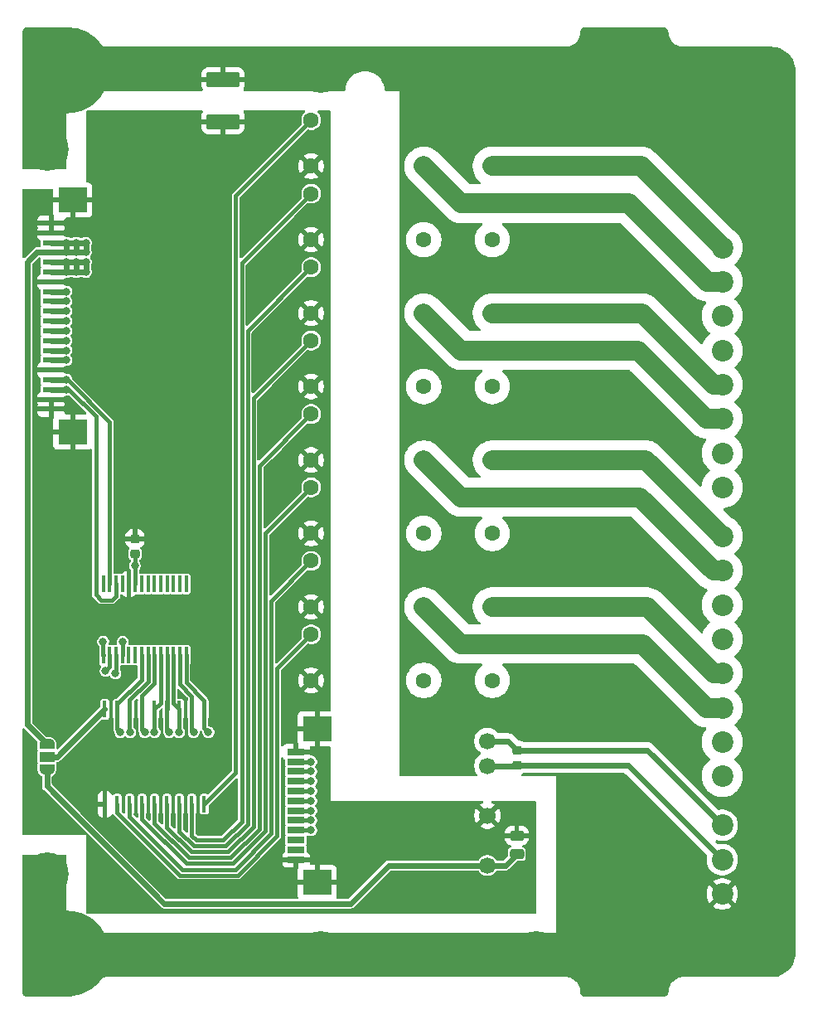
<source format=gbr>
%TF.GenerationSoftware,KiCad,Pcbnew,9.0.6*%
%TF.CreationDate,2025-12-05T19:34:27+03:00*%
%TF.ProjectId,PMCNV-RQx8,504d434e-562d-4525-9178-382e6b696361,rev?*%
%TF.SameCoordinates,Original*%
%TF.FileFunction,Copper,L1,Top*%
%TF.FilePolarity,Positive*%
%FSLAX46Y46*%
G04 Gerber Fmt 4.6, Leading zero omitted, Abs format (unit mm)*
G04 Created by KiCad (PCBNEW 9.0.6) date 2025-12-05 19:34:27*
%MOMM*%
%LPD*%
G01*
G04 APERTURE LIST*
G04 Aperture macros list*
%AMRoundRect*
0 Rectangle with rounded corners*
0 $1 Rounding radius*
0 $2 $3 $4 $5 $6 $7 $8 $9 X,Y pos of 4 corners*
0 Add a 4 corners polygon primitive as box body*
4,1,4,$2,$3,$4,$5,$6,$7,$8,$9,$2,$3,0*
0 Add four circle primitives for the rounded corners*
1,1,$1+$1,$2,$3*
1,1,$1+$1,$4,$5*
1,1,$1+$1,$6,$7*
1,1,$1+$1,$8,$9*
0 Add four rect primitives between the rounded corners*
20,1,$1+$1,$2,$3,$4,$5,0*
20,1,$1+$1,$4,$5,$6,$7,0*
20,1,$1+$1,$6,$7,$8,$9,0*
20,1,$1+$1,$8,$9,$2,$3,0*%
%AMFreePoly0*
4,1,23,0.550000,-0.750000,0.000000,-0.750000,0.000000,-0.745722,-0.065263,-0.745722,-0.191342,-0.711940,-0.304381,-0.646677,-0.396677,-0.554381,-0.461940,-0.441342,-0.495722,-0.315263,-0.495722,-0.250000,-0.500000,-0.250000,-0.500000,0.250000,-0.495722,0.250000,-0.495722,0.315263,-0.461940,0.441342,-0.396677,0.554381,-0.304381,0.646677,-0.191342,0.711940,-0.065263,0.745722,0.000000,0.745722,
0.000000,0.750000,0.550000,0.750000,0.550000,-0.750000,0.550000,-0.750000,$1*%
%AMFreePoly1*
4,1,23,0.000000,0.745722,0.065263,0.745722,0.191342,0.711940,0.304381,0.646677,0.396677,0.554381,0.461940,0.441342,0.495722,0.315263,0.495722,0.250000,0.500000,0.250000,0.500000,-0.250000,0.495722,-0.250000,0.495722,-0.315263,0.461940,-0.441342,0.396677,-0.554381,0.304381,-0.646677,0.191342,-0.711940,0.065263,-0.745722,0.000000,-0.745722,0.000000,-0.750000,-0.550000,-0.750000,
-0.550000,0.750000,0.000000,0.750000,0.000000,0.745722,0.000000,0.745722,$1*%
G04 Aperture macros list end*
%TA.AperFunction,ComponentPad*%
%ADD10C,0.700000*%
%TD*%
%TA.AperFunction,ComponentPad*%
%ADD11C,4.400000*%
%TD*%
%TA.AperFunction,SMDPad,CuDef*%
%ADD12R,0.431800X1.655601*%
%TD*%
%TA.AperFunction,ComponentPad*%
%ADD13C,2.200000*%
%TD*%
%TA.AperFunction,SMDPad,CuDef*%
%ADD14RoundRect,0.250000X0.475000X-0.250000X0.475000X0.250000X-0.475000X0.250000X-0.475000X-0.250000X0*%
%TD*%
%TA.AperFunction,ComponentPad*%
%ADD15C,1.700000*%
%TD*%
%TA.AperFunction,SMDPad,CuDef*%
%ADD16RoundRect,0.225000X-0.250000X0.225000X-0.250000X-0.225000X0.250000X-0.225000X0.250000X0.225000X0*%
%TD*%
%TA.AperFunction,SMDPad,CuDef*%
%ADD17R,0.450800X1.716000*%
%TD*%
%TA.AperFunction,SMDPad,CuDef*%
%ADD18RoundRect,0.225000X0.250000X-0.225000X0.250000X0.225000X-0.250000X0.225000X-0.250000X-0.225000X0*%
%TD*%
%TA.AperFunction,ComponentPad*%
%ADD19C,1.608000*%
%TD*%
%TA.AperFunction,ComponentPad*%
%ADD20C,0.900000*%
%TD*%
%TA.AperFunction,ComponentPad*%
%ADD21C,8.600000*%
%TD*%
%TA.AperFunction,SMDPad,CuDef*%
%ADD22RoundRect,0.250000X-1.450000X0.537500X-1.450000X-0.537500X1.450000X-0.537500X1.450000X0.537500X0*%
%TD*%
%TA.AperFunction,SMDPad,CuDef*%
%ADD23R,1.803400X0.635000*%
%TD*%
%TA.AperFunction,SMDPad,CuDef*%
%ADD24R,2.997200X2.590800*%
%TD*%
%TA.AperFunction,SMDPad,CuDef*%
%ADD25R,1.800000X0.600000*%
%TD*%
%TA.AperFunction,SMDPad,CuDef*%
%ADD26R,3.000000X2.600000*%
%TD*%
%TA.AperFunction,SMDPad,CuDef*%
%ADD27FreePoly0,90.000000*%
%TD*%
%TA.AperFunction,SMDPad,CuDef*%
%ADD28R,1.500000X1.000000*%
%TD*%
%TA.AperFunction,SMDPad,CuDef*%
%ADD29FreePoly1,90.000000*%
%TD*%
%TA.AperFunction,ViaPad*%
%ADD30C,0.800000*%
%TD*%
%TA.AperFunction,Conductor*%
%ADD31C,0.400000*%
%TD*%
%TA.AperFunction,Conductor*%
%ADD32C,0.600000*%
%TD*%
%TA.AperFunction,Conductor*%
%ADD33C,2.000000*%
%TD*%
%TA.AperFunction,Conductor*%
%ADD34C,0.300000*%
%TD*%
G04 APERTURE END LIST*
D10*
%TO.P,U4,PE,PE*%
%TO.N,PE*%
X-38650000Y37000000D03*
X-38650000Y-37000000D03*
X-38166726Y38166726D03*
X-38166726Y35833274D03*
X-38166726Y-35833274D03*
X-38166726Y-38166726D03*
X-37000000Y38650000D03*
D11*
X-37000000Y37000000D03*
D10*
X-37000000Y35350000D03*
X-37000000Y-35350000D03*
D11*
X-37000000Y-37000000D03*
D10*
X-37000000Y-38650000D03*
X-35833274Y38166726D03*
X-35833274Y35833274D03*
X-35833274Y-35833274D03*
X-35833274Y-38166726D03*
X-35350000Y37000000D03*
X-35350000Y-37000000D03*
X-10650000Y45000000D03*
X-10650000Y-45000000D03*
X-10166726Y46166726D03*
X-10166726Y43833274D03*
X-10166726Y-43833274D03*
X-10166726Y-46166726D03*
X-9000000Y46650000D03*
D11*
X-9000000Y45000000D03*
D10*
X-9000000Y43350000D03*
X-9000000Y-43350000D03*
D11*
X-9000000Y-45000000D03*
D10*
X-9000000Y-46650000D03*
X-7833274Y46166726D03*
X-7833274Y43833274D03*
X-7833274Y-43833274D03*
X-7833274Y-46166726D03*
X-7350000Y45000000D03*
X-7350000Y-45000000D03*
%TD*%
D12*
%TO.P,U6,1,GPB0*%
%TO.N,/K8_led*%
X-22775000Y-7372199D03*
%TO.P,U6,2,GPB1*%
%TO.N,/K7_led*%
X-23425001Y-7372199D03*
%TO.P,U6,3,GPB2*%
%TO.N,/K6_led*%
X-24075000Y-7372199D03*
%TO.P,U6,4,GPB3*%
%TO.N,/K5_led*%
X-24725001Y-7372199D03*
%TO.P,U6,5,GPB4*%
%TO.N,/K4_led*%
X-25374999Y-7372199D03*
%TO.P,U6,6,GPB5*%
%TO.N,/K3_led*%
X-26025001Y-7372199D03*
%TO.P,U6,7,GPB6*%
%TO.N,/K2_led*%
X-26674999Y-7372199D03*
%TO.P,U6,8,GPB7*%
%TO.N,/K1_led*%
X-27324998Y-7372199D03*
%TO.P,U6,9,VDD*%
%TO.N,+3.3V_MCU*%
X-27974999Y-7372199D03*
%TO.P,U6,10,VSS*%
%TO.N,GND_MCU*%
X-28624998Y-7372199D03*
%TO.P,U6,11,NC*%
%TO.N,unconnected-(U6-NC-Pad11)*%
X-29274999Y-7372199D03*
%TO.P,U6,12,SCL*%
%TO.N,/SCL_MCU*%
X-29924998Y-7372199D03*
%TO.P,U6,13,SDA*%
%TO.N,/SDA_MCU*%
X-30574999Y-7372199D03*
%TO.P,U6,14,NC*%
%TO.N,unconnected-(U6-NC-Pad14)*%
X-31224998Y-7372199D03*
%TO.P,U6,15,A0*%
%TO.N,/A0*%
X-31225000Y-14627801D03*
%TO.P,U6,16,A1*%
%TO.N,/A1*%
X-30574999Y-14627801D03*
%TO.P,U6,17,A2*%
%TO.N,/A2*%
X-29925000Y-14627801D03*
%TO.P,U6,18,~{RESET}*%
%TO.N,/RST*%
X-29274999Y-14627801D03*
%TO.P,U6,19,INTB*%
%TO.N,unconnected-(U6-INTB-Pad19)*%
X-28625001Y-14627801D03*
%TO.P,U6,20,INTA*%
%TO.N,unconnected-(U6-INTA-Pad20)*%
X-27974999Y-14627801D03*
%TO.P,U6,21,GPA0*%
%TO.N,/K8_exp*%
X-27325001Y-14627801D03*
%TO.P,U6,22,GPA1*%
%TO.N,/K7_exp*%
X-26674999Y-14627801D03*
%TO.P,U6,23,GPA2*%
%TO.N,/K6_exp*%
X-26025001Y-14627801D03*
%TO.P,U6,24,GPA3*%
%TO.N,/K5_exp*%
X-25374999Y-14627801D03*
%TO.P,U6,25,GPA4*%
%TO.N,/K4_exp*%
X-24725001Y-14627801D03*
%TO.P,U6,26,GPA5*%
%TO.N,/K3_exp*%
X-24075000Y-14627801D03*
%TO.P,U6,27,GPA6*%
%TO.N,/K2_exp*%
X-23425001Y-14627801D03*
%TO.P,U6,28,GPA7*%
%TO.N,/K1_exp*%
X-22775000Y-14627801D03*
%TD*%
D13*
%TO.P,J4,1,Pin_1*%
%TO.N,Net-(J4-Pin_1)*%
X32000000Y-27000000D03*
%TO.P,J4,2,Pin_2*%
%TO.N,Net-(J4-Pin_2)*%
X32000000Y-23500000D03*
%TO.P,J4,3,Pin_3*%
%TO.N,Net-(J4-Pin_3)*%
X32000000Y-20000000D03*
%TO.P,J4,4,Pin_4*%
%TO.N,Net-(J4-Pin_4)*%
X32000000Y-16500000D03*
%TO.P,J4,5,Pin_5*%
%TO.N,Net-(J4-Pin_5)*%
X32000000Y-13000000D03*
%TO.P,J4,6,Pin_6*%
%TO.N,Net-(J4-Pin_6)*%
X32000000Y-9500000D03*
%TO.P,J4,7,Pin_7*%
%TO.N,Net-(J4-Pin_7)*%
X32000000Y-6000000D03*
%TO.P,J4,8,Pin_8*%
%TO.N,Net-(J4-Pin_8)*%
X32000000Y-2500000D03*
%TD*%
%TO.P,J2,1,Pin_1*%
%TO.N,Net-(J2-Pin_1)*%
X32000000Y2500000D03*
%TO.P,J2,2,Pin_2*%
%TO.N,Net-(J2-Pin_2)*%
X32000000Y6000000D03*
%TO.P,J2,3,Pin_3*%
%TO.N,Net-(J2-Pin_3)*%
X32000000Y9500000D03*
%TO.P,J2,4,Pin_4*%
%TO.N,Net-(J2-Pin_4)*%
X32000000Y13000000D03*
%TO.P,J2,5,Pin_5*%
%TO.N,Net-(J2-Pin_5)*%
X32000000Y16500000D03*
%TO.P,J2,6,Pin_6*%
%TO.N,Net-(J2-Pin_6)*%
X32000000Y20000000D03*
%TO.P,J2,7,Pin_7*%
%TO.N,Net-(J2-Pin_7)*%
X32000000Y23500000D03*
%TO.P,J2,8,Pin_8*%
%TO.N,Net-(J2-Pin_8)*%
X32000000Y27000000D03*
%TD*%
D14*
%TO.P,C10,1*%
%TO.N,+5V_EXT*%
X11000000Y-34950000D03*
%TO.P,C10,2*%
%TO.N,GND_MCU*%
X11000000Y-33050000D03*
%TD*%
D15*
%TO.P,PS1,1,Vin*%
%TO.N,+24V_CNV*%
X8000000Y-23385000D03*
%TO.P,PS1,2,GND*%
%TO.N,GND_CNV*%
X8000000Y-25925000D03*
%TO.P,PS1,4,0V*%
%TO.N,GND_MCU*%
X8000000Y-31005000D03*
%TO.P,PS1,6,+V*%
%TO.N,+5V_EXT*%
X8000000Y-36085000D03*
%TD*%
D16*
%TO.P,C7,1*%
%TO.N,+24V_CNV*%
X11000000Y-24310000D03*
%TO.P,C7,2*%
%TO.N,GND_CNV*%
X11000000Y-25860000D03*
%TD*%
D17*
%TO.P,U2,18,O1*%
%TO.N,/K1*%
X-20920000Y-29850798D03*
%TO.P,U2,17,O2*%
%TO.N,/K2*%
X-22190000Y-29850798D03*
%TO.P,U2,16,O3*%
%TO.N,/K3*%
X-23460000Y-29850798D03*
%TO.P,U2,15,O4*%
%TO.N,/K4*%
X-24730000Y-29850798D03*
%TO.P,U2,14,O5*%
%TO.N,/K5*%
X-26000000Y-29850798D03*
%TO.P,U2,13,O6*%
%TO.N,/K6*%
X-27270000Y-29850798D03*
%TO.P,U2,12,O7*%
%TO.N,/K7*%
X-28540000Y-29850798D03*
%TO.P,U2,11,O8*%
%TO.N,/K8*%
X-29810000Y-29850798D03*
%TO.P,U2,10,GND*%
%TO.N,GND_MCU*%
X-31080000Y-29850798D03*
%TO.P,U2,9,VCC*%
%TO.N,+5V*%
X-31080000Y-20149202D03*
%TO.P,U2,8,I8*%
%TO.N,/K8_exp*%
X-29810000Y-20149202D03*
%TO.P,U2,7,I7*%
%TO.N,/K7_exp*%
X-28540000Y-20149202D03*
%TO.P,U2,6,I6*%
%TO.N,/K6_exp*%
X-27270000Y-20149202D03*
%TO.P,U2,5,I5*%
%TO.N,/K5_exp*%
X-26000000Y-20149202D03*
%TO.P,U2,4,I4*%
%TO.N,/K4_exp*%
X-24730000Y-20149202D03*
%TO.P,U2,3,I3*%
%TO.N,/K3_exp*%
X-23460000Y-20149202D03*
%TO.P,U2,2,I2*%
%TO.N,/K2_exp*%
X-22190000Y-20149202D03*
%TO.P,U2,1,I1*%
%TO.N,/K1_exp*%
X-20920000Y-20149202D03*
%TD*%
D18*
%TO.P,C2,1*%
%TO.N,+3.3V_MCU*%
X-28000000Y-4275000D03*
%TO.P,C2,2*%
%TO.N,GND_MCU*%
X-28000000Y-2725000D03*
%TD*%
D19*
%TO.P,K4,1,1*%
%TO.N,GND_MCU*%
X-10000000Y12800000D03*
%TO.P,K4,2,2*%
%TO.N,Net-(J2-Pin_1)*%
X1500000Y12800000D03*
%TO.P,K4,3,3*%
%TO.N,Net-(J2-Pin_2)*%
X8500000Y12800000D03*
%TO.P,K4,4,4*%
%TO.N,/K4*%
X-10000000Y17500000D03*
%TD*%
%TO.P,K5,1,1*%
%TO.N,GND_MCU*%
X-10000000Y5300000D03*
%TO.P,K5,2,2*%
%TO.N,Net-(J4-Pin_7)*%
X1500000Y5300000D03*
%TO.P,K5,3,3*%
%TO.N,Net-(J4-Pin_8)*%
X8500000Y5300000D03*
%TO.P,K5,4,4*%
%TO.N,/K5*%
X-10000000Y10000000D03*
%TD*%
%TO.P,K6,1,1*%
%TO.N,GND_MCU*%
X-10000000Y-2200000D03*
%TO.P,K6,2,2*%
%TO.N,Net-(J4-Pin_5)*%
X1500000Y-2200000D03*
%TO.P,K6,3,3*%
%TO.N,Net-(J4-Pin_6)*%
X8500000Y-2200000D03*
%TO.P,K6,4,4*%
%TO.N,/K6*%
X-10000000Y2500000D03*
%TD*%
%TO.P,K8,1,1*%
%TO.N,GND_MCU*%
X-10000000Y-17200000D03*
%TO.P,K8,2,2*%
%TO.N,Net-(J4-Pin_1)*%
X1500000Y-17200000D03*
%TO.P,K8,3,3*%
%TO.N,Net-(J4-Pin_2)*%
X8500000Y-17200000D03*
%TO.P,K8,4,4*%
%TO.N,/K8*%
X-10000000Y-12500000D03*
%TD*%
%TO.P,K1,1,1*%
%TO.N,GND_MCU*%
X-10000000Y35300000D03*
%TO.P,K1,2,2*%
%TO.N,Net-(J2-Pin_7)*%
X1500000Y35300000D03*
%TO.P,K1,3,3*%
%TO.N,Net-(J2-Pin_8)*%
X8500000Y35300000D03*
%TO.P,K1,4,4*%
%TO.N,/K1*%
X-10000000Y40000000D03*
%TD*%
D13*
%TO.P,J6,1,Pin_1*%
%TO.N,PE*%
X32000000Y-39000000D03*
%TO.P,J6,2,Pin_2*%
%TO.N,GND_CNV*%
X32000000Y-35500000D03*
%TO.P,J6,3,Pin_3*%
%TO.N,+24V_CNV*%
X32000000Y-32000000D03*
%TD*%
D20*
%TO.P,H2,1,1*%
%TO.N,PE*%
X18775000Y45000000D03*
X19719581Y47280419D03*
X19719581Y42719581D03*
X22000000Y48225000D03*
D21*
X22000000Y45000000D03*
D20*
X22000000Y41775000D03*
X24280419Y47280419D03*
X24280419Y42719581D03*
X25225000Y45000000D03*
%TD*%
%TO.P,H3,1,1*%
%TO.N,PE*%
X18775000Y-45000000D03*
X19719581Y-42719581D03*
X19719581Y-47280419D03*
X22000000Y-41775000D03*
D21*
X22000000Y-45000000D03*
D20*
X22000000Y-48225000D03*
X24280419Y-42719581D03*
X24280419Y-47280419D03*
X25225000Y-45000000D03*
%TD*%
D19*
%TO.P,K7,1,1*%
%TO.N,GND_MCU*%
X-10000000Y-9700000D03*
%TO.P,K7,2,2*%
%TO.N,Net-(J4-Pin_3)*%
X1500000Y-9700000D03*
%TO.P,K7,3,3*%
%TO.N,Net-(J4-Pin_4)*%
X8500000Y-9700000D03*
%TO.P,K7,4,4*%
%TO.N,/K7*%
X-10000000Y-5000000D03*
%TD*%
%TO.P,K3,1,1*%
%TO.N,GND_MCU*%
X-10000000Y20300000D03*
%TO.P,K3,2,2*%
%TO.N,Net-(J2-Pin_3)*%
X1500000Y20300000D03*
%TO.P,K3,3,3*%
%TO.N,Net-(J2-Pin_4)*%
X8500000Y20300000D03*
%TO.P,K3,4,4*%
%TO.N,/K3*%
X-10000000Y25000000D03*
%TD*%
%TO.P,K2,1,1*%
%TO.N,GND_MCU*%
X-10000000Y27800000D03*
%TO.P,K2,2,2*%
%TO.N,Net-(J2-Pin_5)*%
X1500000Y27800000D03*
%TO.P,K2,3,3*%
%TO.N,Net-(J2-Pin_6)*%
X8500000Y27800000D03*
%TO.P,K2,4,4*%
%TO.N,/K2*%
X-10000000Y32500000D03*
%TD*%
D22*
%TO.P,C1,1*%
%TO.N,PE*%
X-19000000Y44137500D03*
%TO.P,C1,2*%
%TO.N,GND_MCU*%
X-19000000Y39862500D03*
%TD*%
D20*
%TO.P,H1,1,1*%
%TO.N,PE*%
X-38225000Y45000000D03*
X-37280419Y47280419D03*
X-37280419Y42719581D03*
X-35000000Y48225000D03*
D21*
X-35000000Y45000000D03*
D20*
X-35000000Y41775000D03*
X-32719581Y47280419D03*
X-32719581Y42719581D03*
X-31775000Y45000000D03*
%TD*%
D23*
%TO.P,J3,1,Pin_1*%
%TO.N,GND_MCU*%
X-11556000Y-35499992D03*
%TO.P,J3,2,Pin_2*%
%TO.N,unconnected-(J3-Pin_2-Pad2)*%
X-11556000Y-34499994D03*
%TO.P,J3,3,Pin_3*%
%TO.N,unconnected-(J3-Pin_3-Pad3)*%
X-11556000Y-33499996D03*
%TO.P,J3,4,Pin_4*%
%TO.N,/K8_exp*%
X-11556000Y-32499998D03*
%TO.P,J3,5,Pin_5*%
%TO.N,/K7_exp*%
X-11556000Y-31500000D03*
%TO.P,J3,6,Pin_6*%
%TO.N,/K6_exp*%
X-11556000Y-30500000D03*
%TO.P,J3,7,Pin_7*%
%TO.N,/K5_exp*%
X-11556000Y-29500000D03*
%TO.P,J3,8,Pin_8*%
%TO.N,/K4_exp*%
X-11556000Y-28500000D03*
%TO.P,J3,9,Pin_9*%
%TO.N,/K3_exp*%
X-11556000Y-27500002D03*
%TO.P,J3,10,Pin_10*%
%TO.N,/K2_exp*%
X-11556000Y-26500004D03*
%TO.P,J3,11,Pin_11*%
%TO.N,/K1_exp*%
X-11556000Y-25500006D03*
%TO.P,J3,12,Pin_11*%
%TO.N,GND_MCU*%
X-11556000Y-24500008D03*
D24*
%TO.P,J3,13,Pin_11*%
X-9385999Y-37850003D03*
X-9385999Y-22149997D03*
%TD*%
D20*
%TO.P,H4,1,1*%
%TO.N,PE*%
X-38225000Y-45000000D03*
X-37280419Y-42719581D03*
X-37280419Y-47280419D03*
X-35000000Y-41775000D03*
D21*
X-35000000Y-45000000D03*
D20*
X-35000000Y-48225000D03*
X-32719581Y-42719581D03*
X-32719581Y-47280419D03*
X-31775000Y-45000000D03*
%TD*%
D25*
%TO.P,JM1,1,Pin_1*%
%TO.N,GND_MCU*%
X-36546000Y10500000D03*
%TO.P,JM1,2,Pin_2*%
X-36546000Y11500000D03*
%TO.P,JM1,3,Pin_3*%
%TO.N,/SCL_MCU*%
X-36546000Y12500000D03*
%TO.P,JM1,4,Pin_4*%
%TO.N,/SDA_MCU*%
X-36546000Y13500000D03*
%TO.P,JM1,5,Pin_5*%
%TO.N,GND_MCU*%
X-36546000Y14500000D03*
%TO.P,JM1,6,Pin_6*%
%TO.N,/RST*%
X-36546000Y15500000D03*
%TO.P,JM1,7,Pin_7*%
%TO.N,/CS3_MCU*%
X-36546000Y16500000D03*
%TO.P,JM1,8,Pin_8*%
%TO.N,/CS2_MCU*%
X-36546000Y17500000D03*
%TO.P,JM1,9,Pin_9*%
%TO.N,/CS1_MCU*%
X-36546000Y18500000D03*
%TO.P,JM1,10,Pin_10*%
%TO.N,/CS0_MCU*%
X-36546000Y19500000D03*
%TO.P,JM1,11,Pin_11*%
%TO.N,/SCK_MCU*%
X-36546000Y20500000D03*
%TO.P,JM1,12,Pin_11*%
%TO.N,/MISO_MCU*%
X-36546000Y21500000D03*
%TO.P,JM1,13,Pin_11*%
%TO.N,/MOSI_MCU*%
X-36546000Y22500000D03*
%TO.P,JM1,14,Pin_11*%
%TO.N,GND_MCU*%
X-36546000Y23500000D03*
%TO.P,JM1,15,Pin_11*%
%TO.N,+3.3V_MCU*%
X-36546000Y24500000D03*
%TO.P,JM1,16,Pin_11*%
X-36546000Y25500000D03*
%TO.P,JM1,17,Pin_11*%
%TO.N,+5V_MCU*%
X-36546000Y26500000D03*
%TO.P,JM1,18,Pin_11*%
X-36546000Y27500000D03*
%TO.P,JM1,19,Pin_11*%
%TO.N,GND_MCU*%
X-36546000Y28500000D03*
%TO.P,JM1,20,Pin_11*%
X-36546000Y29500000D03*
D26*
%TO.P,JM1,MP1,Pin_11*%
X-34375000Y8150000D03*
%TO.P,JM1,MP2,Pin_11*%
X-34375000Y31850000D03*
%TD*%
D27*
%TO.P,JP10,1,A*%
%TO.N,+5V_EXT*%
X-37000000Y-26300000D03*
D28*
%TO.P,JP10,2,C*%
%TO.N,+5V*%
X-37000000Y-25000000D03*
D29*
%TO.P,JP10,3,B*%
%TO.N,+5V_MCU*%
X-37000000Y-23700000D03*
%TD*%
D10*
%TO.P,U3,PE,PE*%
%TO.N,PE*%
X11350000Y45000000D03*
X11350000Y-45000000D03*
X11833274Y46166726D03*
X11833274Y43833274D03*
X11833274Y-43833274D03*
X11833274Y-46166726D03*
X13000000Y46650000D03*
D11*
X13000000Y45000000D03*
D10*
X13000000Y43350000D03*
X13000000Y-43350000D03*
D11*
X13000000Y-45000000D03*
D10*
X13000000Y-46650000D03*
X14166726Y46166726D03*
X14166726Y43833274D03*
X14166726Y-43833274D03*
X14166726Y-46166726D03*
X14650000Y45000000D03*
X14650000Y-45000000D03*
X35350000Y45000000D03*
X35350000Y-45000000D03*
X35833274Y46166726D03*
X35833274Y43833274D03*
X35833274Y-43833274D03*
X35833274Y-46166726D03*
X37000000Y46650000D03*
D11*
X37000000Y45000000D03*
D10*
X37000000Y43350000D03*
X37000000Y-43350000D03*
D11*
X37000000Y-45000000D03*
D10*
X37000000Y-46650000D03*
X38166726Y46166726D03*
X38166726Y43833274D03*
X38166726Y-43833274D03*
X38166726Y-46166726D03*
X38650000Y45000000D03*
X38650000Y-45000000D03*
%TD*%
D30*
%TO.N,/RST*%
X-29250000Y-13250000D03*
%TO.N,GND_MCU*%
X-33750000Y-15500000D03*
%TO.N,/A0*%
X-31250000Y-13250000D03*
%TO.N,/A1*%
X-31000000Y-16250000D03*
%TO.N,/A2*%
X-30000000Y-16500000D03*
%TO.N,+3.3V_MCU*%
X-28000000Y-5500000D03*
%TO.N,/K8_exp*%
X-10000000Y-32500000D03*
X-29500000Y-22500000D03*
%TO.N,/K7_exp*%
X-10000000Y-31500000D03*
X-28500000Y-22500000D03*
%TO.N,/K6_exp*%
X-10000000Y-30500000D03*
X-27000000Y-22500000D03*
%TO.N,/K5_exp*%
X-10000000Y-29500000D03*
X-26000000Y-22500000D03*
%TO.N,/K4_exp*%
X-10000000Y-28500000D03*
X-24500000Y-22500000D03*
%TO.N,/K3_exp*%
X-10000000Y-27500000D03*
X-23500000Y-22500000D03*
%TO.N,/K2_exp*%
X-10000000Y-26500000D03*
X-22000000Y-22500000D03*
%TO.N,/K1_exp*%
X-10000000Y-25500000D03*
X-20500000Y-22500000D03*
%TO.N,+5V_MCU*%
X-33000000Y27500000D03*
X-33000000Y26500000D03*
X-34000000Y27500000D03*
X-35000000Y26500000D03*
X-35000000Y27500000D03*
X-34000000Y26500000D03*
%TO.N,GND_MCU*%
X-34000000Y5500000D03*
X-36000000Y5500000D03*
X-32000000Y31500000D03*
X-39000000Y-30000000D03*
X-32000000Y32500000D03*
X-32000000Y33500000D03*
X-35000000Y28500000D03*
X-35000000Y14500000D03*
X-38000000Y-31000000D03*
X-35000000Y23500000D03*
X-35000000Y5500000D03*
X-35000000Y29500000D03*
X-35000000Y11500000D03*
X-33000000Y5500000D03*
X-39000000Y-32000000D03*
X-32000000Y30500000D03*
X-35000000Y10500000D03*
X-37000000Y-32000000D03*
X-37000000Y-30000000D03*
%TO.N,/CS3_MCU*%
X-35000000Y16500000D03*
%TO.N,/CS0_MCU*%
X-35000000Y19500000D03*
%TO.N,/SCL_MCU*%
X-35000000Y12500000D03*
%TO.N,/SCK_MCU*%
X-35000000Y20500000D03*
%TO.N,/CS2_MCU*%
X-35000000Y17500000D03*
%TO.N,/MISO_MCU*%
X-35000000Y21500000D03*
%TO.N,/CS1_MCU*%
X-35000000Y18500000D03*
%TO.N,/SDA_MCU*%
X-35000000Y13500000D03*
%TO.N,/MOSI_MCU*%
X-35000000Y22500000D03*
%TO.N,/RST*%
X-35000000Y15500000D03*
%TO.N,+3.3V_MCU*%
X-34000000Y24500000D03*
X-35000000Y25500000D03*
X-33000000Y25500000D03*
X-35000000Y24500000D03*
X-33000000Y24500000D03*
X-34000000Y25500000D03*
%TD*%
D31*
%TO.N,/RST*%
X-29250000Y-13250000D02*
X-29250000Y-14602802D01*
X-29250000Y-14602802D02*
X-29274999Y-14627801D01*
%TO.N,/A0*%
X-31250000Y-13250000D02*
X-31250000Y-14602801D01*
X-31250000Y-14602801D02*
X-31225000Y-14627801D01*
%TO.N,/A1*%
X-30574999Y-15824999D02*
X-30574999Y-14627801D01*
X-31000000Y-16250000D02*
X-30574999Y-15824999D01*
%TO.N,/A2*%
X-30000000Y-16500000D02*
X-29925000Y-16425000D01*
X-29925000Y-16425000D02*
X-29925000Y-14627801D01*
%TO.N,+3.3V_MCU*%
X-28000000Y-5500000D02*
X-28000000Y-7347198D01*
X-28000000Y-5500000D02*
X-28000000Y-4275000D01*
%TO.N,/SCL_MCU*%
X-35000000Y12500000D02*
X-34750000Y12500000D01*
X-34750000Y12500000D02*
X-32000000Y9750000D01*
X-32000000Y9750000D02*
X-32000000Y-8442897D01*
X-30324999Y-9000000D02*
X-29924998Y-8599999D01*
X-32000000Y-8442897D02*
X-31442897Y-9000000D01*
X-31442897Y-9000000D02*
X-30324999Y-9000000D01*
X-29924998Y-8599999D02*
X-29924998Y-7372199D01*
%TO.N,/SDA_MCU*%
X-35000000Y13500000D02*
X-34867214Y13500000D01*
X-34867214Y13500000D02*
X-30574999Y9207785D01*
X-30574999Y9207785D02*
X-30574999Y-7372199D01*
D32*
%TO.N,+24V_CNV*%
X32000000Y-32000000D02*
X24310000Y-24310000D01*
X24310000Y-24310000D02*
X11000000Y-24310000D01*
%TO.N,GND_CNV*%
X11000000Y-25860000D02*
X22360000Y-25860000D01*
X22360000Y-25860000D02*
X32000000Y-35500000D01*
X8000000Y-25925000D02*
X10935000Y-25925000D01*
X10935000Y-25925000D02*
X11000000Y-25860000D01*
%TO.N,+24V_CNV*%
X8000000Y-23385000D02*
X10075000Y-23385000D01*
X10075000Y-23385000D02*
X11000000Y-24310000D01*
D33*
%TO.N,Net-(J4-Pin_3)*%
X1500000Y-9700000D02*
X5300000Y-13500000D01*
X5300000Y-13500000D02*
X23870469Y-13500000D01*
X23870469Y-13500000D02*
X30370469Y-20000000D01*
X30370469Y-20000000D02*
X32000000Y-20000000D01*
%TO.N,Net-(J4-Pin_4)*%
X8500000Y-9700000D02*
X24314523Y-9700000D01*
X24314523Y-9700000D02*
X31114523Y-16500000D01*
X31114523Y-16500000D02*
X32000000Y-16500000D01*
%TO.N,Net-(J4-Pin_7)*%
X1500000Y5300000D02*
X5300000Y1500000D01*
X5300000Y1500000D02*
X23614523Y1500000D01*
X23614523Y1500000D02*
X31114523Y-6000000D01*
X31114523Y-6000000D02*
X32000000Y-6000000D01*
%TO.N,Net-(J4-Pin_8)*%
X8500000Y5300000D02*
X24200000Y5300000D01*
X24200000Y5300000D02*
X32000000Y-2500000D01*
%TO.N,Net-(J2-Pin_3)*%
X1500000Y20300000D02*
X5300000Y16500000D01*
X5300000Y16500000D02*
X23370469Y16500000D01*
X23370469Y16500000D02*
X30370469Y9500000D01*
X30370469Y9500000D02*
X32000000Y9500000D01*
%TO.N,Net-(J2-Pin_4)*%
X8500000Y20300000D02*
X23814523Y20300000D01*
X23814523Y20300000D02*
X31114523Y13000000D01*
X31114523Y13000000D02*
X32000000Y13000000D01*
%TO.N,Net-(J2-Pin_8)*%
X8500000Y35300000D02*
X23700000Y35300000D01*
X23700000Y35300000D02*
X32000000Y27000000D01*
%TO.N,Net-(J2-Pin_7)*%
X1500000Y35300000D02*
X5300000Y31500000D01*
X22444366Y31500000D02*
X30444366Y23500000D01*
X5300000Y31500000D02*
X22444366Y31500000D01*
X30444366Y23500000D02*
X32000000Y23500000D01*
D32*
%TO.N,+5V_EXT*%
X8000000Y-36085000D02*
X9865000Y-36085000D01*
X9865000Y-36085000D02*
X11000000Y-34950000D01*
X-37000000Y-26300000D02*
X-37000000Y-28000000D01*
X-37000000Y-28000000D02*
X-25000000Y-40000000D01*
X-25000000Y-40000000D02*
X-6000000Y-40000000D01*
X-6000000Y-40000000D02*
X-2085000Y-36085000D01*
X-2085000Y-36085000D02*
X8000000Y-36085000D01*
D31*
%TO.N,+3.3V_MCU*%
X-28000000Y-7347198D02*
X-27974999Y-7372199D01*
%TO.N,/K8_exp*%
X-10000000Y-32500000D02*
X-11555998Y-32500000D01*
X-29810000Y-20149202D02*
X-29810000Y-22190000D01*
X-11555998Y-32500000D02*
X-11556000Y-32499998D01*
X-29810000Y-22190000D02*
X-29500000Y-22500000D01*
%TO.N,/K7_exp*%
X-28540000Y-20149202D02*
X-28540000Y-22460000D01*
X-28540000Y-22460000D02*
X-28500000Y-22500000D01*
X-10000000Y-31500000D02*
X-11556000Y-31500000D01*
%TO.N,/K6_exp*%
X-27270000Y-20149202D02*
X-27270000Y-22230000D01*
X-27270000Y-22230000D02*
X-27000000Y-22500000D01*
X-10000000Y-30500000D02*
X-11556000Y-30500000D01*
%TO.N,/K5_exp*%
X-26000000Y-20149202D02*
X-26000000Y-22500000D01*
X-10000000Y-29500000D02*
X-11556000Y-29500000D01*
%TO.N,/K4_exp*%
X-24730000Y-20149202D02*
X-24730000Y-22270000D01*
X-10000000Y-28500000D02*
X-11556000Y-28500000D01*
X-24730000Y-22270000D02*
X-24500000Y-22500000D01*
%TO.N,/K3_exp*%
X-23460000Y-20149202D02*
X-23460000Y-22460000D01*
X-23460000Y-22460000D02*
X-23500000Y-22500000D01*
X-11555998Y-27500000D02*
X-11556000Y-27500002D01*
X-10000000Y-27500000D02*
X-11555998Y-27500000D01*
%TO.N,/K2_exp*%
X-22190000Y-20149202D02*
X-22190000Y-22310000D01*
X-22190000Y-22310000D02*
X-22000000Y-22500000D01*
X-11555996Y-26500000D02*
X-11556000Y-26500004D01*
X-10000000Y-26500000D02*
X-11555996Y-26500000D01*
%TO.N,/K1_exp*%
X-20920000Y-20149202D02*
X-20920000Y-22080000D01*
X-20920000Y-22080000D02*
X-20500000Y-22500000D01*
X-10000000Y-25500000D02*
X-11555994Y-25500000D01*
X-11555994Y-25500000D02*
X-11556000Y-25500006D01*
%TO.N,/K1*%
X-20920000Y-29850798D02*
X-17707000Y-26637798D01*
X-17707000Y-26637798D02*
X-17707000Y32293000D01*
X-17707000Y32293000D02*
X-10000000Y40000000D01*
%TO.N,/K2*%
X-22190000Y-29850798D02*
X-22190000Y-33060290D01*
X-22190000Y-33060290D02*
X-21750290Y-33500000D01*
X-17106000Y-31606000D02*
X-17106000Y25394000D01*
X-21750290Y-33500000D02*
X-19000000Y-33500000D01*
X-19000000Y-33500000D02*
X-17106000Y-31606000D01*
X-17106000Y25394000D02*
X-10000000Y32500000D01*
%TO.N,/K3*%
X-23460000Y-29850798D02*
X-23460000Y-32640232D01*
X-23460000Y-32640232D02*
X-21999232Y-34101000D01*
X-21999232Y-34101000D02*
X-18751058Y-34101000D01*
X-18751058Y-34101000D02*
X-16505000Y-31854942D01*
X-16505000Y-31854942D02*
X-16505000Y18495000D01*
X-16505000Y18495000D02*
X-10000000Y25000000D01*
%TO.N,/K4*%
X-24730000Y-29850798D02*
X-24730000Y-32220174D01*
X-22248174Y-34702000D02*
X-18502116Y-34702000D01*
X-24730000Y-32220174D02*
X-22248174Y-34702000D01*
X-18502116Y-34702000D02*
X-15904000Y-32103884D01*
X-15904000Y-32103884D02*
X-15904000Y11596000D01*
X-15904000Y11596000D02*
X-10000000Y17500000D01*
%TO.N,/K5*%
X-26000000Y-29850798D02*
X-26000000Y-31800116D01*
X-26000000Y-31800116D02*
X-22497116Y-35303000D01*
X-22497116Y-35303000D02*
X-18253174Y-35303000D01*
X-18253174Y-35303000D02*
X-15303000Y-32352826D01*
X-15303000Y-32352826D02*
X-15303000Y4697000D01*
X-15303000Y4697000D02*
X-10000000Y10000000D01*
%TO.N,/K7*%
X-28540000Y-29850798D02*
X-28540000Y-31110058D01*
X-28540000Y-31110058D02*
X-23145058Y-36505000D01*
X-23145058Y-36505000D02*
X-17755290Y-36505000D01*
X-17755290Y-36505000D02*
X-14101000Y-32850710D01*
X-14101000Y-32850710D02*
X-14101000Y-9101000D01*
X-14101000Y-9101000D02*
X-10000000Y-5000000D01*
%TO.N,/K6*%
X-27270000Y-29850798D02*
X-27270000Y-31380058D01*
X-27270000Y-31380058D02*
X-22746058Y-35904000D01*
X-18004232Y-35904000D02*
X-14702000Y-32601768D01*
X-22746058Y-35904000D02*
X-18004232Y-35904000D01*
X-14702000Y-32601768D02*
X-14702000Y-2202000D01*
X-14702000Y-2202000D02*
X-10000000Y2500000D01*
%TO.N,/K8*%
X-29810000Y-29850798D02*
X-29810000Y-30690000D01*
X-29810000Y-30690000D02*
X-23394000Y-37106000D01*
X-23394000Y-37106000D02*
X-17506348Y-37106000D01*
X-17506348Y-37106000D02*
X-13500000Y-33099652D01*
X-13500000Y-33099652D02*
X-13500000Y-16000000D01*
X-13500000Y-16000000D02*
X-10000000Y-12500000D01*
D32*
%TO.N,+5V_MCU*%
X-37000000Y-23700000D02*
X-39000000Y-21700000D01*
X-39000000Y-21700000D02*
X-39000000Y25546000D01*
X-39000000Y25546000D02*
X-38046000Y26500000D01*
X-38046000Y26500000D02*
X-36546000Y26500000D01*
%TO.N,+5V*%
X-37000000Y-25000000D02*
X-35930798Y-25000000D01*
X-35930798Y-25000000D02*
X-31080000Y-20149202D01*
D31*
%TO.N,/K8_exp*%
X-27325001Y-14627801D02*
X-27325001Y-17125117D01*
X-27325001Y-17125117D02*
X-29810000Y-19610116D01*
X-29810000Y-19610116D02*
X-29810000Y-20149202D01*
%TO.N,/K7_exp*%
X-26674999Y-14627801D02*
X-26674999Y-17325057D01*
X-28540000Y-19190058D02*
X-28540000Y-20149202D01*
X-26674999Y-17325057D02*
X-28540000Y-19190058D01*
%TO.N,/K6_exp*%
X-26025001Y-14627801D02*
X-26025001Y-17525001D01*
X-26025001Y-17525001D02*
X-27270000Y-18770000D01*
X-27270000Y-18770000D02*
X-27270000Y-20149202D01*
%TO.N,/K1_exp*%
X-22775000Y-14627801D02*
X-22775000Y-17375058D01*
X-22775000Y-17375058D02*
X-20920000Y-19230058D01*
X-20920000Y-19230058D02*
X-20920000Y-20149202D01*
%TO.N,/K2_exp*%
X-23425001Y-14627801D02*
X-23425001Y-17574999D01*
X-23425001Y-17574999D02*
X-22190000Y-18810000D01*
X-22190000Y-18810000D02*
X-22190000Y-20149202D01*
%TO.N,/K3_exp*%
X-24075000Y-14627801D02*
X-24075000Y-19534202D01*
X-24075000Y-19534202D02*
X-23460000Y-20149202D01*
%TO.N,/K4_exp*%
X-24725001Y-14627801D02*
X-24725001Y-20144203D01*
X-24725001Y-20144203D02*
X-24730000Y-20149202D01*
D32*
%TO.N,+5V_MCU*%
X-33000000Y26500000D02*
X-36546000Y26500000D01*
X-34000000Y27500000D02*
X-34000000Y26500000D01*
X-33000000Y27500000D02*
X-36546000Y27500000D01*
X-35000000Y27500000D02*
X-35000000Y26500000D01*
X-33000000Y27500000D02*
X-33000000Y26500000D01*
%TO.N,/CS3_MCU*%
X-36546000Y16500000D02*
X-35000000Y16500000D01*
%TO.N,/CS0_MCU*%
X-36546000Y19500000D02*
X-35000000Y19500000D01*
%TO.N,/SCL_MCU*%
X-36546000Y12500000D02*
X-35000000Y12500000D01*
%TO.N,/SCK_MCU*%
X-36546000Y20500000D02*
X-35000000Y20500000D01*
%TO.N,/CS2_MCU*%
X-36546000Y17500000D02*
X-35000000Y17500000D01*
%TO.N,/MISO_MCU*%
X-36546000Y21500000D02*
X-35000000Y21500000D01*
%TO.N,/CS1_MCU*%
X-36546000Y18500000D02*
X-35000000Y18500000D01*
%TO.N,/SDA_MCU*%
X-36546000Y13500000D02*
X-35000000Y13500000D01*
%TO.N,/MOSI_MCU*%
X-36546000Y22500000D02*
X-35000000Y22500000D01*
%TO.N,/RST*%
X-36546000Y15500000D02*
X-35000000Y15500000D01*
D34*
X-34937925Y15500000D02*
X-35000000Y15500000D01*
D31*
%TO.N,/K5_exp*%
X-25374999Y-14627801D02*
X-25374999Y-19524201D01*
X-25374999Y-19524201D02*
X-26000000Y-20149202D01*
D32*
%TO.N,+3.3V_MCU*%
X-35000000Y25500000D02*
X-35000000Y24500000D01*
X-34000000Y25500000D02*
X-34000000Y24500000D01*
X-33000000Y25500000D02*
X-33000000Y24500000D01*
X-36546000Y24500000D02*
X-33000000Y24500000D01*
X-36546000Y25500000D02*
X-33000000Y25500000D01*
%TD*%
%TA.AperFunction,Conductor*%
%TO.N,GND_MCU*%
G36*
X-21116246Y40980315D02*
G01*
X-21070491Y40927511D01*
X-21060547Y40858353D01*
X-21077747Y40810903D01*
X-21134354Y40719131D01*
X-21134359Y40719120D01*
X-21189506Y40552698D01*
X-21189507Y40552691D01*
X-21200000Y40449987D01*
X-21200000Y40112500D01*
X-16800001Y40112500D01*
X-16800001Y40449972D01*
X-16800002Y40449987D01*
X-16810495Y40552698D01*
X-16865642Y40719120D01*
X-16865647Y40719131D01*
X-16922253Y40810903D01*
X-16940694Y40878295D01*
X-16919772Y40944959D01*
X-16866130Y40989728D01*
X-16816715Y41000000D01*
X-10719117Y41000000D01*
X-10652078Y40980315D01*
X-10606323Y40927511D01*
X-10596379Y40858353D01*
X-10625404Y40794797D01*
X-10639627Y40780952D01*
X-10780244Y40640335D01*
X-10780247Y40640331D01*
X-10890173Y40475816D01*
X-10890180Y40475803D01*
X-10965896Y40293007D01*
X-10965899Y40292997D01*
X-11004500Y40098938D01*
X-11004500Y40098935D01*
X-11004500Y39901065D01*
X-11004500Y39901063D01*
X-11004501Y39901063D01*
X-10965899Y39707005D01*
X-10964130Y39701175D01*
X-10965599Y39700730D01*
X-10958946Y39638745D01*
X-10990233Y39576272D01*
X-10993291Y39573104D01*
X-18027478Y32538916D01*
X-18027480Y32538913D01*
X-18080209Y32447587D01*
X-18096522Y32386699D01*
X-18107500Y32345729D01*
X-18107500Y-26420542D01*
X-18127185Y-26487581D01*
X-18143819Y-26508223D01*
X-20438402Y-28802805D01*
X-20499725Y-28836290D01*
X-20569417Y-28831306D01*
X-20594973Y-28818227D01*
X-20608550Y-28809155D01*
X-20616369Y-28803931D01*
X-20616370Y-28803930D01*
X-20616371Y-28803930D01*
X-20616371Y-28803929D01*
X-20674848Y-28792298D01*
X-20674852Y-28792298D01*
X-21165148Y-28792298D01*
X-21165153Y-28792298D01*
X-21223630Y-28803929D01*
X-21223631Y-28803930D01*
X-21289953Y-28848245D01*
X-21334268Y-28914567D01*
X-21334269Y-28914568D01*
X-21345900Y-28973045D01*
X-21345900Y-30728550D01*
X-21334269Y-30787027D01*
X-21334268Y-30787028D01*
X-21289953Y-30853350D01*
X-21223631Y-30897665D01*
X-21223630Y-30897666D01*
X-21165153Y-30909297D01*
X-21165150Y-30909298D01*
X-21165148Y-30909298D01*
X-20674850Y-30909298D01*
X-20674849Y-30909297D01*
X-20660032Y-30906350D01*
X-20616371Y-30897666D01*
X-20616371Y-30897665D01*
X-20616369Y-30897665D01*
X-20550048Y-30853350D01*
X-20505733Y-30787029D01*
X-20505733Y-30787027D01*
X-20505732Y-30787027D01*
X-20494101Y-30728550D01*
X-20494100Y-30728548D01*
X-20494100Y-30042653D01*
X-20474415Y-29975614D01*
X-20457781Y-29954972D01*
X-17718181Y-27215372D01*
X-17656858Y-27181887D01*
X-17587166Y-27186871D01*
X-17531233Y-27228743D01*
X-17506816Y-27294207D01*
X-17506500Y-27303053D01*
X-17506500Y-31388745D01*
X-17526185Y-31455784D01*
X-17542819Y-31476426D01*
X-19129574Y-33063181D01*
X-19190897Y-33096666D01*
X-19217255Y-33099500D01*
X-21533035Y-33099500D01*
X-21562476Y-33090855D01*
X-21592462Y-33084332D01*
X-21597478Y-33080577D01*
X-21600074Y-33079815D01*
X-21620716Y-33063181D01*
X-21753181Y-32930716D01*
X-21786666Y-32869393D01*
X-21789500Y-32843035D01*
X-21789500Y-30844930D01*
X-21780060Y-30797474D01*
X-21775736Y-30787033D01*
X-21775733Y-30787029D01*
X-21764100Y-30728546D01*
X-21764100Y-28973050D01*
X-21764100Y-28973047D01*
X-21764101Y-28973045D01*
X-21775732Y-28914568D01*
X-21775733Y-28914567D01*
X-21820048Y-28848245D01*
X-21886370Y-28803930D01*
X-21886371Y-28803929D01*
X-21944848Y-28792298D01*
X-21944852Y-28792298D01*
X-22435148Y-28792298D01*
X-22435153Y-28792298D01*
X-22493630Y-28803929D01*
X-22493631Y-28803930D01*
X-22559953Y-28848245D01*
X-22604268Y-28914567D01*
X-22604269Y-28914568D01*
X-22615900Y-28973045D01*
X-22615900Y-30728550D01*
X-22604269Y-30787024D01*
X-22599940Y-30797474D01*
X-22599077Y-30805507D01*
X-22590500Y-30844930D01*
X-22590500Y-32643977D01*
X-22610185Y-32711016D01*
X-22662989Y-32756771D01*
X-22732147Y-32766715D01*
X-22795703Y-32737690D01*
X-22802181Y-32731658D01*
X-23023181Y-32510658D01*
X-23056666Y-32449335D01*
X-23059500Y-32422977D01*
X-23059500Y-30844930D01*
X-23057295Y-30833843D01*
X-23058238Y-30827283D01*
X-23054255Y-30818560D01*
X-23050060Y-30797474D01*
X-23045736Y-30787033D01*
X-23045733Y-30787029D01*
X-23034100Y-30728546D01*
X-23034100Y-28973050D01*
X-23034100Y-28973047D01*
X-23034101Y-28973045D01*
X-23045732Y-28914568D01*
X-23045733Y-28914567D01*
X-23090048Y-28848245D01*
X-23156370Y-28803930D01*
X-23156371Y-28803929D01*
X-23214848Y-28792298D01*
X-23214852Y-28792298D01*
X-23705148Y-28792298D01*
X-23705153Y-28792298D01*
X-23763630Y-28803929D01*
X-23763631Y-28803930D01*
X-23829953Y-28848245D01*
X-23874268Y-28914567D01*
X-23874269Y-28914568D01*
X-23885900Y-28973045D01*
X-23885900Y-30728550D01*
X-23874269Y-30787024D01*
X-23869940Y-30797474D01*
X-23869077Y-30805507D01*
X-23860500Y-30844930D01*
X-23860500Y-32223919D01*
X-23880185Y-32290958D01*
X-23932989Y-32336713D01*
X-24002147Y-32346657D01*
X-24065703Y-32317632D01*
X-24072181Y-32311600D01*
X-24293181Y-32090600D01*
X-24326666Y-32029277D01*
X-24329500Y-32002919D01*
X-24329500Y-30844930D01*
X-24327295Y-30833843D01*
X-24328238Y-30827283D01*
X-24324255Y-30818560D01*
X-24320060Y-30797474D01*
X-24315736Y-30787033D01*
X-24315733Y-30787029D01*
X-24304100Y-30728546D01*
X-24304100Y-28973050D01*
X-24304100Y-28973047D01*
X-24304101Y-28973045D01*
X-24315732Y-28914568D01*
X-24315733Y-28914567D01*
X-24360048Y-28848245D01*
X-24426370Y-28803930D01*
X-24426371Y-28803929D01*
X-24484848Y-28792298D01*
X-24484852Y-28792298D01*
X-24975148Y-28792298D01*
X-24975153Y-28792298D01*
X-25033630Y-28803929D01*
X-25033631Y-28803930D01*
X-25099953Y-28848245D01*
X-25144268Y-28914567D01*
X-25144269Y-28914568D01*
X-25155900Y-28973045D01*
X-25155900Y-30728550D01*
X-25144269Y-30787024D01*
X-25139940Y-30797474D01*
X-25139077Y-30805507D01*
X-25130500Y-30844930D01*
X-25130500Y-31803861D01*
X-25150185Y-31870900D01*
X-25202989Y-31916655D01*
X-25272147Y-31926599D01*
X-25335703Y-31897574D01*
X-25342181Y-31891542D01*
X-25563181Y-31670542D01*
X-25596666Y-31609219D01*
X-25599500Y-31582861D01*
X-25599500Y-30844930D01*
X-25597295Y-30833843D01*
X-25598238Y-30827283D01*
X-25594255Y-30818560D01*
X-25590060Y-30797474D01*
X-25585736Y-30787033D01*
X-25585733Y-30787029D01*
X-25574100Y-30728546D01*
X-25574100Y-28973050D01*
X-25574100Y-28973047D01*
X-25574101Y-28973045D01*
X-25585732Y-28914568D01*
X-25585733Y-28914567D01*
X-25630048Y-28848245D01*
X-25696370Y-28803930D01*
X-25696371Y-28803929D01*
X-25754848Y-28792298D01*
X-25754852Y-28792298D01*
X-26245148Y-28792298D01*
X-26245153Y-28792298D01*
X-26303630Y-28803929D01*
X-26303631Y-28803930D01*
X-26369953Y-28848245D01*
X-26414268Y-28914567D01*
X-26414269Y-28914568D01*
X-26425900Y-28973045D01*
X-26425900Y-30728550D01*
X-26414269Y-30787024D01*
X-26409940Y-30797474D01*
X-26409077Y-30805507D01*
X-26400500Y-30844930D01*
X-26400500Y-31383803D01*
X-26420185Y-31450842D01*
X-26472989Y-31496597D01*
X-26542147Y-31506541D01*
X-26605703Y-31477516D01*
X-26612181Y-31471484D01*
X-26833181Y-31250484D01*
X-26866666Y-31189161D01*
X-26869500Y-31162803D01*
X-26869500Y-30844930D01*
X-26867295Y-30833843D01*
X-26868238Y-30827283D01*
X-26864255Y-30818560D01*
X-26860060Y-30797474D01*
X-26855736Y-30787033D01*
X-26855733Y-30787029D01*
X-26844100Y-30728546D01*
X-26844100Y-28973050D01*
X-26844100Y-28973047D01*
X-26844101Y-28973045D01*
X-26855732Y-28914568D01*
X-26855733Y-28914567D01*
X-26900048Y-28848245D01*
X-26966370Y-28803930D01*
X-26966371Y-28803929D01*
X-27024848Y-28792298D01*
X-27024852Y-28792298D01*
X-27515148Y-28792298D01*
X-27515153Y-28792298D01*
X-27573630Y-28803929D01*
X-27573631Y-28803930D01*
X-27639953Y-28848245D01*
X-27684268Y-28914567D01*
X-27684269Y-28914568D01*
X-27695900Y-28973045D01*
X-27695900Y-30728550D01*
X-27684269Y-30787024D01*
X-27679940Y-30797474D01*
X-27679077Y-30805507D01*
X-27670500Y-30844930D01*
X-27670500Y-31113803D01*
X-27690185Y-31180842D01*
X-27742989Y-31226597D01*
X-27812147Y-31236541D01*
X-27875703Y-31207516D01*
X-27882181Y-31201484D01*
X-28103181Y-30980484D01*
X-28136666Y-30919161D01*
X-28139500Y-30892803D01*
X-28139500Y-30844930D01*
X-28137295Y-30833843D01*
X-28138238Y-30827283D01*
X-28134255Y-30818560D01*
X-28130060Y-30797474D01*
X-28125736Y-30787033D01*
X-28125733Y-30787029D01*
X-28114100Y-30728546D01*
X-28114100Y-28973050D01*
X-28114100Y-28973047D01*
X-28114101Y-28973045D01*
X-28125732Y-28914568D01*
X-28125733Y-28914567D01*
X-28170048Y-28848245D01*
X-28236370Y-28803930D01*
X-28236371Y-28803929D01*
X-28294848Y-28792298D01*
X-28294852Y-28792298D01*
X-28785148Y-28792298D01*
X-28785153Y-28792298D01*
X-28843630Y-28803929D01*
X-28843631Y-28803930D01*
X-28909953Y-28848245D01*
X-28954268Y-28914567D01*
X-28954269Y-28914568D01*
X-28965900Y-28973045D01*
X-28965900Y-30668345D01*
X-28972139Y-30689590D01*
X-28973718Y-30711679D01*
X-28981791Y-30722462D01*
X-28985585Y-30735384D01*
X-29002319Y-30749883D01*
X-29015590Y-30767612D01*
X-29028211Y-30772319D01*
X-29038389Y-30781139D01*
X-29060307Y-30784290D01*
X-29081054Y-30792029D01*
X-29094215Y-30789166D01*
X-29107547Y-30791083D01*
X-29127691Y-30781883D01*
X-29149327Y-30777177D01*
X-29167053Y-30763908D01*
X-29171103Y-30762058D01*
X-29177581Y-30756026D01*
X-29347781Y-30585826D01*
X-29381266Y-30524503D01*
X-29384100Y-30498145D01*
X-29384100Y-28973047D01*
X-29384101Y-28973045D01*
X-29395732Y-28914568D01*
X-29395733Y-28914567D01*
X-29440048Y-28848245D01*
X-29506370Y-28803930D01*
X-29506371Y-28803929D01*
X-29564848Y-28792298D01*
X-29564852Y-28792298D01*
X-30055148Y-28792298D01*
X-30055153Y-28792298D01*
X-30113630Y-28803929D01*
X-30113631Y-28803930D01*
X-30179956Y-28848247D01*
X-30185486Y-28853778D01*
X-30246810Y-28887261D01*
X-30316502Y-28882274D01*
X-30372434Y-28840401D01*
X-30389346Y-28809427D01*
X-30411246Y-28750711D01*
X-30411250Y-28750704D01*
X-30497410Y-28635610D01*
X-30497413Y-28635607D01*
X-30612507Y-28549447D01*
X-30612514Y-28549443D01*
X-30747221Y-28499201D01*
X-30747228Y-28499199D01*
X-30806756Y-28492798D01*
X-30854600Y-28492798D01*
X-30854600Y-31208798D01*
X-30806772Y-31208798D01*
X-30806756Y-31208797D01*
X-30747228Y-31202396D01*
X-30747221Y-31202394D01*
X-30612514Y-31152152D01*
X-30612507Y-31152148D01*
X-30497413Y-31065988D01*
X-30497410Y-31065985D01*
X-30411250Y-30950891D01*
X-30411245Y-30950882D01*
X-30389636Y-30892945D01*
X-30347766Y-30837011D01*
X-30282302Y-30812593D01*
X-30214029Y-30827444D01*
X-30166068Y-30874275D01*
X-30130479Y-30935915D01*
X-26853235Y-34213158D01*
X-23639913Y-37426480D01*
X-23548588Y-37479207D01*
X-23446727Y-37506500D01*
X-23446725Y-37506500D01*
X-17453623Y-37506500D01*
X-17453621Y-37506500D01*
X-17351760Y-37479207D01*
X-17260435Y-37426480D01*
X-16363821Y-36529865D01*
X-11384599Y-36529865D01*
X-11384599Y-37600003D01*
X-9635999Y-37600003D01*
X-9135999Y-37600003D01*
X-7387399Y-37600003D01*
X-7387399Y-36506775D01*
X-7387400Y-36506758D01*
X-7393801Y-36447230D01*
X-7393803Y-36447223D01*
X-7444045Y-36312516D01*
X-7444049Y-36312509D01*
X-7530209Y-36197415D01*
X-7530212Y-36197412D01*
X-7645306Y-36111252D01*
X-7645313Y-36111248D01*
X-7780020Y-36061006D01*
X-7780027Y-36061004D01*
X-7839555Y-36054603D01*
X-9135999Y-36054603D01*
X-9135999Y-37600003D01*
X-9635999Y-37600003D01*
X-9635999Y-36054603D01*
X-10036604Y-36054603D01*
X-10103643Y-36034918D01*
X-10149398Y-35982114D01*
X-10159893Y-35917347D01*
X-10154301Y-35865336D01*
X-10154300Y-35865319D01*
X-10154300Y-35749992D01*
X-11306000Y-35749992D01*
X-11306000Y-36327319D01*
X-11308399Y-36335486D01*
X-11307114Y-36343901D01*
X-11316763Y-36377850D01*
X-11384599Y-36529865D01*
X-16363821Y-36529865D01*
X-15699292Y-35865336D01*
X-12957700Y-35865336D01*
X-12951299Y-35924864D01*
X-12951297Y-35924871D01*
X-12901055Y-36059578D01*
X-12901051Y-36059585D01*
X-12814891Y-36174679D01*
X-12814888Y-36174682D01*
X-12699794Y-36260842D01*
X-12699787Y-36260846D01*
X-12565080Y-36311088D01*
X-12565073Y-36311090D01*
X-12505545Y-36317491D01*
X-12505528Y-36317492D01*
X-11806000Y-36317492D01*
X-11806000Y-35749992D01*
X-12957700Y-35749992D01*
X-12957700Y-35865336D01*
X-15699292Y-35865336D01*
X-13264297Y-33430339D01*
X-13264292Y-33430336D01*
X-13254089Y-33420132D01*
X-13254087Y-33420132D01*
X-13179520Y-33345565D01*
X-13126793Y-33254239D01*
X-13104540Y-33171190D01*
X-13099499Y-33152379D01*
X-13099499Y-33046925D01*
X-13099500Y-33046921D01*
X-13099500Y-25167062D01*
X-13079815Y-25100023D01*
X-13027011Y-25054268D01*
X-12957853Y-25044324D01*
X-12894297Y-25073349D01*
X-12876233Y-25092751D01*
X-12814887Y-25174698D01*
X-12707889Y-25254798D01*
X-12666018Y-25310731D01*
X-12658200Y-25354064D01*
X-12658200Y-25837258D01*
X-12646569Y-25895735D01*
X-12646568Y-25895736D01*
X-12622929Y-25931114D01*
X-12602051Y-25997791D01*
X-12620535Y-26065172D01*
X-12622929Y-26068896D01*
X-12646568Y-26104273D01*
X-12646569Y-26104274D01*
X-12658200Y-26162751D01*
X-12658200Y-26837256D01*
X-12646569Y-26895733D01*
X-12646568Y-26895734D01*
X-12622929Y-26931112D01*
X-12602051Y-26997789D01*
X-12620535Y-27065170D01*
X-12622929Y-27068894D01*
X-12646568Y-27104271D01*
X-12646569Y-27104272D01*
X-12658200Y-27162749D01*
X-12658200Y-27837254D01*
X-12646569Y-27895731D01*
X-12646568Y-27895732D01*
X-12622929Y-27931110D01*
X-12602051Y-27997787D01*
X-12620535Y-28065168D01*
X-12622929Y-28068892D01*
X-12646568Y-28104269D01*
X-12646569Y-28104270D01*
X-12658200Y-28162747D01*
X-12658200Y-28837252D01*
X-12646569Y-28895729D01*
X-12622928Y-28931110D01*
X-12602051Y-28997788D01*
X-12620536Y-29065168D01*
X-12622928Y-29068890D01*
X-12646568Y-29104270D01*
X-12646569Y-29104270D01*
X-12658200Y-29162747D01*
X-12658200Y-29837252D01*
X-12646569Y-29895729D01*
X-12622928Y-29931110D01*
X-12602051Y-29997788D01*
X-12620536Y-30065168D01*
X-12622928Y-30068890D01*
X-12646568Y-30104270D01*
X-12646569Y-30104270D01*
X-12658200Y-30162747D01*
X-12658200Y-30837252D01*
X-12646569Y-30895729D01*
X-12622928Y-30931110D01*
X-12602051Y-30997788D01*
X-12620536Y-31065168D01*
X-12622928Y-31068890D01*
X-12646568Y-31104270D01*
X-12646569Y-31104270D01*
X-12658200Y-31162747D01*
X-12658200Y-31837252D01*
X-12646569Y-31895729D01*
X-12646568Y-31895730D01*
X-12622929Y-31931108D01*
X-12602051Y-31997785D01*
X-12620535Y-32065166D01*
X-12622929Y-32068890D01*
X-12646568Y-32104267D01*
X-12646569Y-32104268D01*
X-12658200Y-32162745D01*
X-12658200Y-32837250D01*
X-12646569Y-32895727D01*
X-12646568Y-32895728D01*
X-12622929Y-32931106D01*
X-12602051Y-32997783D01*
X-12620535Y-33065164D01*
X-12622929Y-33068888D01*
X-12646568Y-33104265D01*
X-12646569Y-33104266D01*
X-12658200Y-33162743D01*
X-12658200Y-33837248D01*
X-12646569Y-33895725D01*
X-12646568Y-33895726D01*
X-12622929Y-33931104D01*
X-12602051Y-33997781D01*
X-12620535Y-34065162D01*
X-12622929Y-34068886D01*
X-12646568Y-34104263D01*
X-12646569Y-34104264D01*
X-12658200Y-34162741D01*
X-12658200Y-34645935D01*
X-12677885Y-34712974D01*
X-12707888Y-34745201D01*
X-12814891Y-34825304D01*
X-12901051Y-34940398D01*
X-12901055Y-34940405D01*
X-12951297Y-35075112D01*
X-12951299Y-35075119D01*
X-12957700Y-35134647D01*
X-12957700Y-35249992D01*
X-10154300Y-35249992D01*
X-10154300Y-35134664D01*
X-10154301Y-35134647D01*
X-10160702Y-35075119D01*
X-10160704Y-35075112D01*
X-10210946Y-34940405D01*
X-10210950Y-34940398D01*
X-10297110Y-34825304D01*
X-10404112Y-34745201D01*
X-10445982Y-34689267D01*
X-10453800Y-34645935D01*
X-10453800Y-34162743D01*
X-10453801Y-34162741D01*
X-10465432Y-34104265D01*
X-10481735Y-34079866D01*
X-10489072Y-34068885D01*
X-10509950Y-34002210D01*
X-10491467Y-33934830D01*
X-10489072Y-33931104D01*
X-10465433Y-33895727D01*
X-10453800Y-33837244D01*
X-10453800Y-33162748D01*
X-10454298Y-33157692D01*
X-10441279Y-33089046D01*
X-10393214Y-33038336D01*
X-10325363Y-33021661D01*
X-10268896Y-33038150D01*
X-10231784Y-33059577D01*
X-10079057Y-33100500D01*
X-10079055Y-33100500D01*
X-9920945Y-33100500D01*
X-9920943Y-33100500D01*
X-9768216Y-33059577D01*
X-9631284Y-32980520D01*
X-9519480Y-32868716D01*
X-9450947Y-32750013D01*
X9775000Y-32750013D01*
X9775000Y-32800000D01*
X10750000Y-32800000D01*
X11250000Y-32800000D01*
X12224999Y-32800000D01*
X12224999Y-32750028D01*
X12224998Y-32750013D01*
X12214505Y-32647302D01*
X12159358Y-32480880D01*
X12159356Y-32480875D01*
X12067315Y-32331654D01*
X11943345Y-32207684D01*
X11794124Y-32115643D01*
X11794119Y-32115641D01*
X11627697Y-32060494D01*
X11627690Y-32060493D01*
X11524986Y-32050000D01*
X11250000Y-32050000D01*
X11250000Y-32800000D01*
X10750000Y-32800000D01*
X10750000Y-32050000D01*
X10475029Y-32050000D01*
X10475012Y-32050001D01*
X10372302Y-32060494D01*
X10205880Y-32115641D01*
X10205875Y-32115643D01*
X10056654Y-32207684D01*
X9932684Y-32331654D01*
X9840643Y-32480875D01*
X9840641Y-32480880D01*
X9785494Y-32647302D01*
X9785493Y-32647309D01*
X9775000Y-32750013D01*
X-9450947Y-32750013D01*
X-9440423Y-32731784D01*
X-9399500Y-32579057D01*
X-9399500Y-32420943D01*
X-9440423Y-32268216D01*
X-9447421Y-32256095D01*
X-9510875Y-32146187D01*
X-9510878Y-32146184D01*
X-9519480Y-32131284D01*
X-9565482Y-32085282D01*
X-9567727Y-32082778D01*
X-9581384Y-32054165D01*
X-9596568Y-32026358D01*
X-9596319Y-32022875D01*
X-9597824Y-32019722D01*
X-9593845Y-31988276D01*
X-9591584Y-31956666D01*
X-9589418Y-31953295D01*
X-9589052Y-31950405D01*
X-9582634Y-31942738D01*
X-9563083Y-31912319D01*
X-9542306Y-31891542D01*
X-9519480Y-31868716D01*
X-9440423Y-31731784D01*
X-9399500Y-31579057D01*
X-9399500Y-31420943D01*
X-9440423Y-31268216D01*
X-9458710Y-31236541D01*
X-9519476Y-31131290D01*
X-9519482Y-31131282D01*
X-9563083Y-31087681D01*
X-9564018Y-31085970D01*
X-9565700Y-31084984D01*
X-9580695Y-31055427D01*
X-9596568Y-31026358D01*
X-9596429Y-31024413D01*
X-9597311Y-31022675D01*
X-9593949Y-30989726D01*
X-9591584Y-30956666D01*
X-9590353Y-30954488D01*
X-9590217Y-30953166D01*
X-9586075Y-30946929D01*
X-9572372Y-30922716D01*
X-9568023Y-30917258D01*
X-9519480Y-30868716D01*
X-9440423Y-30731784D01*
X-9399500Y-30579057D01*
X-9399500Y-30420943D01*
X-9440423Y-30268216D01*
X-9440427Y-30268209D01*
X-9519476Y-30131290D01*
X-9519482Y-30131282D01*
X-9563083Y-30087681D01*
X-9596568Y-30026358D01*
X-9591584Y-29956666D01*
X-9563083Y-29912319D01*
X-9546493Y-29895729D01*
X-9519480Y-29868716D01*
X-9440423Y-29731784D01*
X-9399500Y-29579057D01*
X-9399500Y-29420943D01*
X-9440423Y-29268216D01*
X-9501315Y-29162747D01*
X-9519476Y-29131290D01*
X-9519482Y-29131282D01*
X-9563083Y-29087681D01*
X-9596568Y-29026358D01*
X-9591584Y-28956666D01*
X-9563083Y-28912319D01*
X-9546493Y-28895729D01*
X-9519480Y-28868716D01*
X-9440423Y-28731784D01*
X-9399500Y-28579057D01*
X-9399500Y-28420943D01*
X-9440423Y-28268216D01*
X-9440427Y-28268209D01*
X-9519476Y-28131290D01*
X-9519482Y-28131282D01*
X-9563083Y-28087681D01*
X-9596568Y-28026358D01*
X-9591584Y-27956666D01*
X-9563083Y-27912319D01*
X-9546495Y-27895731D01*
X-9519480Y-27868716D01*
X-9440423Y-27731784D01*
X-9399500Y-27579057D01*
X-9399500Y-27420943D01*
X-9440423Y-27268216D01*
X-9440427Y-27268209D01*
X-9519476Y-27131290D01*
X-9519482Y-27131282D01*
X-9563083Y-27087681D01*
X-9596568Y-27026358D01*
X-9591584Y-26956666D01*
X-9563083Y-26912319D01*
X-9546497Y-26895733D01*
X-9519480Y-26868716D01*
X-9440423Y-26731784D01*
X-9399500Y-26579057D01*
X-9399500Y-26420943D01*
X-9440423Y-26268216D01*
X-9498678Y-26167314D01*
X-9519476Y-26131290D01*
X-9519482Y-26131282D01*
X-9563083Y-26087681D01*
X-9596568Y-26026358D01*
X-9591584Y-25956666D01*
X-9563083Y-25912319D01*
X-9546499Y-25895735D01*
X-9519480Y-25868716D01*
X-9440423Y-25731784D01*
X-9399500Y-25579057D01*
X-9399500Y-25420943D01*
X-9440423Y-25268216D01*
X-9494415Y-25174698D01*
X-9519476Y-25131290D01*
X-9519482Y-25131282D01*
X-9631283Y-25019481D01*
X-9631291Y-25019475D01*
X-9768210Y-24940426D01*
X-9768214Y-24940424D01*
X-9768216Y-24940423D01*
X-9920943Y-24899500D01*
X-10030300Y-24899500D01*
X-10097339Y-24879815D01*
X-10143094Y-24827011D01*
X-10154300Y-24775500D01*
X-10154300Y-24750008D01*
X-11432000Y-24750008D01*
X-11499039Y-24730323D01*
X-11544794Y-24677519D01*
X-11556000Y-24626008D01*
X-11556000Y-24500008D01*
X-11682000Y-24500008D01*
X-11749039Y-24480323D01*
X-11794794Y-24427519D01*
X-11806000Y-24376008D01*
X-11806000Y-23682508D01*
X-12505545Y-23682508D01*
X-12565073Y-23688909D01*
X-12565080Y-23688911D01*
X-12699787Y-23739153D01*
X-12699794Y-23739157D01*
X-12814888Y-23825317D01*
X-12814891Y-23825320D01*
X-12876234Y-23907264D01*
X-12932168Y-23949135D01*
X-13001859Y-23954119D01*
X-13063182Y-23920633D01*
X-13096666Y-23859310D01*
X-13099500Y-23832953D01*
X-13099500Y-23493216D01*
X-11384599Y-23493216D01*
X-11384598Y-23493235D01*
X-11378226Y-23552507D01*
X-11347139Y-23580430D01*
X-11310419Y-23639873D01*
X-11306000Y-23672680D01*
X-11306000Y-24250008D01*
X-10154300Y-24250008D01*
X-10154300Y-24134680D01*
X-10154301Y-24134663D01*
X-10159893Y-24082653D01*
X-10147488Y-24013893D01*
X-10099878Y-23962756D01*
X-10036604Y-23945397D01*
X-9635999Y-23945397D01*
X-9635999Y-22399997D01*
X-11384599Y-22399997D01*
X-11384599Y-23493216D01*
X-13099500Y-23493216D01*
X-13099500Y-20806752D01*
X-11384599Y-20806752D01*
X-11384599Y-21899997D01*
X-9635999Y-21899997D01*
X-9635999Y-20354597D01*
X-10932444Y-20354597D01*
X-10991972Y-20360998D01*
X-10991979Y-20361000D01*
X-11126686Y-20411242D01*
X-11126693Y-20411246D01*
X-11241787Y-20497406D01*
X-11241790Y-20497409D01*
X-11327950Y-20612503D01*
X-11327954Y-20612510D01*
X-11378196Y-20747217D01*
X-11378198Y-20747224D01*
X-11384599Y-20806752D01*
X-13099500Y-20806752D01*
X-13099500Y-17097373D01*
X-11304000Y-17097373D01*
X-11304000Y-17302626D01*
X-11271891Y-17505354D01*
X-11208463Y-17700566D01*
X-11115282Y-17883443D01*
X-11082340Y-17928784D01*
X-10523788Y-17370233D01*
X-10512518Y-17412292D01*
X-10440110Y-17537708D01*
X-10337708Y-17640110D01*
X-10212292Y-17712518D01*
X-10170235Y-17723787D01*
X-10728787Y-18282338D01*
X-10728786Y-18282339D01*
X-10683450Y-18315278D01*
X-10500567Y-18408462D01*
X-10305355Y-18471890D01*
X-10102626Y-18504000D01*
X-9897374Y-18504000D01*
X-9694646Y-18471890D01*
X-9499434Y-18408462D01*
X-9316563Y-18315284D01*
X-9316550Y-18315276D01*
X-9271216Y-18282339D01*
X-9271215Y-18282338D01*
X-9829767Y-17723787D01*
X-9787708Y-17712518D01*
X-9662292Y-17640110D01*
X-9559890Y-17537708D01*
X-9487482Y-17412292D01*
X-9476213Y-17370233D01*
X-8917662Y-17928785D01*
X-8917661Y-17928784D01*
X-8884724Y-17883450D01*
X-8884716Y-17883437D01*
X-8791538Y-17700566D01*
X-8728110Y-17505354D01*
X-8696000Y-17302626D01*
X-8696000Y-17097373D01*
X-8728110Y-16894645D01*
X-8791538Y-16699433D01*
X-8884722Y-16516550D01*
X-8917661Y-16471214D01*
X-8917662Y-16471213D01*
X-9476213Y-17029765D01*
X-9487482Y-16987708D01*
X-9559890Y-16862292D01*
X-9662292Y-16759890D01*
X-9787708Y-16687482D01*
X-9829767Y-16676212D01*
X-9271216Y-16117660D01*
X-9316557Y-16084718D01*
X-9499434Y-15991537D01*
X-9694646Y-15928109D01*
X-9897374Y-15896000D01*
X-10102626Y-15896000D01*
X-10305355Y-15928109D01*
X-10500567Y-15991537D01*
X-10683449Y-16084721D01*
X-10728786Y-16117659D01*
X-10728786Y-16117660D01*
X-10170234Y-16676212D01*
X-10212292Y-16687482D01*
X-10337708Y-16759890D01*
X-10440110Y-16862292D01*
X-10512518Y-16987708D01*
X-10523788Y-17029766D01*
X-11082340Y-16471214D01*
X-11082341Y-16471214D01*
X-11115279Y-16516551D01*
X-11208463Y-16699433D01*
X-11271891Y-16894645D01*
X-11304000Y-17097373D01*
X-13099500Y-17097373D01*
X-13099500Y-16217254D01*
X-13090856Y-16187813D01*
X-13084332Y-16157827D01*
X-13080578Y-16152811D01*
X-13079815Y-16150215D01*
X-13063186Y-16129578D01*
X-10426896Y-13493287D01*
X-10365575Y-13459804D01*
X-10298963Y-13464567D01*
X-10298829Y-13464129D01*
X-10296896Y-13464715D01*
X-10295883Y-13464788D01*
X-10293280Y-13465812D01*
X-10293007Y-13465895D01*
X-10293002Y-13465897D01*
X-10292998Y-13465897D01*
X-10292997Y-13465898D01*
X-10098938Y-13504500D01*
X-10098935Y-13504500D01*
X-9901063Y-13504500D01*
X-9770505Y-13478529D01*
X-9706998Y-13465897D01*
X-9524191Y-13390176D01*
X-9359669Y-13280246D01*
X-9219754Y-13140331D01*
X-9109824Y-12975809D01*
X-9034103Y-12793002D01*
X-8995500Y-12598935D01*
X-8995500Y-12401065D01*
X-8995500Y-12401062D01*
X-9034102Y-12207003D01*
X-9034103Y-12207002D01*
X-9034103Y-12206998D01*
X-9034105Y-12206993D01*
X-9109821Y-12024197D01*
X-9109828Y-12024184D01*
X-9219754Y-11859669D01*
X-9219757Y-11859665D01*
X-9359666Y-11719756D01*
X-9359670Y-11719753D01*
X-9524185Y-11609827D01*
X-9524198Y-11609820D01*
X-9706994Y-11534104D01*
X-9707004Y-11534101D01*
X-9901063Y-11495500D01*
X-9901065Y-11495500D01*
X-10098935Y-11495500D01*
X-10098937Y-11495500D01*
X-10292997Y-11534101D01*
X-10293007Y-11534104D01*
X-10475803Y-11609820D01*
X-10475816Y-11609827D01*
X-10640331Y-11719753D01*
X-10640335Y-11719756D01*
X-10780244Y-11859665D01*
X-10780247Y-11859669D01*
X-10890173Y-12024184D01*
X-10890180Y-12024197D01*
X-10965896Y-12206993D01*
X-10965899Y-12207003D01*
X-11004500Y-12401062D01*
X-11004500Y-12401065D01*
X-11004500Y-12598935D01*
X-11004500Y-12598937D01*
X-11004501Y-12598937D01*
X-10965899Y-12792995D01*
X-10964130Y-12798825D01*
X-10965599Y-12799270D01*
X-10958946Y-12861255D01*
X-10990233Y-12923728D01*
X-10993291Y-12926896D01*
X-13488819Y-15422425D01*
X-13550142Y-15455910D01*
X-13619834Y-15450926D01*
X-13675767Y-15409054D01*
X-13700184Y-15343590D01*
X-13700500Y-15334744D01*
X-13700500Y-9597373D01*
X-11304000Y-9597373D01*
X-11304000Y-9802626D01*
X-11271891Y-10005354D01*
X-11208463Y-10200566D01*
X-11115282Y-10383443D01*
X-11082340Y-10428784D01*
X-10523788Y-9870233D01*
X-10512518Y-9912292D01*
X-10440110Y-10037708D01*
X-10337708Y-10140110D01*
X-10212292Y-10212518D01*
X-10170235Y-10223787D01*
X-10728787Y-10782338D01*
X-10728786Y-10782339D01*
X-10683450Y-10815278D01*
X-10500567Y-10908462D01*
X-10305355Y-10971890D01*
X-10102626Y-11004000D01*
X-9897374Y-11004000D01*
X-9694646Y-10971890D01*
X-9499434Y-10908462D01*
X-9316563Y-10815284D01*
X-9316550Y-10815276D01*
X-9271216Y-10782339D01*
X-9271215Y-10782338D01*
X-9829767Y-10223787D01*
X-9787708Y-10212518D01*
X-9662292Y-10140110D01*
X-9559890Y-10037708D01*
X-9487482Y-9912292D01*
X-9476213Y-9870233D01*
X-8917662Y-10428785D01*
X-8917661Y-10428784D01*
X-8884724Y-10383450D01*
X-8884716Y-10383437D01*
X-8791538Y-10200566D01*
X-8728110Y-10005354D01*
X-8696000Y-9802626D01*
X-8696000Y-9597373D01*
X-8728110Y-9394645D01*
X-8791538Y-9199433D01*
X-8884722Y-9016550D01*
X-8917661Y-8971214D01*
X-8917662Y-8971213D01*
X-9476213Y-9529765D01*
X-9487482Y-9487708D01*
X-9559890Y-9362292D01*
X-9662292Y-9259890D01*
X-9787708Y-9187482D01*
X-9829767Y-9176212D01*
X-9271216Y-8617660D01*
X-9316557Y-8584718D01*
X-9499434Y-8491537D01*
X-9694646Y-8428109D01*
X-9897374Y-8396000D01*
X-10102626Y-8396000D01*
X-10305355Y-8428109D01*
X-10500567Y-8491537D01*
X-10683449Y-8584721D01*
X-10728786Y-8617659D01*
X-10728786Y-8617660D01*
X-10170234Y-9176212D01*
X-10212292Y-9187482D01*
X-10337708Y-9259890D01*
X-10440110Y-9362292D01*
X-10512518Y-9487708D01*
X-10523788Y-9529766D01*
X-11082340Y-8971214D01*
X-11082341Y-8971214D01*
X-11115279Y-9016551D01*
X-11208463Y-9199433D01*
X-11271891Y-9394645D01*
X-11304000Y-9597373D01*
X-13700500Y-9597373D01*
X-13700500Y-9318254D01*
X-13680815Y-9251215D01*
X-13664186Y-9230578D01*
X-10426896Y-5993287D01*
X-10365575Y-5959804D01*
X-10298963Y-5964567D01*
X-10298829Y-5964129D01*
X-10296896Y-5964715D01*
X-10295883Y-5964788D01*
X-10293280Y-5965812D01*
X-10293007Y-5965895D01*
X-10293002Y-5965897D01*
X-10292998Y-5965897D01*
X-10292997Y-5965898D01*
X-10098938Y-6004500D01*
X-10098935Y-6004500D01*
X-9901063Y-6004500D01*
X-9770505Y-5978529D01*
X-9706998Y-5965897D01*
X-9524191Y-5890176D01*
X-9359669Y-5780246D01*
X-9219754Y-5640331D01*
X-9109824Y-5475809D01*
X-9034103Y-5293002D01*
X-9001936Y-5131290D01*
X-8995500Y-5098937D01*
X-8995500Y-4901062D01*
X-9034102Y-4707003D01*
X-9034103Y-4707002D01*
X-9034103Y-4706998D01*
X-9034105Y-4706993D01*
X-9109821Y-4524197D01*
X-9109828Y-4524184D01*
X-9219754Y-4359669D01*
X-9219757Y-4359665D01*
X-9359666Y-4219756D01*
X-9359670Y-4219753D01*
X-9524185Y-4109827D01*
X-9524198Y-4109820D01*
X-9706994Y-4034104D01*
X-9707004Y-4034101D01*
X-9901063Y-3995500D01*
X-9901065Y-3995500D01*
X-10098935Y-3995500D01*
X-10098937Y-3995500D01*
X-10292997Y-4034101D01*
X-10293007Y-4034104D01*
X-10475803Y-4109820D01*
X-10475816Y-4109827D01*
X-10640331Y-4219753D01*
X-10640335Y-4219756D01*
X-10780244Y-4359665D01*
X-10780247Y-4359669D01*
X-10890173Y-4524184D01*
X-10890180Y-4524197D01*
X-10965896Y-4706993D01*
X-10965899Y-4707003D01*
X-11004500Y-4901062D01*
X-11004500Y-4901065D01*
X-11004500Y-5098935D01*
X-11004500Y-5098937D01*
X-11004501Y-5098937D01*
X-10965899Y-5292995D01*
X-10964130Y-5298825D01*
X-10965599Y-5299270D01*
X-10958946Y-5361255D01*
X-10990233Y-5423728D01*
X-10993291Y-5426896D01*
X-14089819Y-8523425D01*
X-14151142Y-8556910D01*
X-14220834Y-8551926D01*
X-14276767Y-8510054D01*
X-14301184Y-8444590D01*
X-14301500Y-8435744D01*
X-14301500Y-2419254D01*
X-14281815Y-2352215D01*
X-14265186Y-2331578D01*
X-14030981Y-2097373D01*
X-11304000Y-2097373D01*
X-11304000Y-2302626D01*
X-11271891Y-2505354D01*
X-11208463Y-2700566D01*
X-11115282Y-2883443D01*
X-11082340Y-2928784D01*
X-10523788Y-2370233D01*
X-10512518Y-2412292D01*
X-10440110Y-2537708D01*
X-10337708Y-2640110D01*
X-10212292Y-2712518D01*
X-10170235Y-2723787D01*
X-10728787Y-3282338D01*
X-10728786Y-3282339D01*
X-10683450Y-3315278D01*
X-10500567Y-3408462D01*
X-10305355Y-3471890D01*
X-10102626Y-3504000D01*
X-9897374Y-3504000D01*
X-9694646Y-3471890D01*
X-9499434Y-3408462D01*
X-9316563Y-3315284D01*
X-9316550Y-3315276D01*
X-9271216Y-3282339D01*
X-9271215Y-3282338D01*
X-9829767Y-2723787D01*
X-9787708Y-2712518D01*
X-9662292Y-2640110D01*
X-9559890Y-2537708D01*
X-9487482Y-2412292D01*
X-9476213Y-2370233D01*
X-8917662Y-2928785D01*
X-8917661Y-2928784D01*
X-8884724Y-2883450D01*
X-8884716Y-2883437D01*
X-8791538Y-2700566D01*
X-8728110Y-2505354D01*
X-8696000Y-2302626D01*
X-8696000Y-2097373D01*
X-8728110Y-1894645D01*
X-8791538Y-1699433D01*
X-8884722Y-1516550D01*
X-8917661Y-1471214D01*
X-8917662Y-1471213D01*
X-9476213Y-2029765D01*
X-9487482Y-1987708D01*
X-9559890Y-1862292D01*
X-9662292Y-1759890D01*
X-9787708Y-1687482D01*
X-9829767Y-1676212D01*
X-9271216Y-1117660D01*
X-9316557Y-1084718D01*
X-9499434Y-991537D01*
X-9694646Y-928109D01*
X-9897374Y-896000D01*
X-10102626Y-896000D01*
X-10305355Y-928109D01*
X-10500567Y-991537D01*
X-10683449Y-1084721D01*
X-10728786Y-1117659D01*
X-10728786Y-1117660D01*
X-10170234Y-1676212D01*
X-10212292Y-1687482D01*
X-10337708Y-1759890D01*
X-10440110Y-1862292D01*
X-10512518Y-1987708D01*
X-10523788Y-2029766D01*
X-11082340Y-1471214D01*
X-11082341Y-1471214D01*
X-11115279Y-1516551D01*
X-11208463Y-1699433D01*
X-11271891Y-1894645D01*
X-11304000Y-2097373D01*
X-14030981Y-2097373D01*
X-10426896Y1506713D01*
X-10365575Y1540196D01*
X-10298963Y1535433D01*
X-10298829Y1535871D01*
X-10296896Y1535285D01*
X-10295883Y1535212D01*
X-10293280Y1534188D01*
X-10293007Y1534105D01*
X-10293002Y1534103D01*
X-10292998Y1534103D01*
X-10292997Y1534102D01*
X-10098938Y1495500D01*
X-10098935Y1495500D01*
X-9901063Y1495500D01*
X-9770505Y1521471D01*
X-9706998Y1534103D01*
X-9524191Y1609824D01*
X-9359669Y1719754D01*
X-9219754Y1859669D01*
X-9109824Y2024191D01*
X-9034103Y2206998D01*
X-8995500Y2401065D01*
X-8995500Y2598935D01*
X-8995500Y2598938D01*
X-9034102Y2792997D01*
X-9034103Y2792998D01*
X-9034103Y2793002D01*
X-9034105Y2793007D01*
X-9109821Y2975803D01*
X-9109828Y2975816D01*
X-9219754Y3140331D01*
X-9219757Y3140335D01*
X-9359666Y3280244D01*
X-9359670Y3280247D01*
X-9524185Y3390173D01*
X-9524198Y3390180D01*
X-9706994Y3465896D01*
X-9707004Y3465899D01*
X-9901063Y3504500D01*
X-9901065Y3504500D01*
X-10098935Y3504500D01*
X-10098937Y3504500D01*
X-10292997Y3465899D01*
X-10293007Y3465896D01*
X-10475803Y3390180D01*
X-10475816Y3390173D01*
X-10640331Y3280247D01*
X-10640335Y3280244D01*
X-10780244Y3140335D01*
X-10780247Y3140331D01*
X-10890173Y2975816D01*
X-10890180Y2975803D01*
X-10965896Y2793007D01*
X-10965899Y2792997D01*
X-11004500Y2598938D01*
X-11004500Y2598935D01*
X-11004500Y2401065D01*
X-11004500Y2401063D01*
X-11004501Y2401063D01*
X-10965899Y2207005D01*
X-10964130Y2201175D01*
X-10965599Y2200730D01*
X-10958946Y2138745D01*
X-10990233Y2076272D01*
X-10993291Y2073104D01*
X-14690819Y-1624425D01*
X-14752142Y-1657910D01*
X-14821834Y-1652926D01*
X-14877767Y-1611054D01*
X-14902184Y-1545590D01*
X-14902500Y-1536744D01*
X-14902500Y4479746D01*
X-14882815Y4546785D01*
X-14866181Y4567427D01*
X-14030981Y5402627D01*
X-11304000Y5402627D01*
X-11304000Y5197374D01*
X-11271891Y4994646D01*
X-11208463Y4799434D01*
X-11115282Y4616557D01*
X-11082340Y4571216D01*
X-10523788Y5129767D01*
X-10512518Y5087708D01*
X-10440110Y4962292D01*
X-10337708Y4859890D01*
X-10212292Y4787482D01*
X-10170235Y4776213D01*
X-10728787Y4217662D01*
X-10728786Y4217661D01*
X-10683450Y4184722D01*
X-10500567Y4091538D01*
X-10305355Y4028110D01*
X-10102626Y3996000D01*
X-9897374Y3996000D01*
X-9694646Y4028110D01*
X-9499434Y4091538D01*
X-9316563Y4184716D01*
X-9316550Y4184724D01*
X-9271216Y4217661D01*
X-9271215Y4217662D01*
X-9829767Y4776213D01*
X-9787708Y4787482D01*
X-9662292Y4859890D01*
X-9559890Y4962292D01*
X-9487482Y5087708D01*
X-9476213Y5129767D01*
X-8917662Y4571215D01*
X-8917661Y4571216D01*
X-8884724Y4616550D01*
X-8884716Y4616563D01*
X-8791538Y4799434D01*
X-8728110Y4994646D01*
X-8696000Y5197374D01*
X-8696000Y5402627D01*
X-8728110Y5605355D01*
X-8791538Y5800567D01*
X-8884722Y5983450D01*
X-8917661Y6028786D01*
X-8917662Y6028787D01*
X-9476213Y5470235D01*
X-9487482Y5512292D01*
X-9559890Y5637708D01*
X-9662292Y5740110D01*
X-9787708Y5812518D01*
X-9829767Y5823788D01*
X-9271216Y6382340D01*
X-9316557Y6415282D01*
X-9499434Y6508463D01*
X-9694646Y6571891D01*
X-9897374Y6604000D01*
X-10102626Y6604000D01*
X-10305355Y6571891D01*
X-10500567Y6508463D01*
X-10683449Y6415279D01*
X-10728786Y6382341D01*
X-10728786Y6382340D01*
X-10170234Y5823788D01*
X-10212292Y5812518D01*
X-10337708Y5740110D01*
X-10440110Y5637708D01*
X-10512518Y5512292D01*
X-10523788Y5470234D01*
X-11082340Y6028786D01*
X-11082341Y6028786D01*
X-11115279Y5983449D01*
X-11208463Y5800567D01*
X-11271891Y5605355D01*
X-11304000Y5402627D01*
X-14030981Y5402627D01*
X-13010846Y6422762D01*
X-12133108Y7300500D01*
X-10426896Y9006713D01*
X-10365575Y9040196D01*
X-10298963Y9035433D01*
X-10298829Y9035871D01*
X-10296896Y9035285D01*
X-10295883Y9035212D01*
X-10293280Y9034188D01*
X-10293007Y9034105D01*
X-10293002Y9034103D01*
X-10292998Y9034103D01*
X-10292997Y9034102D01*
X-10098938Y8995500D01*
X-10098935Y8995500D01*
X-9901063Y8995500D01*
X-9770505Y9021471D01*
X-9706998Y9034103D01*
X-9524191Y9109824D01*
X-9359669Y9219754D01*
X-9219754Y9359669D01*
X-9109824Y9524191D01*
X-9034103Y9706998D01*
X-8995500Y9901065D01*
X-8995500Y10098935D01*
X-8995500Y10098938D01*
X-9034102Y10292997D01*
X-9034103Y10292998D01*
X-9034103Y10293002D01*
X-9034105Y10293007D01*
X-9109821Y10475803D01*
X-9109828Y10475816D01*
X-9219754Y10640331D01*
X-9219757Y10640335D01*
X-9359666Y10780244D01*
X-9359670Y10780247D01*
X-9524185Y10890173D01*
X-9524198Y10890180D01*
X-9706994Y10965896D01*
X-9707004Y10965899D01*
X-9901063Y11004500D01*
X-9901065Y11004500D01*
X-10098935Y11004500D01*
X-10098937Y11004500D01*
X-10292997Y10965899D01*
X-10293007Y10965896D01*
X-10475803Y10890180D01*
X-10475816Y10890173D01*
X-10640331Y10780247D01*
X-10640335Y10780244D01*
X-10780244Y10640335D01*
X-10780247Y10640331D01*
X-10890173Y10475816D01*
X-10890180Y10475803D01*
X-10965896Y10293007D01*
X-10965899Y10292997D01*
X-11004500Y10098938D01*
X-11004500Y10098935D01*
X-11004500Y9901065D01*
X-11004500Y9901063D01*
X-11004501Y9901063D01*
X-10965899Y9707005D01*
X-10964130Y9701175D01*
X-10965599Y9700730D01*
X-10958946Y9638745D01*
X-10990233Y9576272D01*
X-10993291Y9573104D01*
X-15291819Y5274575D01*
X-15353142Y5241090D01*
X-15422834Y5246074D01*
X-15478767Y5287946D01*
X-15503184Y5353410D01*
X-15503500Y5362256D01*
X-15503500Y11378746D01*
X-15483815Y11445785D01*
X-15467186Y11466422D01*
X-14030981Y12902627D01*
X-11304000Y12902627D01*
X-11304000Y12697374D01*
X-11271891Y12494646D01*
X-11208463Y12299434D01*
X-11115282Y12116557D01*
X-11082340Y12071216D01*
X-10523788Y12629767D01*
X-10512518Y12587708D01*
X-10440110Y12462292D01*
X-10337708Y12359890D01*
X-10212292Y12287482D01*
X-10170235Y12276213D01*
X-10728787Y11717662D01*
X-10728786Y11717661D01*
X-10683450Y11684722D01*
X-10500567Y11591538D01*
X-10305355Y11528110D01*
X-10102626Y11496000D01*
X-9897374Y11496000D01*
X-9694646Y11528110D01*
X-9499434Y11591538D01*
X-9316563Y11684716D01*
X-9316550Y11684724D01*
X-9271216Y11717661D01*
X-9271215Y11717662D01*
X-9829767Y12276213D01*
X-9787708Y12287482D01*
X-9662292Y12359890D01*
X-9559890Y12462292D01*
X-9487482Y12587708D01*
X-9476213Y12629767D01*
X-8917662Y12071215D01*
X-8917661Y12071216D01*
X-8884724Y12116550D01*
X-8884716Y12116563D01*
X-8791538Y12299434D01*
X-8728110Y12494646D01*
X-8696000Y12697374D01*
X-8696000Y12902627D01*
X-8728110Y13105355D01*
X-8791538Y13300567D01*
X-8884722Y13483450D01*
X-8917661Y13528786D01*
X-8917662Y13528787D01*
X-9476213Y12970235D01*
X-9487482Y13012292D01*
X-9559890Y13137708D01*
X-9662292Y13240110D01*
X-9787708Y13312518D01*
X-9829767Y13323788D01*
X-9271216Y13882340D01*
X-9316557Y13915282D01*
X-9499434Y14008463D01*
X-9694646Y14071891D01*
X-9897374Y14104000D01*
X-10102626Y14104000D01*
X-10305355Y14071891D01*
X-10500567Y14008463D01*
X-10683449Y13915279D01*
X-10728786Y13882341D01*
X-10728786Y13882340D01*
X-10170234Y13323788D01*
X-10212292Y13312518D01*
X-10337708Y13240110D01*
X-10440110Y13137708D01*
X-10512518Y13012292D01*
X-10523788Y12970234D01*
X-11082340Y13528786D01*
X-11082341Y13528786D01*
X-11115279Y13483449D01*
X-11208463Y13300567D01*
X-11271891Y13105355D01*
X-11304000Y12902627D01*
X-14030981Y12902627D01*
X-10426896Y16506713D01*
X-10365575Y16540196D01*
X-10298963Y16535433D01*
X-10298829Y16535871D01*
X-10296896Y16535285D01*
X-10295883Y16535212D01*
X-10293280Y16534188D01*
X-10293007Y16534105D01*
X-10293002Y16534103D01*
X-10292998Y16534103D01*
X-10292997Y16534102D01*
X-10098938Y16495500D01*
X-10098935Y16495500D01*
X-9901063Y16495500D01*
X-9770505Y16521471D01*
X-9706998Y16534103D01*
X-9524191Y16609824D01*
X-9359669Y16719754D01*
X-9219754Y16859669D01*
X-9109824Y17024191D01*
X-9034103Y17206998D01*
X-8995500Y17401065D01*
X-8995500Y17598935D01*
X-8995500Y17598938D01*
X-9034102Y17792997D01*
X-9034103Y17792998D01*
X-9034103Y17793002D01*
X-9034105Y17793007D01*
X-9109821Y17975803D01*
X-9109828Y17975816D01*
X-9219754Y18140331D01*
X-9219757Y18140335D01*
X-9359666Y18280244D01*
X-9359670Y18280247D01*
X-9524185Y18390173D01*
X-9524198Y18390180D01*
X-9706994Y18465896D01*
X-9707004Y18465899D01*
X-9901063Y18504500D01*
X-9901065Y18504500D01*
X-10098935Y18504500D01*
X-10098937Y18504500D01*
X-10292997Y18465899D01*
X-10293007Y18465896D01*
X-10475803Y18390180D01*
X-10475816Y18390173D01*
X-10640331Y18280247D01*
X-10640335Y18280244D01*
X-10780244Y18140335D01*
X-10780247Y18140331D01*
X-10890173Y17975816D01*
X-10890180Y17975803D01*
X-10965896Y17793007D01*
X-10965899Y17792997D01*
X-11004500Y17598938D01*
X-11004500Y17598935D01*
X-11004500Y17401065D01*
X-11004500Y17401063D01*
X-11004501Y17401063D01*
X-10965899Y17207005D01*
X-10964130Y17201175D01*
X-10965599Y17200730D01*
X-10958946Y17138745D01*
X-10990233Y17076272D01*
X-10993291Y17073104D01*
X-15892819Y12173575D01*
X-15954142Y12140090D01*
X-16023834Y12145074D01*
X-16079767Y12186946D01*
X-16104184Y12252410D01*
X-16104500Y12261256D01*
X-16104500Y18277746D01*
X-16084815Y18344785D01*
X-16068186Y18365422D01*
X-14030981Y20402627D01*
X-11304000Y20402627D01*
X-11304000Y20197374D01*
X-11271891Y19994646D01*
X-11208463Y19799434D01*
X-11115282Y19616557D01*
X-11082340Y19571216D01*
X-10523788Y20129767D01*
X-10512518Y20087708D01*
X-10440110Y19962292D01*
X-10337708Y19859890D01*
X-10212292Y19787482D01*
X-10170235Y19776213D01*
X-10728787Y19217662D01*
X-10728786Y19217661D01*
X-10683450Y19184722D01*
X-10500567Y19091538D01*
X-10305355Y19028110D01*
X-10102626Y18996000D01*
X-9897374Y18996000D01*
X-9694646Y19028110D01*
X-9499434Y19091538D01*
X-9316563Y19184716D01*
X-9316550Y19184724D01*
X-9271216Y19217661D01*
X-9271215Y19217662D01*
X-9829767Y19776213D01*
X-9787708Y19787482D01*
X-9662292Y19859890D01*
X-9559890Y19962292D01*
X-9487482Y20087708D01*
X-9476213Y20129767D01*
X-8917662Y19571215D01*
X-8917661Y19571216D01*
X-8884724Y19616550D01*
X-8884716Y19616563D01*
X-8791538Y19799434D01*
X-8728110Y19994646D01*
X-8696000Y20197374D01*
X-8696000Y20402627D01*
X-8728110Y20605355D01*
X-8791538Y20800567D01*
X-8884722Y20983450D01*
X-8917661Y21028786D01*
X-8917662Y21028787D01*
X-9476213Y20470235D01*
X-9487482Y20512292D01*
X-9559890Y20637708D01*
X-9662292Y20740110D01*
X-9787708Y20812518D01*
X-9829767Y20823788D01*
X-9271216Y21382340D01*
X-9316557Y21415282D01*
X-9499434Y21508463D01*
X-9694646Y21571891D01*
X-9897374Y21604000D01*
X-10102626Y21604000D01*
X-10305355Y21571891D01*
X-10500567Y21508463D01*
X-10683449Y21415279D01*
X-10728786Y21382341D01*
X-10728786Y21382340D01*
X-10170234Y20823788D01*
X-10212292Y20812518D01*
X-10337708Y20740110D01*
X-10440110Y20637708D01*
X-10512518Y20512292D01*
X-10523788Y20470234D01*
X-11082340Y21028786D01*
X-11082341Y21028786D01*
X-11115279Y20983449D01*
X-11208463Y20800567D01*
X-11271891Y20605355D01*
X-11304000Y20402627D01*
X-14030981Y20402627D01*
X-10426896Y24006713D01*
X-10365575Y24040196D01*
X-10298963Y24035433D01*
X-10298829Y24035871D01*
X-10296896Y24035285D01*
X-10295883Y24035212D01*
X-10293280Y24034188D01*
X-10293007Y24034105D01*
X-10293002Y24034103D01*
X-10292998Y24034103D01*
X-10292997Y24034102D01*
X-10098938Y23995500D01*
X-10098935Y23995500D01*
X-9901063Y23995500D01*
X-9770505Y24021471D01*
X-9706998Y24034103D01*
X-9524191Y24109824D01*
X-9359669Y24219754D01*
X-9219754Y24359669D01*
X-9109824Y24524191D01*
X-9034103Y24706998D01*
X-8995500Y24901065D01*
X-8995500Y25098935D01*
X-8995500Y25098938D01*
X-9034102Y25292997D01*
X-9034103Y25292998D01*
X-9034103Y25293002D01*
X-9053026Y25338686D01*
X-9109821Y25475803D01*
X-9109828Y25475816D01*
X-9219754Y25640331D01*
X-9219757Y25640335D01*
X-9359666Y25780244D01*
X-9359670Y25780247D01*
X-9524185Y25890173D01*
X-9524198Y25890180D01*
X-9706994Y25965896D01*
X-9707004Y25965899D01*
X-9901063Y26004500D01*
X-9901065Y26004500D01*
X-10098935Y26004500D01*
X-10098937Y26004500D01*
X-10292997Y25965899D01*
X-10293007Y25965896D01*
X-10475803Y25890180D01*
X-10475816Y25890173D01*
X-10640331Y25780247D01*
X-10640335Y25780244D01*
X-10780244Y25640335D01*
X-10780247Y25640331D01*
X-10890173Y25475816D01*
X-10890180Y25475803D01*
X-10965896Y25293007D01*
X-10965899Y25292997D01*
X-11004500Y25098938D01*
X-11004500Y25098935D01*
X-11004500Y24901065D01*
X-11004500Y24901063D01*
X-11004501Y24901063D01*
X-10965899Y24707005D01*
X-10964130Y24701175D01*
X-10965599Y24700730D01*
X-10958946Y24638745D01*
X-10990233Y24576272D01*
X-10993291Y24573104D01*
X-16493819Y19072575D01*
X-16555142Y19039090D01*
X-16624834Y19044074D01*
X-16680767Y19085946D01*
X-16705184Y19151410D01*
X-16705500Y19160256D01*
X-16705500Y25176746D01*
X-16685815Y25243785D01*
X-16669181Y25264427D01*
X-14030981Y27902627D01*
X-11304000Y27902627D01*
X-11304000Y27697374D01*
X-11271891Y27494646D01*
X-11208463Y27299434D01*
X-11115282Y27116557D01*
X-11082340Y27071216D01*
X-10523788Y27629767D01*
X-10512518Y27587708D01*
X-10440110Y27462292D01*
X-10337708Y27359890D01*
X-10212292Y27287482D01*
X-10170235Y27276213D01*
X-10728787Y26717662D01*
X-10728786Y26717661D01*
X-10683450Y26684722D01*
X-10500567Y26591538D01*
X-10305355Y26528110D01*
X-10102626Y26496000D01*
X-9897374Y26496000D01*
X-9694646Y26528110D01*
X-9499434Y26591538D01*
X-9316563Y26684716D01*
X-9316550Y26684724D01*
X-9271216Y26717661D01*
X-9271215Y26717662D01*
X-9829767Y27276213D01*
X-9787708Y27287482D01*
X-9662292Y27359890D01*
X-9559890Y27462292D01*
X-9487482Y27587708D01*
X-9476213Y27629767D01*
X-8917662Y27071215D01*
X-8917661Y27071216D01*
X-8884724Y27116550D01*
X-8884716Y27116563D01*
X-8791538Y27299434D01*
X-8728110Y27494646D01*
X-8696000Y27697374D01*
X-8696000Y27902627D01*
X-8728110Y28105355D01*
X-8791538Y28300567D01*
X-8884722Y28483450D01*
X-8917661Y28528786D01*
X-8917662Y28528787D01*
X-9476213Y27970235D01*
X-9487482Y28012292D01*
X-9559890Y28137708D01*
X-9662292Y28240110D01*
X-9787708Y28312518D01*
X-9829767Y28323788D01*
X-9271216Y28882340D01*
X-9316557Y28915282D01*
X-9499434Y29008463D01*
X-9694646Y29071891D01*
X-9897374Y29104000D01*
X-10102626Y29104000D01*
X-10305355Y29071891D01*
X-10500567Y29008463D01*
X-10683449Y28915279D01*
X-10728786Y28882341D01*
X-10728786Y28882340D01*
X-10170234Y28323788D01*
X-10212292Y28312518D01*
X-10337708Y28240110D01*
X-10440110Y28137708D01*
X-10512518Y28012292D01*
X-10523788Y27970234D01*
X-11082340Y28528786D01*
X-11082341Y28528786D01*
X-11115279Y28483449D01*
X-11208463Y28300567D01*
X-11271891Y28105355D01*
X-11304000Y27902627D01*
X-14030981Y27902627D01*
X-13010846Y28922762D01*
X-11740795Y30192813D01*
X-10426896Y31506713D01*
X-10365575Y31540196D01*
X-10298963Y31535433D01*
X-10298829Y31535871D01*
X-10296896Y31535285D01*
X-10295883Y31535212D01*
X-10293280Y31534188D01*
X-10293007Y31534105D01*
X-10293002Y31534103D01*
X-10292998Y31534103D01*
X-10292997Y31534102D01*
X-10098938Y31495500D01*
X-10098935Y31495500D01*
X-9901063Y31495500D01*
X-9770505Y31521471D01*
X-9706998Y31534103D01*
X-9524191Y31609824D01*
X-9359669Y31719754D01*
X-9219754Y31859669D01*
X-9109824Y32024191D01*
X-9034103Y32206998D01*
X-9021471Y32270505D01*
X-8995500Y32401063D01*
X-8995500Y32598938D01*
X-9034102Y32792997D01*
X-9034103Y32792998D01*
X-9034103Y32793002D01*
X-9034105Y32793007D01*
X-9109821Y32975803D01*
X-9109828Y32975816D01*
X-9219754Y33140331D01*
X-9219757Y33140335D01*
X-9359666Y33280244D01*
X-9359670Y33280247D01*
X-9524185Y33390173D01*
X-9524198Y33390180D01*
X-9706994Y33465896D01*
X-9707004Y33465899D01*
X-9901063Y33504500D01*
X-9901065Y33504500D01*
X-10098935Y33504500D01*
X-10098937Y33504500D01*
X-10292997Y33465899D01*
X-10293007Y33465896D01*
X-10475803Y33390180D01*
X-10475816Y33390173D01*
X-10640331Y33280247D01*
X-10640335Y33280244D01*
X-10780244Y33140335D01*
X-10780247Y33140331D01*
X-10890173Y32975816D01*
X-10890180Y32975803D01*
X-10965896Y32793007D01*
X-10965899Y32792997D01*
X-11004500Y32598938D01*
X-11004500Y32598935D01*
X-11004500Y32401065D01*
X-11004500Y32401063D01*
X-11004501Y32401063D01*
X-10965899Y32207005D01*
X-10964130Y32201175D01*
X-10965599Y32200730D01*
X-10958946Y32138745D01*
X-10990233Y32076272D01*
X-10993291Y32073104D01*
X-17094819Y25971575D01*
X-17156142Y25938090D01*
X-17225834Y25943074D01*
X-17281767Y25984946D01*
X-17306184Y26050410D01*
X-17306500Y26059256D01*
X-17306500Y32075746D01*
X-17286815Y32142785D01*
X-17270186Y32163422D01*
X-14030981Y35402627D01*
X-11304000Y35402627D01*
X-11304000Y35197374D01*
X-11271891Y34994646D01*
X-11208463Y34799434D01*
X-11115282Y34616557D01*
X-11082340Y34571216D01*
X-10523788Y35129767D01*
X-10512518Y35087708D01*
X-10440110Y34962292D01*
X-10337708Y34859890D01*
X-10212292Y34787482D01*
X-10170235Y34776213D01*
X-10728787Y34217662D01*
X-10728786Y34217661D01*
X-10683450Y34184722D01*
X-10500567Y34091538D01*
X-10305355Y34028110D01*
X-10102626Y33996000D01*
X-9897374Y33996000D01*
X-9694646Y34028110D01*
X-9499434Y34091538D01*
X-9316563Y34184716D01*
X-9316550Y34184724D01*
X-9271216Y34217661D01*
X-9271215Y34217662D01*
X-9829767Y34776213D01*
X-9787708Y34787482D01*
X-9662292Y34859890D01*
X-9559890Y34962292D01*
X-9487482Y35087708D01*
X-9476213Y35129767D01*
X-8917662Y34571215D01*
X-8917661Y34571216D01*
X-8884724Y34616550D01*
X-8884716Y34616563D01*
X-8791538Y34799434D01*
X-8728110Y34994646D01*
X-8696000Y35197374D01*
X-8696000Y35402627D01*
X-8728110Y35605355D01*
X-8791538Y35800567D01*
X-8884722Y35983450D01*
X-8917661Y36028786D01*
X-8917662Y36028787D01*
X-9476213Y35470235D01*
X-9487482Y35512292D01*
X-9559890Y35637708D01*
X-9662292Y35740110D01*
X-9787708Y35812518D01*
X-9829767Y35823788D01*
X-9271216Y36382340D01*
X-9316557Y36415282D01*
X-9499434Y36508463D01*
X-9694646Y36571891D01*
X-9897374Y36604000D01*
X-10102626Y36604000D01*
X-10305355Y36571891D01*
X-10500567Y36508463D01*
X-10683449Y36415279D01*
X-10728786Y36382341D01*
X-10728786Y36382340D01*
X-10170234Y35823788D01*
X-10212292Y35812518D01*
X-10337708Y35740110D01*
X-10440110Y35637708D01*
X-10512518Y35512292D01*
X-10523788Y35470234D01*
X-11082340Y36028786D01*
X-11082341Y36028786D01*
X-11115279Y35983449D01*
X-11208463Y35800567D01*
X-11271891Y35605355D01*
X-11304000Y35402627D01*
X-14030981Y35402627D01*
X-10426896Y39006713D01*
X-10365575Y39040196D01*
X-10298963Y39035433D01*
X-10298829Y39035871D01*
X-10296896Y39035285D01*
X-10295883Y39035212D01*
X-10293280Y39034188D01*
X-10293007Y39034105D01*
X-10293002Y39034103D01*
X-10292998Y39034103D01*
X-10292997Y39034102D01*
X-10098938Y38995500D01*
X-10098935Y38995500D01*
X-9901063Y38995500D01*
X-9770505Y39021471D01*
X-9706998Y39034103D01*
X-9524191Y39109824D01*
X-9359669Y39219754D01*
X-9219754Y39359669D01*
X-9109824Y39524191D01*
X-9034103Y39706998D01*
X-8995500Y39901065D01*
X-8995500Y40098935D01*
X-8995500Y40098938D01*
X-9034102Y40292997D01*
X-9034103Y40292998D01*
X-9034103Y40293002D01*
X-9099128Y40449987D01*
X-9109821Y40475803D01*
X-9109828Y40475816D01*
X-9219754Y40640331D01*
X-9219757Y40640335D01*
X-9363976Y40784554D01*
X-9363127Y40785404D01*
X-9398881Y40837888D01*
X-9400754Y40907733D01*
X-9364569Y40967502D01*
X-9301814Y40998221D01*
X-9280883Y41000000D01*
X-8124000Y41000000D01*
X-8056961Y40980315D01*
X-8011206Y40927511D01*
X-8000000Y40876000D01*
X-8000000Y-20230597D01*
X-8019685Y-20297636D01*
X-8072489Y-20343391D01*
X-8124000Y-20354597D01*
X-9135999Y-20354597D01*
X-9135999Y-23945397D01*
X-8124000Y-23945397D01*
X-8056961Y-23965082D01*
X-8011206Y-24017886D01*
X-8000000Y-24069397D01*
X-8000000Y-29500000D01*
X7480315Y-29500000D01*
X7547354Y-29519685D01*
X7593109Y-29572489D01*
X7603053Y-29641647D01*
X7574028Y-29705203D01*
X7518633Y-29741931D01*
X7481783Y-29753904D01*
X7292439Y-29850380D01*
X7238282Y-29889727D01*
X7238282Y-29889728D01*
X7870591Y-30522037D01*
X7807007Y-30539075D01*
X7692993Y-30604901D01*
X7599901Y-30697993D01*
X7534075Y-30812007D01*
X7517037Y-30875591D01*
X6884728Y-30243282D01*
X6884727Y-30243282D01*
X6845380Y-30297439D01*
X6748904Y-30486782D01*
X6683242Y-30688869D01*
X6683242Y-30688872D01*
X6650000Y-30898753D01*
X6650000Y-31111246D01*
X6683242Y-31321127D01*
X6683242Y-31321130D01*
X6748904Y-31523217D01*
X6845375Y-31712550D01*
X6884728Y-31766716D01*
X7517037Y-31134408D01*
X7534075Y-31197993D01*
X7599901Y-31312007D01*
X7692993Y-31405099D01*
X7807007Y-31470925D01*
X7870590Y-31487962D01*
X7238282Y-32120269D01*
X7238282Y-32120270D01*
X7292449Y-32159624D01*
X7481782Y-32256095D01*
X7683870Y-32321757D01*
X7893754Y-32355000D01*
X8106246Y-32355000D01*
X8316127Y-32321757D01*
X8316130Y-32321757D01*
X8518217Y-32256095D01*
X8707554Y-32159622D01*
X8761716Y-32120270D01*
X8761717Y-32120270D01*
X8129408Y-31487962D01*
X8192993Y-31470925D01*
X8307007Y-31405099D01*
X8400099Y-31312007D01*
X8465925Y-31197993D01*
X8482962Y-31134409D01*
X9115270Y-31766717D01*
X9115270Y-31766716D01*
X9154622Y-31712554D01*
X9251095Y-31523217D01*
X9316757Y-31321130D01*
X9316757Y-31321127D01*
X9350000Y-31111246D01*
X9350000Y-30898753D01*
X9316757Y-30688872D01*
X9316757Y-30688869D01*
X9251095Y-30486782D01*
X9154624Y-30297449D01*
X9115270Y-30243282D01*
X9115269Y-30243282D01*
X8482962Y-30875590D01*
X8465925Y-30812007D01*
X8400099Y-30697993D01*
X8307007Y-30604901D01*
X8192993Y-30539075D01*
X8129409Y-30522037D01*
X8761716Y-29889728D01*
X8707550Y-29850375D01*
X8518217Y-29753904D01*
X8481367Y-29741931D01*
X8423691Y-29702493D01*
X8396493Y-29638135D01*
X8408408Y-29569288D01*
X8455652Y-29517813D01*
X8519685Y-29500000D01*
X12876000Y-29500000D01*
X12943039Y-29519685D01*
X12988794Y-29572489D01*
X13000000Y-29624000D01*
X13000000Y-40876000D01*
X12980315Y-40943039D01*
X12927511Y-40988794D01*
X12876000Y-41000000D01*
X-32876000Y-41000000D01*
X-32943039Y-40980315D01*
X-32988794Y-40927511D01*
X-33000000Y-40876000D01*
X-33000000Y-33058538D01*
X-33000000Y-33000000D01*
X-33058538Y-33000000D01*
X-39375500Y-33000000D01*
X-39442539Y-32980315D01*
X-39488294Y-32927511D01*
X-39499500Y-32876000D01*
X-39499500Y-22207676D01*
X-39479815Y-22140637D01*
X-39427011Y-22094882D01*
X-39357853Y-22084938D01*
X-39294297Y-22113963D01*
X-39287819Y-22119995D01*
X-37973409Y-23434405D01*
X-37939924Y-23495728D01*
X-37941314Y-23554175D01*
X-37948496Y-23580979D01*
X-37948498Y-23580992D01*
X-37955500Y-23634167D01*
X-37955500Y-24250004D01*
X-37950348Y-24295728D01*
X-37950348Y-24295730D01*
X-37940185Y-24316832D01*
X-37928832Y-24385773D01*
X-37937341Y-24418083D01*
X-37938868Y-24421768D01*
X-37950500Y-24480247D01*
X-37950500Y-25519752D01*
X-37936485Y-25590209D01*
X-37937971Y-25590504D01*
X-37931970Y-25646319D01*
X-37933109Y-25651895D01*
X-37955500Y-25749993D01*
X-37955500Y-26365832D01*
X-37948498Y-26419007D01*
X-37948497Y-26419014D01*
X-37930124Y-26487581D01*
X-37914420Y-26546188D01*
X-37893899Y-26595731D01*
X-37893892Y-26595745D01*
X-37828066Y-26709759D01*
X-37795410Y-26752316D01*
X-37702317Y-26845409D01*
X-37671944Y-26868716D01*
X-37659757Y-26878067D01*
X-37562500Y-26934218D01*
X-37514285Y-26984785D01*
X-37500500Y-27041605D01*
X-37500500Y-28065891D01*
X-37466392Y-28193187D01*
X-37433446Y-28250250D01*
X-37400500Y-28307314D01*
X-25400500Y-40307314D01*
X-25307314Y-40400500D01*
X-25193186Y-40466392D01*
X-25065892Y-40500500D01*
X-25065890Y-40500500D01*
X-5934110Y-40500500D01*
X-5934108Y-40500500D01*
X-5806814Y-40466392D01*
X-5692686Y-40400500D01*
X-1914005Y-36621819D01*
X-1852682Y-36588334D01*
X-1826324Y-36585500D01*
X7004719Y-36585500D01*
X7071758Y-36605185D01*
X7107819Y-36640607D01*
X7163656Y-36724174D01*
X7184024Y-36754657D01*
X7330342Y-36900975D01*
X7330345Y-36900977D01*
X7502402Y-37015941D01*
X7693580Y-37095130D01*
X7893061Y-37134809D01*
X7896530Y-37135499D01*
X7896534Y-37135500D01*
X7896535Y-37135500D01*
X8103466Y-37135500D01*
X8103467Y-37135499D01*
X8306420Y-37095130D01*
X8497598Y-37015941D01*
X8669655Y-36900977D01*
X8815977Y-36754655D01*
X8892180Y-36640608D01*
X8945790Y-36595805D01*
X8995281Y-36585500D01*
X9930890Y-36585500D01*
X9930892Y-36585500D01*
X10058186Y-36551392D01*
X10172314Y-36485500D01*
X10970995Y-35686819D01*
X11032318Y-35653334D01*
X11058676Y-35650500D01*
X11529270Y-35650500D01*
X11559699Y-35647646D01*
X11559701Y-35647646D01*
X11642685Y-35618608D01*
X11687882Y-35602793D01*
X11797150Y-35522150D01*
X11877793Y-35412882D01*
X11900219Y-35348790D01*
X11922646Y-35284701D01*
X11922646Y-35284699D01*
X11925500Y-35254269D01*
X11925500Y-34645730D01*
X11922646Y-34615300D01*
X11922646Y-34615298D01*
X11877793Y-34487119D01*
X11877792Y-34487117D01*
X11797150Y-34377850D01*
X11687882Y-34297207D01*
X11687880Y-34297206D01*
X11623967Y-34274842D01*
X11567191Y-34234120D01*
X11541444Y-34169168D01*
X11554901Y-34100606D01*
X11603288Y-34050203D01*
X11625918Y-34040095D01*
X11794119Y-33984358D01*
X11794124Y-33984356D01*
X11943345Y-33892315D01*
X12067315Y-33768345D01*
X12159356Y-33619124D01*
X12159358Y-33619119D01*
X12214505Y-33452697D01*
X12214506Y-33452690D01*
X12224999Y-33349986D01*
X12225000Y-33349973D01*
X12225000Y-33300000D01*
X9775001Y-33300000D01*
X9775001Y-33349986D01*
X9785494Y-33452697D01*
X9840641Y-33619119D01*
X9840643Y-33619124D01*
X9932684Y-33768345D01*
X10056654Y-33892315D01*
X10205875Y-33984356D01*
X10205882Y-33984359D01*
X10374081Y-34040094D01*
X10431526Y-34079866D01*
X10458350Y-34144382D01*
X10446035Y-34213158D01*
X10398493Y-34264358D01*
X10376035Y-34274841D01*
X10334422Y-34289402D01*
X10312118Y-34297207D01*
X10312117Y-34297207D01*
X10312116Y-34297208D01*
X10202850Y-34377850D01*
X10122207Y-34487117D01*
X10122206Y-34487119D01*
X10077353Y-34615298D01*
X10077353Y-34615300D01*
X10074500Y-34645730D01*
X10074500Y-35116324D01*
X10054815Y-35183363D01*
X10038181Y-35204005D01*
X9694005Y-35548181D01*
X9632682Y-35581666D01*
X9606324Y-35584500D01*
X8995281Y-35584500D01*
X8928242Y-35564815D01*
X8892180Y-35529392D01*
X8815977Y-35415345D01*
X8815975Y-35415342D01*
X8669657Y-35269024D01*
X8517992Y-35167686D01*
X8497598Y-35154059D01*
X8306420Y-35074870D01*
X8306412Y-35074868D01*
X8103469Y-35034500D01*
X8103465Y-35034500D01*
X7896535Y-35034500D01*
X7896530Y-35034500D01*
X7693587Y-35074868D01*
X7693579Y-35074870D01*
X7502403Y-35154058D01*
X7330342Y-35269024D01*
X7184024Y-35415342D01*
X7144292Y-35474806D01*
X7107819Y-35529391D01*
X7054210Y-35574195D01*
X7004719Y-35584500D01*
X-2150893Y-35584500D01*
X-2278188Y-35618608D01*
X-2392314Y-35684500D01*
X-2392317Y-35684502D01*
X-6170995Y-39463181D01*
X-6232318Y-39496666D01*
X-6258676Y-39499500D01*
X-7307229Y-39499500D01*
X-7374268Y-39479815D01*
X-7420023Y-39427011D01*
X-7429967Y-39357853D01*
X-7423411Y-39332166D01*
X-7393802Y-39252779D01*
X-7393801Y-39252775D01*
X-7387400Y-39193247D01*
X-7387399Y-39193230D01*
X-7387399Y-38100003D01*
X-11384599Y-38100003D01*
X-11384599Y-39193247D01*
X-11378198Y-39252775D01*
X-11378197Y-39252779D01*
X-11348587Y-39332166D01*
X-11343603Y-39401858D01*
X-11377088Y-39463181D01*
X-11438411Y-39496666D01*
X-11464769Y-39499500D01*
X-24741324Y-39499500D01*
X-24808363Y-39479815D01*
X-24829005Y-39463181D01*
X-33535544Y-30756642D01*
X-31805400Y-30756642D01*
X-31798999Y-30816170D01*
X-31798997Y-30816177D01*
X-31748755Y-30950884D01*
X-31748751Y-30950891D01*
X-31662591Y-31065985D01*
X-31662588Y-31065988D01*
X-31547494Y-31152148D01*
X-31547487Y-31152152D01*
X-31412780Y-31202394D01*
X-31412773Y-31202396D01*
X-31353245Y-31208797D01*
X-31353228Y-31208798D01*
X-31305400Y-31208798D01*
X-31305400Y-30076198D01*
X-31805400Y-30076198D01*
X-31805400Y-30756642D01*
X-33535544Y-30756642D01*
X-35347233Y-28944953D01*
X-31805400Y-28944953D01*
X-31805400Y-29625398D01*
X-31305400Y-29625398D01*
X-31305400Y-28492798D01*
X-31353245Y-28492798D01*
X-31412773Y-28499199D01*
X-31412780Y-28499201D01*
X-31547487Y-28549443D01*
X-31547494Y-28549447D01*
X-31662588Y-28635607D01*
X-31662591Y-28635610D01*
X-31748751Y-28750704D01*
X-31748755Y-28750711D01*
X-31798997Y-28885418D01*
X-31798999Y-28885425D01*
X-31805400Y-28944953D01*
X-35347233Y-28944953D01*
X-36463181Y-27829005D01*
X-36496666Y-27767682D01*
X-36499500Y-27741324D01*
X-36499500Y-27041605D01*
X-36479815Y-26974566D01*
X-36437501Y-26934218D01*
X-36340243Y-26878067D01*
X-36297683Y-26845409D01*
X-36204591Y-26752317D01*
X-36171933Y-26709757D01*
X-36106107Y-26595743D01*
X-36085578Y-26546181D01*
X-36051503Y-26419014D01*
X-36044500Y-26365826D01*
X-36044500Y-25750000D01*
X-36049652Y-25704272D01*
X-36059816Y-25683166D01*
X-36065345Y-25649596D01*
X-36071385Y-25616093D01*
X-36071068Y-25614848D01*
X-36071170Y-25614225D01*
X-36062652Y-25581897D01*
X-36060637Y-25577034D01*
X-36016790Y-25522635D01*
X-35950493Y-25500578D01*
X-35946082Y-25500500D01*
X-35864908Y-25500500D01*
X-35864906Y-25500500D01*
X-35737612Y-25466392D01*
X-35623484Y-25400500D01*
X-31460043Y-21237056D01*
X-31398722Y-21203573D01*
X-31348174Y-21203122D01*
X-31325148Y-21207702D01*
X-30834850Y-21207702D01*
X-30834849Y-21207701D01*
X-30814094Y-21203573D01*
X-30776371Y-21196070D01*
X-30776371Y-21196069D01*
X-30776369Y-21196069D01*
X-30710048Y-21151754D01*
X-30665733Y-21085433D01*
X-30665733Y-21085431D01*
X-30665732Y-21085431D01*
X-30654101Y-21026954D01*
X-30654100Y-21026952D01*
X-30654100Y-20445745D01*
X-30637488Y-20383746D01*
X-30613608Y-20342388D01*
X-30579500Y-20215095D01*
X-30579500Y-20083310D01*
X-30613608Y-19956016D01*
X-30637487Y-19914657D01*
X-30654100Y-19852656D01*
X-30654100Y-19271451D01*
X-30654101Y-19271449D01*
X-30665732Y-19212972D01*
X-30665733Y-19212971D01*
X-30710048Y-19146649D01*
X-30776370Y-19102334D01*
X-30776371Y-19102333D01*
X-30834848Y-19090702D01*
X-30834852Y-19090702D01*
X-31325148Y-19090702D01*
X-31325153Y-19090702D01*
X-31383630Y-19102333D01*
X-31383631Y-19102334D01*
X-31449953Y-19146649D01*
X-31494268Y-19212971D01*
X-31494269Y-19212972D01*
X-31505900Y-19271449D01*
X-31505900Y-19815925D01*
X-31525585Y-19882964D01*
X-31542219Y-19903606D01*
X-35832819Y-24194206D01*
X-35894142Y-24227691D01*
X-35963834Y-24222707D01*
X-36019767Y-24180835D01*
X-36044184Y-24115371D01*
X-36044500Y-24106525D01*
X-36044500Y-23634179D01*
X-36044501Y-23634167D01*
X-36051503Y-23580986D01*
X-36085578Y-23453819D01*
X-36106107Y-23404257D01*
X-36171933Y-23290243D01*
X-36204591Y-23247683D01*
X-36297683Y-23154591D01*
X-36297684Y-23154590D01*
X-36340241Y-23121934D01*
X-36454255Y-23056108D01*
X-36454269Y-23056101D01*
X-36503812Y-23035580D01*
X-36503819Y-23035578D01*
X-36630986Y-23001503D01*
X-36630991Y-23001502D01*
X-36630993Y-23001502D01*
X-36684168Y-22994500D01*
X-36684174Y-22994500D01*
X-36946324Y-22994500D01*
X-37013363Y-22974815D01*
X-37034005Y-22958181D01*
X-38463181Y-21529005D01*
X-38496666Y-21467682D01*
X-38499500Y-21441324D01*
X-38499500Y-13170943D01*
X-31850500Y-13170943D01*
X-31850500Y-13329057D01*
X-31813833Y-13465898D01*
X-31809577Y-13481783D01*
X-31809574Y-13481790D01*
X-31730525Y-13618709D01*
X-31730519Y-13618717D01*
X-31686819Y-13662417D01*
X-31653334Y-13723740D01*
X-31650500Y-13750098D01*
X-31650500Y-14655527D01*
X-31645625Y-14673721D01*
X-31641400Y-14705814D01*
X-31641400Y-15475354D01*
X-31629769Y-15533831D01*
X-31629768Y-15533832D01*
X-31585453Y-15600154D01*
X-31541138Y-15629764D01*
X-31519131Y-15644469D01*
X-31516933Y-15644906D01*
X-31512580Y-15647183D01*
X-31507846Y-15649144D01*
X-31508022Y-15649567D01*
X-31455022Y-15677291D01*
X-31420447Y-15738006D01*
X-31424186Y-15807776D01*
X-31453440Y-15854204D01*
X-31480522Y-15881286D01*
X-31480525Y-15881290D01*
X-31559574Y-16018209D01*
X-31559577Y-16018216D01*
X-31600500Y-16170943D01*
X-31600500Y-16329057D01*
X-31575878Y-16420945D01*
X-31559577Y-16481783D01*
X-31559574Y-16481790D01*
X-31480525Y-16618709D01*
X-31480521Y-16618714D01*
X-31480520Y-16618716D01*
X-31368716Y-16730520D01*
X-31368714Y-16730521D01*
X-31368710Y-16730524D01*
X-31303511Y-16768166D01*
X-31231784Y-16809577D01*
X-31079057Y-16850500D01*
X-31079055Y-16850500D01*
X-30920945Y-16850500D01*
X-30920943Y-16850500D01*
X-30768216Y-16809577D01*
X-30685439Y-16761785D01*
X-30617539Y-16745313D01*
X-30551512Y-16768166D01*
X-30516052Y-16807173D01*
X-30480523Y-16868712D01*
X-30480521Y-16868715D01*
X-30480520Y-16868716D01*
X-30368716Y-16980520D01*
X-30368714Y-16980521D01*
X-30368710Y-16980524D01*
X-30231791Y-17059573D01*
X-30231784Y-17059577D01*
X-30079057Y-17100500D01*
X-30079055Y-17100500D01*
X-29920945Y-17100500D01*
X-29920943Y-17100500D01*
X-29768216Y-17059577D01*
X-29631284Y-16980520D01*
X-29519480Y-16868716D01*
X-29440423Y-16731784D01*
X-29399500Y-16579057D01*
X-29399500Y-16420943D01*
X-29440423Y-16268216D01*
X-29499499Y-16165893D01*
X-29507888Y-16151362D01*
X-29524500Y-16089363D01*
X-29524500Y-15780102D01*
X-29504815Y-15713063D01*
X-29452011Y-15667308D01*
X-29400500Y-15656102D01*
X-29039349Y-15656102D01*
X-28974192Y-15643141D01*
X-28925808Y-15643141D01*
X-28860652Y-15656102D01*
X-28860649Y-15656102D01*
X-28389351Y-15656102D01*
X-28389350Y-15656101D01*
X-28356499Y-15649567D01*
X-28324191Y-15643141D01*
X-28275809Y-15643141D01*
X-28210652Y-15656101D01*
X-28210649Y-15656102D01*
X-27849501Y-15656102D01*
X-27782462Y-15675787D01*
X-27736707Y-15728591D01*
X-27725501Y-15780102D01*
X-27725501Y-16907862D01*
X-27745186Y-16974901D01*
X-27761820Y-16995543D01*
X-29820660Y-19054383D01*
X-29881983Y-19087868D01*
X-29908341Y-19090702D01*
X-30055153Y-19090702D01*
X-30113630Y-19102333D01*
X-30113631Y-19102334D01*
X-30179953Y-19146649D01*
X-30224268Y-19212971D01*
X-30224269Y-19212972D01*
X-30235900Y-19271449D01*
X-30235900Y-21026954D01*
X-30224269Y-21085428D01*
X-30219940Y-21095878D01*
X-30210500Y-21143334D01*
X-30210500Y-22137273D01*
X-30210500Y-22242727D01*
X-30199782Y-22282727D01*
X-30183207Y-22344589D01*
X-30130480Y-22435913D01*
X-30126127Y-22441585D01*
X-30100930Y-22506753D01*
X-30100500Y-22517075D01*
X-30100500Y-22579056D01*
X-30059577Y-22731783D01*
X-30059574Y-22731790D01*
X-29980525Y-22868709D01*
X-29980521Y-22868714D01*
X-29980520Y-22868716D01*
X-29868716Y-22980520D01*
X-29868714Y-22980521D01*
X-29868710Y-22980524D01*
X-29737805Y-23056101D01*
X-29731784Y-23059577D01*
X-29579057Y-23100500D01*
X-29579055Y-23100500D01*
X-29420945Y-23100500D01*
X-29420943Y-23100500D01*
X-29268216Y-23059577D01*
X-29131284Y-22980520D01*
X-29087681Y-22936917D01*
X-29026358Y-22903432D01*
X-28956666Y-22908416D01*
X-28912319Y-22936917D01*
X-28868716Y-22980520D01*
X-28868714Y-22980521D01*
X-28868710Y-22980524D01*
X-28737805Y-23056101D01*
X-28731784Y-23059577D01*
X-28579057Y-23100500D01*
X-28579055Y-23100500D01*
X-28420945Y-23100500D01*
X-28420943Y-23100500D01*
X-28268216Y-23059577D01*
X-28131284Y-22980520D01*
X-28019480Y-22868716D01*
X-27940423Y-22731784D01*
X-27899500Y-22579057D01*
X-27899500Y-22420943D01*
X-27940423Y-22268216D01*
X-27955139Y-22242727D01*
X-28019476Y-22131290D01*
X-28019482Y-22131282D01*
X-28103181Y-22047583D01*
X-28136666Y-21986260D01*
X-28139500Y-21959902D01*
X-28139500Y-21143334D01*
X-28136950Y-21134648D01*
X-28138238Y-21125687D01*
X-28130060Y-21095878D01*
X-28125736Y-21085437D01*
X-28125733Y-21085433D01*
X-28114100Y-21026950D01*
X-28114100Y-19381912D01*
X-28094415Y-19314873D01*
X-28077781Y-19294231D01*
X-27987997Y-19204447D01*
X-27895778Y-19112227D01*
X-27834457Y-19078744D01*
X-27764766Y-19083728D01*
X-27708832Y-19125599D01*
X-27684415Y-19191064D01*
X-27686481Y-19224100D01*
X-27695900Y-19271454D01*
X-27695900Y-21026954D01*
X-27684269Y-21085428D01*
X-27679940Y-21095878D01*
X-27670500Y-21143334D01*
X-27670500Y-22177273D01*
X-27670500Y-22282727D01*
X-27659782Y-22322727D01*
X-27643207Y-22384589D01*
X-27634662Y-22399389D01*
X-27620113Y-22424588D01*
X-27617113Y-22429783D01*
X-27600500Y-22491784D01*
X-27600500Y-22579056D01*
X-27559577Y-22731783D01*
X-27559574Y-22731790D01*
X-27480525Y-22868709D01*
X-27480521Y-22868714D01*
X-27480520Y-22868716D01*
X-27368716Y-22980520D01*
X-27368714Y-22980521D01*
X-27368710Y-22980524D01*
X-27237805Y-23056101D01*
X-27231784Y-23059577D01*
X-27079057Y-23100500D01*
X-27079055Y-23100500D01*
X-26920945Y-23100500D01*
X-26920943Y-23100500D01*
X-26768216Y-23059577D01*
X-26631284Y-22980520D01*
X-26587681Y-22936917D01*
X-26526358Y-22903432D01*
X-26456666Y-22908416D01*
X-26412319Y-22936917D01*
X-26368716Y-22980520D01*
X-26368714Y-22980521D01*
X-26368710Y-22980524D01*
X-26237805Y-23056101D01*
X-26231784Y-23059577D01*
X-26079057Y-23100500D01*
X-26079055Y-23100500D01*
X-25920945Y-23100500D01*
X-25920943Y-23100500D01*
X-25768216Y-23059577D01*
X-25631284Y-22980520D01*
X-25519480Y-22868716D01*
X-25440423Y-22731784D01*
X-25399500Y-22579057D01*
X-25399500Y-22420943D01*
X-25440423Y-22268216D01*
X-25455139Y-22242727D01*
X-25519476Y-22131290D01*
X-25519482Y-22131282D01*
X-25563181Y-22087583D01*
X-25596666Y-22026260D01*
X-25599500Y-21999902D01*
X-25599500Y-21143334D01*
X-25596950Y-21134648D01*
X-25598238Y-21125687D01*
X-25590060Y-21095878D01*
X-25585736Y-21085437D01*
X-25585733Y-21085433D01*
X-25574100Y-21026950D01*
X-25574100Y-20341057D01*
X-25565456Y-20311616D01*
X-25558932Y-20281630D01*
X-25555178Y-20276614D01*
X-25554415Y-20274018D01*
X-25537781Y-20253376D01*
X-25367581Y-20083176D01*
X-25306258Y-20049691D01*
X-25236566Y-20054675D01*
X-25180633Y-20096547D01*
X-25156216Y-20162011D01*
X-25155900Y-20170857D01*
X-25155900Y-21026954D01*
X-25144269Y-21085428D01*
X-25139940Y-21095878D01*
X-25130500Y-21143334D01*
X-25130500Y-22217273D01*
X-25130500Y-22322727D01*
X-25115536Y-22378574D01*
X-25104725Y-22418922D01*
X-25100500Y-22451015D01*
X-25100500Y-22579056D01*
X-25059577Y-22731783D01*
X-25059574Y-22731790D01*
X-24980525Y-22868709D01*
X-24980521Y-22868714D01*
X-24980520Y-22868716D01*
X-24868716Y-22980520D01*
X-24868714Y-22980521D01*
X-24868710Y-22980524D01*
X-24737805Y-23056101D01*
X-24731784Y-23059577D01*
X-24579057Y-23100500D01*
X-24579055Y-23100500D01*
X-24420945Y-23100500D01*
X-24420943Y-23100500D01*
X-24268216Y-23059577D01*
X-24131284Y-22980520D01*
X-24087681Y-22936917D01*
X-24026358Y-22903432D01*
X-23956666Y-22908416D01*
X-23912319Y-22936917D01*
X-23868716Y-22980520D01*
X-23868714Y-22980521D01*
X-23868710Y-22980524D01*
X-23737805Y-23056101D01*
X-23731784Y-23059577D01*
X-23579057Y-23100500D01*
X-23579055Y-23100500D01*
X-23420945Y-23100500D01*
X-23420943Y-23100500D01*
X-23268216Y-23059577D01*
X-23131284Y-22980520D01*
X-23019480Y-22868716D01*
X-22940423Y-22731784D01*
X-22899500Y-22579057D01*
X-22899500Y-22420943D01*
X-22940423Y-22268216D01*
X-22955139Y-22242727D01*
X-23019476Y-22131290D01*
X-23019482Y-22131282D01*
X-23023181Y-22127583D01*
X-23056666Y-22066260D01*
X-23059500Y-22039902D01*
X-23059500Y-21143334D01*
X-23056950Y-21134648D01*
X-23058238Y-21125687D01*
X-23050060Y-21095878D01*
X-23045736Y-21085437D01*
X-23045733Y-21085433D01*
X-23034100Y-21026950D01*
X-23034100Y-19271454D01*
X-23034100Y-19271451D01*
X-23034101Y-19271449D01*
X-23045732Y-19212972D01*
X-23045733Y-19212971D01*
X-23090048Y-19146649D01*
X-23156370Y-19102334D01*
X-23156371Y-19102333D01*
X-23214848Y-19090702D01*
X-23214852Y-19090702D01*
X-23550500Y-19090702D01*
X-23617539Y-19071017D01*
X-23663294Y-19018213D01*
X-23674500Y-18966702D01*
X-23674500Y-18191255D01*
X-23654815Y-18124216D01*
X-23602011Y-18078461D01*
X-23532853Y-18068517D01*
X-23469297Y-18097542D01*
X-23462819Y-18103574D01*
X-22626819Y-18939574D01*
X-22612116Y-18966501D01*
X-22595523Y-18992320D01*
X-22594632Y-18998520D01*
X-22593334Y-19000897D01*
X-22590500Y-19027255D01*
X-22590500Y-19155067D01*
X-22599937Y-19202516D01*
X-22604268Y-19212973D01*
X-22615900Y-19271449D01*
X-22615900Y-21026954D01*
X-22604269Y-21085428D01*
X-22599940Y-21095878D01*
X-22590500Y-21143334D01*
X-22590500Y-22367296D01*
X-22594725Y-22399389D01*
X-22600500Y-22420940D01*
X-22600500Y-22579056D01*
X-22559577Y-22731783D01*
X-22559574Y-22731790D01*
X-22480525Y-22868709D01*
X-22480521Y-22868714D01*
X-22480520Y-22868716D01*
X-22368716Y-22980520D01*
X-22368714Y-22980521D01*
X-22368710Y-22980524D01*
X-22237805Y-23056101D01*
X-22231784Y-23059577D01*
X-22079057Y-23100500D01*
X-22079055Y-23100500D01*
X-21920945Y-23100500D01*
X-21920943Y-23100500D01*
X-21768216Y-23059577D01*
X-21631284Y-22980520D01*
X-21519480Y-22868716D01*
X-21440423Y-22731784D01*
X-21399500Y-22579057D01*
X-21399500Y-22466255D01*
X-21393262Y-22445009D01*
X-21391682Y-22422921D01*
X-21383610Y-22412137D01*
X-21379815Y-22399216D01*
X-21363082Y-22384716D01*
X-21349810Y-22366988D01*
X-21337190Y-22362280D01*
X-21327011Y-22353461D01*
X-21305094Y-22350309D01*
X-21284346Y-22342571D01*
X-21271186Y-22345433D01*
X-21257853Y-22343517D01*
X-21237710Y-22352716D01*
X-21216073Y-22357423D01*
X-21198348Y-22370691D01*
X-21194297Y-22372542D01*
X-21187819Y-22378574D01*
X-21136819Y-22429574D01*
X-21103334Y-22490897D01*
X-21100500Y-22517255D01*
X-21100500Y-22579056D01*
X-21059577Y-22731783D01*
X-21059574Y-22731790D01*
X-20980525Y-22868709D01*
X-20980521Y-22868714D01*
X-20980520Y-22868716D01*
X-20868716Y-22980520D01*
X-20868714Y-22980521D01*
X-20868710Y-22980524D01*
X-20737805Y-23056101D01*
X-20731784Y-23059577D01*
X-20579057Y-23100500D01*
X-20579055Y-23100500D01*
X-20420945Y-23100500D01*
X-20420943Y-23100500D01*
X-20268216Y-23059577D01*
X-20131284Y-22980520D01*
X-20019480Y-22868716D01*
X-19940423Y-22731784D01*
X-19899500Y-22579057D01*
X-19899500Y-22420943D01*
X-19940423Y-22268216D01*
X-19955139Y-22242727D01*
X-20019476Y-22131290D01*
X-20019482Y-22131282D01*
X-20131283Y-22019481D01*
X-20131291Y-22019475D01*
X-20268210Y-21940426D01*
X-20268215Y-21940423D01*
X-20413326Y-21901541D01*
X-20420943Y-21899500D01*
X-20427594Y-21897718D01*
X-20487254Y-21861353D01*
X-20517783Y-21798506D01*
X-20519500Y-21777943D01*
X-20519500Y-21143334D01*
X-20510060Y-21095878D01*
X-20505736Y-21085437D01*
X-20505733Y-21085433D01*
X-20494100Y-21026950D01*
X-20494100Y-19271454D01*
X-20494100Y-19271451D01*
X-20494101Y-19271449D01*
X-20505733Y-19212971D01*
X-20510407Y-19201685D01*
X-20509603Y-19201351D01*
X-20518074Y-19182653D01*
X-20531190Y-19133702D01*
X-20546793Y-19075470D01*
X-20599520Y-18984145D01*
X-22338181Y-17245484D01*
X-22371666Y-17184161D01*
X-22374500Y-17157803D01*
X-22374500Y-15567496D01*
X-22372117Y-15543304D01*
X-22358600Y-15475352D01*
X-22358600Y-13780249D01*
X-22358601Y-13780247D01*
X-22370232Y-13721770D01*
X-22370233Y-13721769D01*
X-22414548Y-13655447D01*
X-22480870Y-13611132D01*
X-22480871Y-13611131D01*
X-22539348Y-13599500D01*
X-22539352Y-13599500D01*
X-23010648Y-13599500D01*
X-23075811Y-13612461D01*
X-23124191Y-13612461D01*
X-23189353Y-13599500D01*
X-23660649Y-13599500D01*
X-23725811Y-13612461D01*
X-23774191Y-13612461D01*
X-23839352Y-13599500D01*
X-24310648Y-13599500D01*
X-24375811Y-13612461D01*
X-24424191Y-13612461D01*
X-24489353Y-13599500D01*
X-24960649Y-13599500D01*
X-25025810Y-13612461D01*
X-25074190Y-13612461D01*
X-25139351Y-13599500D01*
X-25610647Y-13599500D01*
X-25675810Y-13612461D01*
X-25724190Y-13612461D01*
X-25789353Y-13599500D01*
X-26260649Y-13599500D01*
X-26325810Y-13612461D01*
X-26374190Y-13612461D01*
X-26439351Y-13599500D01*
X-26910647Y-13599500D01*
X-26975810Y-13612461D01*
X-27024190Y-13612461D01*
X-27089353Y-13599500D01*
X-27560649Y-13599500D01*
X-27625810Y-13612461D01*
X-27674190Y-13612461D01*
X-27739351Y-13599500D01*
X-28210647Y-13599500D01*
X-28275810Y-13612461D01*
X-28324190Y-13612461D01*
X-28389353Y-13599500D01*
X-28560365Y-13599500D01*
X-28627404Y-13579815D01*
X-28673159Y-13527011D01*
X-28683103Y-13457853D01*
X-28680140Y-13443407D01*
X-28660171Y-13368880D01*
X-28649500Y-13329057D01*
X-28649500Y-13170943D01*
X-28690423Y-13018216D01*
X-28714906Y-12975809D01*
X-28769476Y-12881290D01*
X-28769482Y-12881282D01*
X-28881283Y-12769481D01*
X-28881291Y-12769475D01*
X-29018210Y-12690426D01*
X-29018214Y-12690424D01*
X-29018216Y-12690423D01*
X-29170943Y-12649500D01*
X-29329057Y-12649500D01*
X-29481784Y-12690423D01*
X-29481791Y-12690426D01*
X-29618710Y-12769475D01*
X-29618718Y-12769481D01*
X-29730519Y-12881282D01*
X-29730525Y-12881290D01*
X-29809574Y-13018209D01*
X-29809577Y-13018216D01*
X-29850500Y-13170943D01*
X-29850500Y-13329056D01*
X-29819860Y-13443407D01*
X-29821523Y-13513257D01*
X-29860686Y-13571119D01*
X-29924914Y-13598623D01*
X-29939635Y-13599500D01*
X-30160648Y-13599500D01*
X-30225810Y-13612461D01*
X-30274190Y-13612461D01*
X-30339351Y-13599500D01*
X-30560365Y-13599500D01*
X-30627404Y-13579815D01*
X-30673159Y-13527011D01*
X-30683103Y-13457853D01*
X-30680140Y-13443407D01*
X-30660171Y-13368880D01*
X-30649500Y-13329057D01*
X-30649500Y-13170943D01*
X-30690423Y-13018216D01*
X-30714906Y-12975809D01*
X-30769476Y-12881290D01*
X-30769482Y-12881282D01*
X-30881283Y-12769481D01*
X-30881291Y-12769475D01*
X-31018210Y-12690426D01*
X-31018214Y-12690424D01*
X-31018216Y-12690423D01*
X-31170943Y-12649500D01*
X-31329057Y-12649500D01*
X-31481784Y-12690423D01*
X-31481791Y-12690426D01*
X-31618710Y-12769475D01*
X-31618718Y-12769481D01*
X-31730519Y-12881282D01*
X-31730525Y-12881290D01*
X-31809574Y-13018209D01*
X-31809577Y-13018216D01*
X-31850500Y-13170943D01*
X-38499500Y-13170943D01*
X-38499500Y6802156D01*
X-36375000Y6802156D01*
X-36368599Y6742628D01*
X-36368597Y6742621D01*
X-36318355Y6607914D01*
X-36318351Y6607907D01*
X-36232191Y6492813D01*
X-36232188Y6492810D01*
X-36117094Y6406650D01*
X-36117087Y6406646D01*
X-35982380Y6356404D01*
X-35982373Y6356402D01*
X-35922845Y6350001D01*
X-35922828Y6350000D01*
X-34625000Y6350000D01*
X-34625000Y7900000D01*
X-36375000Y7900000D01*
X-36375000Y6802156D01*
X-38499500Y6802156D01*
X-38499500Y9475248D01*
X-36375000Y9475248D01*
X-36375000Y8400000D01*
X-34625000Y8400000D01*
X-34625000Y9950000D01*
X-35029690Y9950000D01*
X-35096729Y9969685D01*
X-35142484Y10022489D01*
X-35152979Y10087256D01*
X-35146001Y10152156D01*
X-35146000Y10152173D01*
X-35146000Y10250000D01*
X-36296000Y10250000D01*
X-36296000Y9682001D01*
X-36298260Y9674307D01*
X-36296987Y9666389D01*
X-36306368Y9632364D01*
X-36375000Y9475248D01*
X-38499500Y9475248D01*
X-38499500Y10152156D01*
X-37946000Y10152156D01*
X-37939599Y10092628D01*
X-37939597Y10092621D01*
X-37889355Y9957914D01*
X-37889351Y9957907D01*
X-37803191Y9842813D01*
X-37803188Y9842810D01*
X-37688094Y9756650D01*
X-37688087Y9756646D01*
X-37553380Y9706404D01*
X-37553373Y9706402D01*
X-37493845Y9700001D01*
X-37493828Y9700000D01*
X-36796000Y9700000D01*
X-36796000Y10250000D01*
X-37946000Y10250000D01*
X-37946000Y10152156D01*
X-38499500Y10152156D01*
X-38499500Y11152156D01*
X-37946000Y11152156D01*
X-37939599Y11092628D01*
X-37939597Y11092620D01*
X-37921214Y11043333D01*
X-37916230Y10973641D01*
X-37921214Y10956667D01*
X-37939597Y10907381D01*
X-37939599Y10907373D01*
X-37946000Y10847845D01*
X-37946000Y10750000D01*
X-36796000Y10750000D01*
X-36296000Y10750000D01*
X-35146000Y10750000D01*
X-35146000Y10847828D01*
X-35146001Y10847845D01*
X-35152403Y10907378D01*
X-35152403Y10907379D01*
X-35170786Y10956665D01*
X-35175772Y11026356D01*
X-35170786Y11043335D01*
X-35152403Y11092622D01*
X-35152403Y11092623D01*
X-35146001Y11152156D01*
X-35146000Y11152173D01*
X-35146000Y11250000D01*
X-36296000Y11250000D01*
X-36296000Y10750000D01*
X-36796000Y10750000D01*
X-36796000Y11250000D01*
X-37946000Y11250000D01*
X-37946000Y11152156D01*
X-38499500Y11152156D01*
X-38499500Y14152156D01*
X-37946000Y14152156D01*
X-37939599Y14092628D01*
X-37939597Y14092621D01*
X-37889355Y13957914D01*
X-37889351Y13957907D01*
X-37803191Y13842813D01*
X-37803188Y13842810D01*
X-37696189Y13762710D01*
X-37654318Y13706777D01*
X-37646500Y13663444D01*
X-37646500Y13180248D01*
X-37634869Y13121771D01*
X-37634868Y13121770D01*
X-37599535Y13068891D01*
X-37578657Y13002214D01*
X-37597141Y12934834D01*
X-37599535Y12931109D01*
X-37634868Y12878231D01*
X-37634869Y12878230D01*
X-37646500Y12819753D01*
X-37646500Y12336557D01*
X-37666185Y12269518D01*
X-37696188Y12237291D01*
X-37803191Y12157188D01*
X-37889351Y12042094D01*
X-37889355Y12042087D01*
X-37939597Y11907380D01*
X-37939599Y11907373D01*
X-37946000Y11847845D01*
X-37946000Y11750000D01*
X-35146000Y11750000D01*
X-35146000Y11775500D01*
X-35145730Y11776422D01*
X-35145986Y11777347D01*
X-35135907Y11809874D01*
X-35126315Y11842539D01*
X-35125590Y11843168D01*
X-35125305Y11844086D01*
X-35099211Y11866025D01*
X-35073511Y11888294D01*
X-35072320Y11888635D01*
X-35071826Y11889049D01*
X-35068215Y11889807D01*
X-35037817Y11898487D01*
X-35029940Y11899500D01*
X-34920943Y11899500D01*
X-34820341Y11926457D01*
X-34812101Y11927516D01*
X-34785478Y11923283D01*
X-34758528Y11922641D01*
X-34750441Y11917712D01*
X-34743098Y11916544D01*
X-34731426Y11906122D01*
X-34708603Y11892210D01*
X-32978074Y10161681D01*
X-32944589Y10100358D01*
X-32949573Y10030666D01*
X-32991445Y9974733D01*
X-33056909Y9950316D01*
X-33065755Y9950000D01*
X-34125000Y9950000D01*
X-34125000Y6350000D01*
X-32827172Y6350000D01*
X-32827156Y6350001D01*
X-32767628Y6356402D01*
X-32767621Y6356404D01*
X-32632914Y6406646D01*
X-32632911Y6406648D01*
X-32598812Y6432174D01*
X-32533348Y6456592D01*
X-32465075Y6441741D01*
X-32415669Y6392337D01*
X-32400500Y6332908D01*
X-32400500Y-8390170D01*
X-32400500Y-8495624D01*
X-32395090Y-8515814D01*
X-32373207Y-8597486D01*
X-32361559Y-8617660D01*
X-32320480Y-8688810D01*
X-32320479Y-8688811D01*
X-32320478Y-8688812D01*
X-31767718Y-9241571D01*
X-31767708Y-9241582D01*
X-31763378Y-9245912D01*
X-31763377Y-9245913D01*
X-31688810Y-9320480D01*
X-31597484Y-9373207D01*
X-31495624Y-9400501D01*
X-31495622Y-9400501D01*
X-31382574Y-9400501D01*
X-31382558Y-9400500D01*
X-30272274Y-9400500D01*
X-30272272Y-9400500D01*
X-30170411Y-9373207D01*
X-30079086Y-9320480D01*
X-29604518Y-8845912D01*
X-29551791Y-8754587D01*
X-29524498Y-8652726D01*
X-29524498Y-8547272D01*
X-29524498Y-8524500D01*
X-29521948Y-8515814D01*
X-29523236Y-8506853D01*
X-29512258Y-8482812D01*
X-29504813Y-8457461D01*
X-29497973Y-8451533D01*
X-29494211Y-8443297D01*
X-29471977Y-8429007D01*
X-29452009Y-8411706D01*
X-29441495Y-8409418D01*
X-29435433Y-8405523D01*
X-29400498Y-8400500D01*
X-29377454Y-8400500D01*
X-29310415Y-8420185D01*
X-29278188Y-8450189D01*
X-29198089Y-8557187D01*
X-29198086Y-8557190D01*
X-29082992Y-8643350D01*
X-29082985Y-8643354D01*
X-28948278Y-8693596D01*
X-28948271Y-8693598D01*
X-28888743Y-8699999D01*
X-28888726Y-8700000D01*
X-28840898Y-8700000D01*
X-28840898Y-6044398D01*
X-28888743Y-6044398D01*
X-28948271Y-6050799D01*
X-28948278Y-6050801D01*
X-29082985Y-6101043D01*
X-29082992Y-6101047D01*
X-29198086Y-6187207D01*
X-29198089Y-6187210D01*
X-29278188Y-6294209D01*
X-29278320Y-6294307D01*
X-29278378Y-6294463D01*
X-29306360Y-6315297D01*
X-29334121Y-6336080D01*
X-29334331Y-6336125D01*
X-29334419Y-6336191D01*
X-29335675Y-6336415D01*
X-29368925Y-6343604D01*
X-29373189Y-6343898D01*
X-29510647Y-6343898D01*
X-29569130Y-6355531D01*
X-29572261Y-6357622D01*
X-29591470Y-6358947D01*
X-29600951Y-6356859D01*
X-29624189Y-6356859D01*
X-29689350Y-6343898D01*
X-30050499Y-6343898D01*
X-30117538Y-6324213D01*
X-30163293Y-6271409D01*
X-30174499Y-6219898D01*
X-30174499Y-2998322D01*
X-28974999Y-2998322D01*
X-28964856Y-3097607D01*
X-28911548Y-3258481D01*
X-28911543Y-3258492D01*
X-28822576Y-3402728D01*
X-28822573Y-3402732D01*
X-28702734Y-3522571D01*
X-28602160Y-3584606D01*
X-28555436Y-3636554D01*
X-28544213Y-3705517D01*
X-28572057Y-3769599D01*
X-28579574Y-3777825D01*
X-28598527Y-3796778D01*
X-28659721Y-3916878D01*
X-28675500Y-4016506D01*
X-28675500Y-4533493D01*
X-28659721Y-4633121D01*
X-28659720Y-4633124D01*
X-28659719Y-4633126D01*
X-28598528Y-4753220D01*
X-28598527Y-4753221D01*
X-28598524Y-4753225D01*
X-28503226Y-4848523D01*
X-28503223Y-4848525D01*
X-28503220Y-4848528D01*
X-28468206Y-4866368D01*
X-28457143Y-4876817D01*
X-28443297Y-4883140D01*
X-28432256Y-4900321D01*
X-28417410Y-4914342D01*
X-28413169Y-4930021D01*
X-28405523Y-4941918D01*
X-28400500Y-4976853D01*
X-28400500Y-4999902D01*
X-28420185Y-5066941D01*
X-28436819Y-5087583D01*
X-28480519Y-5131282D01*
X-28480525Y-5131290D01*
X-28559574Y-5268209D01*
X-28559577Y-5268216D01*
X-28600500Y-5420943D01*
X-28600500Y-5579057D01*
X-28584081Y-5640331D01*
X-28559577Y-5731783D01*
X-28559574Y-5731790D01*
X-28480525Y-5868709D01*
X-28480519Y-5868717D01*
X-28444649Y-5904587D01*
X-28411164Y-5965910D01*
X-28413104Y-5993036D01*
X-28409098Y-5993036D01*
X-28409098Y-8700000D01*
X-28361270Y-8700000D01*
X-28361254Y-8699999D01*
X-28301726Y-8693598D01*
X-28301719Y-8693596D01*
X-28167012Y-8643354D01*
X-28167005Y-8643350D01*
X-28051911Y-8557190D01*
X-28051908Y-8557187D01*
X-27971808Y-8450189D01*
X-27971678Y-8450091D01*
X-27971619Y-8449936D01*
X-27943701Y-8429148D01*
X-27915875Y-8408318D01*
X-27915665Y-8408272D01*
X-27915578Y-8408208D01*
X-27914343Y-8407986D01*
X-27881071Y-8400794D01*
X-27876807Y-8400500D01*
X-27739351Y-8400500D01*
X-27680868Y-8388867D01*
X-27677737Y-8386774D01*
X-27658528Y-8385450D01*
X-27649042Y-8387539D01*
X-27625808Y-8387539D01*
X-27560651Y-8400499D01*
X-27560648Y-8400500D01*
X-27560646Y-8400500D01*
X-27089348Y-8400500D01*
X-27024191Y-8387539D01*
X-26975807Y-8387539D01*
X-26910650Y-8400500D01*
X-26910647Y-8400500D01*
X-26439349Y-8400500D01*
X-26374192Y-8387539D01*
X-26325808Y-8387539D01*
X-26260652Y-8400500D01*
X-26260649Y-8400500D01*
X-25789351Y-8400500D01*
X-25789350Y-8400499D01*
X-25766730Y-8396000D01*
X-25724191Y-8387539D01*
X-25675809Y-8387539D01*
X-25610652Y-8400499D01*
X-25610649Y-8400500D01*
X-25610647Y-8400500D01*
X-25139349Y-8400500D01*
X-25074192Y-8387539D01*
X-25025808Y-8387539D01*
X-24960652Y-8400500D01*
X-24960649Y-8400500D01*
X-24489351Y-8400500D01*
X-24424193Y-8387539D01*
X-24375810Y-8387539D01*
X-24310653Y-8400499D01*
X-24310650Y-8400500D01*
X-24310648Y-8400500D01*
X-23839350Y-8400500D01*
X-23774193Y-8387539D01*
X-23725809Y-8387539D01*
X-23660652Y-8400500D01*
X-23660649Y-8400500D01*
X-23189351Y-8400500D01*
X-23124193Y-8387539D01*
X-23075810Y-8387539D01*
X-23010653Y-8400499D01*
X-23010650Y-8400500D01*
X-23010648Y-8400500D01*
X-22539350Y-8400500D01*
X-22539349Y-8400499D01*
X-22524532Y-8397552D01*
X-22480871Y-8388868D01*
X-22480871Y-8388867D01*
X-22480869Y-8388867D01*
X-22414548Y-8344552D01*
X-22370233Y-8278231D01*
X-22370233Y-8278229D01*
X-22370232Y-8278229D01*
X-22358601Y-8219752D01*
X-22358600Y-8219750D01*
X-22358600Y-6524647D01*
X-22358601Y-6524645D01*
X-22370232Y-6466168D01*
X-22370233Y-6466167D01*
X-22414548Y-6399845D01*
X-22480870Y-6355530D01*
X-22480871Y-6355529D01*
X-22539348Y-6343898D01*
X-22539352Y-6343898D01*
X-23010648Y-6343898D01*
X-23075811Y-6356859D01*
X-23124191Y-6356859D01*
X-23189353Y-6343898D01*
X-23660649Y-6343898D01*
X-23725811Y-6356859D01*
X-23774191Y-6356859D01*
X-23839352Y-6343898D01*
X-24310648Y-6343898D01*
X-24375811Y-6356859D01*
X-24424191Y-6356859D01*
X-24489353Y-6343898D01*
X-24960649Y-6343898D01*
X-25025810Y-6356859D01*
X-25074190Y-6356859D01*
X-25139351Y-6343898D01*
X-25610647Y-6343898D01*
X-25675810Y-6356859D01*
X-25724190Y-6356859D01*
X-25789353Y-6343898D01*
X-26260649Y-6343898D01*
X-26325810Y-6356859D01*
X-26374190Y-6356859D01*
X-26439351Y-6343898D01*
X-26910647Y-6343898D01*
X-26975809Y-6356859D01*
X-27024189Y-6356859D01*
X-27089350Y-6343898D01*
X-27475500Y-6343898D01*
X-27484186Y-6341347D01*
X-27493147Y-6342636D01*
X-27517188Y-6331657D01*
X-27542539Y-6324213D01*
X-27548467Y-6317372D01*
X-27556703Y-6313611D01*
X-27570993Y-6291376D01*
X-27588294Y-6271409D01*
X-27590582Y-6260894D01*
X-27594477Y-6254833D01*
X-27599500Y-6219898D01*
X-27599500Y-6000098D01*
X-27579815Y-5933059D01*
X-27563181Y-5912417D01*
X-27555351Y-5904587D01*
X-27519480Y-5868716D01*
X-27440423Y-5731784D01*
X-27399500Y-5579057D01*
X-27399500Y-5420943D01*
X-27440423Y-5268216D01*
X-27440427Y-5268209D01*
X-27519476Y-5131290D01*
X-27519482Y-5131282D01*
X-27563181Y-5087583D01*
X-27577885Y-5060655D01*
X-27594477Y-5034837D01*
X-27595369Y-5028636D01*
X-27596666Y-5026260D01*
X-27599500Y-4999902D01*
X-27599500Y-4976853D01*
X-27579815Y-4909814D01*
X-27531795Y-4866368D01*
X-27496780Y-4848528D01*
X-27401472Y-4753220D01*
X-27340281Y-4633126D01*
X-27340280Y-4633121D01*
X-27324500Y-4533493D01*
X-27324500Y-4016506D01*
X-27340280Y-3916878D01*
X-27340281Y-3916876D01*
X-27340281Y-3916874D01*
X-27401472Y-3796780D01*
X-27401474Y-3796778D01*
X-27401477Y-3796774D01*
X-27420425Y-3777826D01*
X-27453910Y-3716503D01*
X-27448926Y-3646811D01*
X-27407054Y-3590878D01*
X-27397840Y-3584606D01*
X-27297269Y-3522573D01*
X-27177428Y-3402732D01*
X-27177425Y-3402728D01*
X-27088458Y-3258492D01*
X-27088453Y-3258481D01*
X-27035145Y-3097606D01*
X-27025001Y-2998322D01*
X-27025000Y-2998309D01*
X-27025000Y-2975000D01*
X-28974999Y-2975000D01*
X-28974999Y-2998322D01*
X-30174499Y-2998322D01*
X-30174499Y-2451677D01*
X-28975000Y-2451677D01*
X-28975000Y-2475000D01*
X-28250000Y-2475000D01*
X-27750000Y-2475000D01*
X-27025001Y-2475000D01*
X-27025001Y-2451692D01*
X-27025002Y-2451677D01*
X-27035145Y-2352392D01*
X-27088453Y-2191518D01*
X-27088458Y-2191507D01*
X-27177425Y-2047271D01*
X-27177428Y-2047267D01*
X-27297268Y-1927427D01*
X-27297272Y-1927424D01*
X-27441508Y-1838457D01*
X-27441519Y-1838452D01*
X-27602394Y-1785144D01*
X-27701678Y-1775000D01*
X-27750000Y-1775000D01*
X-27750000Y-2475000D01*
X-28250000Y-2475000D01*
X-28250000Y-1775000D01*
X-28250001Y-1774999D01*
X-28298307Y-1775000D01*
X-28298325Y-1775001D01*
X-28397608Y-1785144D01*
X-28558482Y-1838452D01*
X-28558493Y-1838457D01*
X-28702729Y-1927424D01*
X-28702733Y-1927427D01*
X-28822573Y-2047267D01*
X-28822576Y-2047271D01*
X-28911543Y-2191507D01*
X-28911548Y-2191518D01*
X-28964856Y-2352393D01*
X-28975000Y-2451677D01*
X-30174499Y-2451677D01*
X-30174499Y9145056D01*
X-30174498Y9145069D01*
X-30174498Y9260511D01*
X-30174498Y9260512D01*
X-30201792Y9362372D01*
X-30240560Y9429520D01*
X-30254519Y9453698D01*
X-30329086Y9528265D01*
X-30329089Y9528267D01*
X-34383189Y13582368D01*
X-34415282Y13637955D01*
X-34440423Y13731784D01*
X-34440426Y13731788D01*
X-34440426Y13731791D01*
X-34519476Y13868710D01*
X-34519482Y13868718D01*
X-34631283Y13980519D01*
X-34631291Y13980525D01*
X-34768210Y14059574D01*
X-34768214Y14059576D01*
X-34768216Y14059577D01*
X-34920943Y14100500D01*
X-35022000Y14100500D01*
X-35089039Y14120185D01*
X-35134794Y14172989D01*
X-35146000Y14224500D01*
X-35146000Y14250000D01*
X-37946000Y14250000D01*
X-37946000Y14152156D01*
X-38499500Y14152156D01*
X-38499500Y23152156D01*
X-37946000Y23152156D01*
X-37939599Y23092628D01*
X-37939597Y23092621D01*
X-37889355Y22957914D01*
X-37889351Y22957907D01*
X-37803191Y22842813D01*
X-37803188Y22842810D01*
X-37696189Y22762710D01*
X-37654318Y22706777D01*
X-37646500Y22663444D01*
X-37646500Y22180248D01*
X-37634869Y22121771D01*
X-37634868Y22121770D01*
X-37599535Y22068891D01*
X-37578657Y22002214D01*
X-37597141Y21934834D01*
X-37599535Y21931109D01*
X-37634868Y21878231D01*
X-37634869Y21878230D01*
X-37646500Y21819753D01*
X-37646500Y21180248D01*
X-37634869Y21121771D01*
X-37634868Y21121770D01*
X-37599535Y21068891D01*
X-37578657Y21002214D01*
X-37597141Y20934834D01*
X-37599535Y20931109D01*
X-37634868Y20878231D01*
X-37634869Y20878230D01*
X-37646500Y20819753D01*
X-37646500Y20180248D01*
X-37634869Y20121771D01*
X-37634868Y20121770D01*
X-37599535Y20068891D01*
X-37578657Y20002214D01*
X-37597141Y19934834D01*
X-37599535Y19931109D01*
X-37634868Y19878231D01*
X-37634869Y19878230D01*
X-37646500Y19819753D01*
X-37646500Y19180248D01*
X-37634869Y19121771D01*
X-37634868Y19121770D01*
X-37599535Y19068891D01*
X-37578657Y19002214D01*
X-37597141Y18934834D01*
X-37599535Y18931109D01*
X-37634868Y18878231D01*
X-37634869Y18878230D01*
X-37646500Y18819753D01*
X-37646500Y18180248D01*
X-37634869Y18121771D01*
X-37634868Y18121770D01*
X-37599535Y18068891D01*
X-37578657Y18002214D01*
X-37597141Y17934834D01*
X-37599535Y17931109D01*
X-37634868Y17878231D01*
X-37634869Y17878230D01*
X-37646500Y17819753D01*
X-37646500Y17180248D01*
X-37634869Y17121771D01*
X-37634868Y17121770D01*
X-37599535Y17068891D01*
X-37578657Y17002214D01*
X-37597141Y16934834D01*
X-37599535Y16931109D01*
X-37634868Y16878231D01*
X-37634869Y16878230D01*
X-37646500Y16819753D01*
X-37646500Y16180248D01*
X-37634869Y16121771D01*
X-37634868Y16121770D01*
X-37599535Y16068891D01*
X-37578657Y16002214D01*
X-37597141Y15934834D01*
X-37599535Y15931109D01*
X-37634868Y15878231D01*
X-37634869Y15878230D01*
X-37646500Y15819753D01*
X-37646500Y15336557D01*
X-37666185Y15269518D01*
X-37696188Y15237291D01*
X-37803191Y15157188D01*
X-37889351Y15042094D01*
X-37889355Y15042087D01*
X-37939597Y14907380D01*
X-37939599Y14907373D01*
X-37946000Y14847845D01*
X-37946000Y14750000D01*
X-35146000Y14750000D01*
X-35146000Y14775500D01*
X-35126315Y14842539D01*
X-35073511Y14888294D01*
X-35022000Y14899500D01*
X-34920945Y14899500D01*
X-34920943Y14899500D01*
X-34768216Y14940423D01*
X-34631284Y15019480D01*
X-34519480Y15131284D01*
X-34440423Y15268216D01*
X-34399500Y15420943D01*
X-34399500Y15579057D01*
X-34440423Y15731784D01*
X-34440427Y15731791D01*
X-34519476Y15868710D01*
X-34519482Y15868718D01*
X-34563083Y15912319D01*
X-34596568Y15973642D01*
X-34591584Y16043334D01*
X-34563083Y16087681D01*
X-34541880Y16108884D01*
X-34519480Y16131284D01*
X-34440423Y16268216D01*
X-34399500Y16420943D01*
X-34399500Y16579057D01*
X-34440423Y16731784D01*
X-34440427Y16731791D01*
X-34519476Y16868710D01*
X-34519482Y16868718D01*
X-34563083Y16912319D01*
X-34596568Y16973642D01*
X-34591584Y17043334D01*
X-34563083Y17087681D01*
X-34519480Y17131284D01*
X-34440423Y17268216D01*
X-34399500Y17420943D01*
X-34399500Y17579057D01*
X-34440423Y17731784D01*
X-34475770Y17793007D01*
X-34519476Y17868710D01*
X-34519482Y17868718D01*
X-34563083Y17912319D01*
X-34596568Y17973642D01*
X-34591584Y18043334D01*
X-34563083Y18087681D01*
X-34519480Y18131284D01*
X-34440423Y18268216D01*
X-34399500Y18420943D01*
X-34399500Y18579057D01*
X-34440423Y18731784D01*
X-34475603Y18792718D01*
X-34519476Y18868710D01*
X-34519482Y18868718D01*
X-34563083Y18912319D01*
X-34596568Y18973642D01*
X-34591584Y19043334D01*
X-34563083Y19087681D01*
X-34559226Y19091538D01*
X-34519480Y19131284D01*
X-34440423Y19268216D01*
X-34399500Y19420943D01*
X-34399500Y19579057D01*
X-34440423Y19731784D01*
X-34479480Y19799434D01*
X-34519476Y19868710D01*
X-34519482Y19868718D01*
X-34563083Y19912319D01*
X-34596568Y19973642D01*
X-34591584Y20043334D01*
X-34563083Y20087681D01*
X-34563056Y20087708D01*
X-34519480Y20131284D01*
X-34440423Y20268216D01*
X-34399500Y20420943D01*
X-34399500Y20579057D01*
X-34440423Y20731784D01*
X-34445230Y20740110D01*
X-34519476Y20868710D01*
X-34519482Y20868718D01*
X-34563083Y20912319D01*
X-34596568Y20973642D01*
X-34591584Y21043334D01*
X-34563083Y21087681D01*
X-34519480Y21131284D01*
X-34440423Y21268216D01*
X-34399500Y21420943D01*
X-34399500Y21579057D01*
X-34440423Y21731784D01*
X-34484012Y21807283D01*
X-34519476Y21868710D01*
X-34519482Y21868718D01*
X-34563083Y21912319D01*
X-34596568Y21973642D01*
X-34591584Y22043334D01*
X-34563083Y22087681D01*
X-34552721Y22098043D01*
X-34519480Y22131284D01*
X-34440423Y22268216D01*
X-34399500Y22420943D01*
X-34399500Y22579057D01*
X-34440423Y22731784D01*
X-34458278Y22762710D01*
X-34519476Y22868710D01*
X-34519482Y22868718D01*
X-34631283Y22980519D01*
X-34631291Y22980525D01*
X-34768210Y23059574D01*
X-34768214Y23059576D01*
X-34768216Y23059577D01*
X-34920943Y23100500D01*
X-35022000Y23100500D01*
X-35089039Y23120185D01*
X-35134794Y23172989D01*
X-35146000Y23224500D01*
X-35146000Y23250000D01*
X-37946000Y23250000D01*
X-37946000Y23152156D01*
X-38499500Y23152156D01*
X-38499500Y25287324D01*
X-38479815Y25354363D01*
X-38463181Y25375005D01*
X-37875005Y25963181D01*
X-37848078Y25977885D01*
X-37822259Y25994477D01*
X-37816059Y25995369D01*
X-37813682Y25996666D01*
X-37787324Y25999500D01*
X-37761840Y25999500D01*
X-37694801Y25979815D01*
X-37649046Y25927011D01*
X-37639102Y25857853D01*
X-37640223Y25851309D01*
X-37646500Y25819753D01*
X-37646500Y25180248D01*
X-37634869Y25121771D01*
X-37634868Y25121770D01*
X-37599535Y25068891D01*
X-37578657Y25002214D01*
X-37597141Y24934834D01*
X-37599535Y24931109D01*
X-37634868Y24878231D01*
X-37634869Y24878230D01*
X-37646500Y24819753D01*
X-37646500Y24336557D01*
X-37666185Y24269518D01*
X-37696188Y24237291D01*
X-37803191Y24157188D01*
X-37889351Y24042094D01*
X-37889355Y24042087D01*
X-37939597Y23907380D01*
X-37939599Y23907373D01*
X-37946000Y23847845D01*
X-37946000Y23750000D01*
X-35146000Y23750000D01*
X-35146000Y23775500D01*
X-35126315Y23842539D01*
X-35073511Y23888294D01*
X-35022000Y23899500D01*
X-34920945Y23899500D01*
X-34920943Y23899500D01*
X-34768216Y23940423D01*
X-34694666Y23982888D01*
X-34632666Y23999500D01*
X-34367334Y23999500D01*
X-34305335Y23982888D01*
X-34231784Y23940423D01*
X-34079057Y23899500D01*
X-34079055Y23899500D01*
X-33920945Y23899500D01*
X-33920943Y23899500D01*
X-33768216Y23940423D01*
X-33694666Y23982888D01*
X-33632666Y23999500D01*
X-33367334Y23999500D01*
X-33305335Y23982888D01*
X-33231784Y23940423D01*
X-33079057Y23899500D01*
X-33079055Y23899500D01*
X-32920945Y23899500D01*
X-32920943Y23899500D01*
X-32768216Y23940423D01*
X-32631284Y24019480D01*
X-32519480Y24131284D01*
X-32440423Y24268216D01*
X-32399500Y24420943D01*
X-32399500Y24579057D01*
X-32440423Y24731784D01*
X-32482888Y24805337D01*
X-32499500Y24867336D01*
X-32499500Y25132666D01*
X-32482887Y25194666D01*
X-32440423Y25268216D01*
X-32399500Y25420943D01*
X-32399500Y25579057D01*
X-32440423Y25731784D01*
X-32440427Y25731791D01*
X-32519476Y25868710D01*
X-32519482Y25868718D01*
X-32563083Y25912319D01*
X-32596568Y25973642D01*
X-32591584Y26043334D01*
X-32563083Y26087681D01*
X-32519480Y26131284D01*
X-32440423Y26268216D01*
X-32399500Y26420943D01*
X-32399500Y26579057D01*
X-32440423Y26731784D01*
X-32482888Y26805337D01*
X-32499500Y26867336D01*
X-32499500Y27132666D01*
X-32482887Y27194666D01*
X-32469001Y27218718D01*
X-32440423Y27268216D01*
X-32399500Y27420943D01*
X-32399500Y27579057D01*
X-32440423Y27731784D01*
X-32479807Y27800000D01*
X-32519476Y27868710D01*
X-32519482Y27868718D01*
X-32631283Y27980519D01*
X-32631291Y27980525D01*
X-32768210Y28059574D01*
X-32768214Y28059576D01*
X-32768216Y28059577D01*
X-32920943Y28100500D01*
X-33079057Y28100500D01*
X-33231784Y28059577D01*
X-33231787Y28059576D01*
X-33305334Y28017113D01*
X-33367334Y28000500D01*
X-33632666Y28000500D01*
X-33694666Y28017113D01*
X-33768214Y28059576D01*
X-33768215Y28059577D01*
X-33768216Y28059577D01*
X-33920943Y28100500D01*
X-34079057Y28100500D01*
X-34231784Y28059577D01*
X-34231787Y28059576D01*
X-34305334Y28017113D01*
X-34367334Y28000500D01*
X-34632666Y28000500D01*
X-34694666Y28017113D01*
X-34768214Y28059576D01*
X-34768215Y28059577D01*
X-34768216Y28059577D01*
X-34920943Y28100500D01*
X-35022000Y28100500D01*
X-35089039Y28120185D01*
X-35134794Y28172989D01*
X-35146000Y28224500D01*
X-35146000Y28250000D01*
X-37946000Y28250000D01*
X-37946000Y28152156D01*
X-37939599Y28092628D01*
X-37939597Y28092621D01*
X-37889355Y27957914D01*
X-37889351Y27957907D01*
X-37803191Y27842813D01*
X-37803188Y27842810D01*
X-37696189Y27762710D01*
X-37654318Y27706777D01*
X-37646500Y27663444D01*
X-37646500Y27180248D01*
X-37640223Y27148691D01*
X-37646450Y27079099D01*
X-37689314Y27023922D01*
X-37755204Y27000678D01*
X-37761840Y27000500D01*
X-38111892Y27000500D01*
X-38239188Y26966392D01*
X-38353314Y26900500D01*
X-38353317Y26900498D01*
X-39287819Y25965995D01*
X-39349142Y25932510D01*
X-39418834Y25937494D01*
X-39474767Y25979366D01*
X-39499184Y26044830D01*
X-39499500Y26053676D01*
X-39499500Y29152156D01*
X-37946000Y29152156D01*
X-37939599Y29092628D01*
X-37939597Y29092620D01*
X-37921214Y29043333D01*
X-37916230Y28973641D01*
X-37921214Y28956667D01*
X-37939597Y28907381D01*
X-37939599Y28907373D01*
X-37946000Y28847845D01*
X-37946000Y28750000D01*
X-36796000Y28750000D01*
X-36296000Y28750000D01*
X-35146000Y28750000D01*
X-35146000Y28847828D01*
X-35146001Y28847845D01*
X-35152403Y28907378D01*
X-35152403Y28907379D01*
X-35170786Y28956665D01*
X-35175772Y29026356D01*
X-35170786Y29043335D01*
X-35152403Y29092622D01*
X-35152403Y29092623D01*
X-35146001Y29152156D01*
X-35146000Y29152173D01*
X-35146000Y29250000D01*
X-36296000Y29250000D01*
X-36296000Y28750000D01*
X-36796000Y28750000D01*
X-36796000Y29250000D01*
X-37946000Y29250000D01*
X-37946000Y29152156D01*
X-39499500Y29152156D01*
X-39499500Y29847845D01*
X-37946000Y29847845D01*
X-37946000Y29750000D01*
X-36796000Y29750000D01*
X-36796000Y30300000D01*
X-37493845Y30300000D01*
X-37553373Y30293599D01*
X-37553380Y30293597D01*
X-37688087Y30243355D01*
X-37688094Y30243351D01*
X-37803188Y30157191D01*
X-37803191Y30157188D01*
X-37889351Y30042094D01*
X-37889355Y30042087D01*
X-37939597Y29907380D01*
X-37939599Y29907373D01*
X-37946000Y29847845D01*
X-39499500Y29847845D01*
X-39499500Y30502158D01*
X-36375000Y30502158D01*
X-36368599Y30442628D01*
X-36368598Y30442623D01*
X-36363890Y30430000D01*
X-36349280Y30419856D01*
X-36305439Y30365452D01*
X-36296000Y30318000D01*
X-36296000Y29750000D01*
X-35146000Y29750000D01*
X-35146000Y29847828D01*
X-35146001Y29847845D01*
X-35152979Y29912744D01*
X-35140574Y29981503D01*
X-35092965Y30032641D01*
X-35029690Y30050000D01*
X-34625000Y30050000D01*
X-34125000Y30050000D01*
X-32827172Y30050000D01*
X-32827156Y30050001D01*
X-32767628Y30056402D01*
X-32767621Y30056404D01*
X-32632914Y30106646D01*
X-32632907Y30106650D01*
X-32517813Y30192810D01*
X-32517810Y30192813D01*
X-32431650Y30307907D01*
X-32431646Y30307914D01*
X-32381404Y30442621D01*
X-32381402Y30442628D01*
X-32375001Y30502156D01*
X-32375000Y30502173D01*
X-32375000Y31600000D01*
X-34125000Y31600000D01*
X-34125000Y30050000D01*
X-34625000Y30050000D01*
X-34625000Y31600000D01*
X-36375000Y31600000D01*
X-36375000Y30502158D01*
X-39499500Y30502158D01*
X-39499500Y32876000D01*
X-39479815Y32943039D01*
X-39427011Y32988794D01*
X-39375500Y33000000D01*
X-36499000Y33000000D01*
X-36431961Y32980315D01*
X-36386206Y32927511D01*
X-36375000Y32876000D01*
X-36375000Y32100000D01*
X-32375000Y32100000D01*
X-32375000Y33197828D01*
X-32375001Y33197845D01*
X-32381402Y33257373D01*
X-32381404Y33257380D01*
X-32431646Y33392087D01*
X-32431650Y33392094D01*
X-32517810Y33507188D01*
X-32517813Y33507191D01*
X-32632907Y33593351D01*
X-32632914Y33593355D01*
X-32767621Y33643597D01*
X-32767628Y33643599D01*
X-32827156Y33650000D01*
X-32876000Y33650000D01*
X-32943039Y33669685D01*
X-32988794Y33722489D01*
X-33000000Y33774000D01*
X-33000000Y39275014D01*
X-21199999Y39275014D01*
X-21189506Y39172303D01*
X-21134359Y39005881D01*
X-21134357Y39005876D01*
X-21042316Y38856655D01*
X-20918346Y38732685D01*
X-20769125Y38640644D01*
X-20769120Y38640642D01*
X-20602698Y38585495D01*
X-20602691Y38585494D01*
X-20499981Y38575001D01*
X-19250001Y38575001D01*
X-18750000Y38575001D01*
X-17500028Y38575001D01*
X-17500014Y38575002D01*
X-17397303Y38585495D01*
X-17230881Y38640642D01*
X-17230876Y38640644D01*
X-17081655Y38732685D01*
X-16957685Y38856655D01*
X-16865644Y39005876D01*
X-16865642Y39005881D01*
X-16810495Y39172303D01*
X-16810494Y39172310D01*
X-16800001Y39275014D01*
X-16800000Y39275027D01*
X-16800000Y39612500D01*
X-18750000Y39612500D01*
X-18750000Y38575001D01*
X-19250001Y38575001D01*
X-19250000Y38575002D01*
X-19250000Y39612500D01*
X-21199999Y39612500D01*
X-21199999Y39275014D01*
X-33000000Y39275014D01*
X-33000000Y40876000D01*
X-32980315Y40943039D01*
X-32927511Y40988794D01*
X-32876000Y41000000D01*
X-21183285Y41000000D01*
X-21116246Y40980315D01*
G37*
%TD.AperFunction*%
%TD*%
%TA.AperFunction,Conductor*%
%TO.N,PE*%
G36*
X-34997392Y49499390D02*
G01*
X-34626351Y49483742D01*
X-34615970Y49482865D01*
X-34250158Y49436360D01*
X-34239861Y49434607D01*
X-33879278Y49357468D01*
X-33869191Y49354862D01*
X-33516349Y49247627D01*
X-33506516Y49244179D01*
X-33163985Y49107627D01*
X-33154469Y49103361D01*
X-32829071Y48940661D01*
X-32824645Y48938448D01*
X-32815503Y48933385D01*
X-32500744Y48741293D01*
X-32492083Y48735493D01*
X-32416647Y48680231D01*
X-32194614Y48517578D01*
X-32186452Y48511053D01*
X-31908394Y48268871D01*
X-31900814Y48261686D01*
X-31644125Y47996941D01*
X-31637190Y47989157D01*
X-31420879Y47724733D01*
X-31418975Y47722346D01*
X-31413733Y47715606D01*
X-31400500Y47692686D01*
X-31379833Y47672019D01*
X-31375094Y47665926D01*
X-31374946Y47665549D01*
X-31373774Y47664198D01*
X-31360865Y47646986D01*
X-31332663Y47624849D01*
X-31307314Y47599500D01*
X-31281061Y47584343D01*
X-31274126Y47578900D01*
X-31257207Y47565619D01*
X-31257204Y47565618D01*
X-31257202Y47565616D01*
X-31231072Y47554455D01*
X-31217803Y47547821D01*
X-31193186Y47533608D01*
X-31172410Y47528042D01*
X-31172409Y47528041D01*
X-31163894Y47525760D01*
X-31136011Y47513849D01*
X-31100524Y47508780D01*
X-31065892Y47499500D01*
X-31044382Y47499500D01*
X-31026847Y47498254D01*
X-31023805Y47497820D01*
X-31005552Y47495212D01*
X-30977347Y47498611D01*
X-30962516Y47499500D01*
X16107317Y47499500D01*
X16107318Y47499500D01*
X16277851Y47524020D01*
X16319764Y47530045D01*
X16319765Y47530046D01*
X16319769Y47530046D01*
X16525710Y47590516D01*
X16525713Y47590518D01*
X16525715Y47590518D01*
X16720938Y47679673D01*
X16720944Y47679677D01*
X16720950Y47679679D01*
X16901513Y47795719D01*
X17063724Y47936276D01*
X17204281Y48098487D01*
X17320321Y48279050D01*
X17320323Y48279056D01*
X17320327Y48279062D01*
X17409482Y48474285D01*
X17409482Y48474287D01*
X17409484Y48474290D01*
X17469954Y48680231D01*
X17500500Y48892682D01*
X17500500Y48993039D01*
X17501280Y49006923D01*
X17501280Y49006924D01*
X17511460Y49097271D01*
X17517635Y49124330D01*
X17545353Y49203544D01*
X17557396Y49228550D01*
X17602046Y49299611D01*
X17619351Y49321310D01*
X17678690Y49380649D01*
X17700389Y49397954D01*
X17771450Y49442604D01*
X17796456Y49454647D01*
X17875670Y49482365D01*
X17902733Y49488541D01*
X17965419Y49495604D01*
X17993079Y49498720D01*
X18006962Y49499500D01*
X18065892Y49499500D01*
X25934108Y49499500D01*
X25993038Y49499500D01*
X26006922Y49498720D01*
X26097266Y49488541D01*
X26124331Y49482364D01*
X26203540Y49454648D01*
X26228553Y49442602D01*
X26299606Y49397957D01*
X26321313Y49380645D01*
X26380644Y49321314D01*
X26397957Y49299605D01*
X26442600Y49228556D01*
X26454648Y49203538D01*
X26482362Y49124334D01*
X26488540Y49097265D01*
X26498720Y49006924D01*
X26499500Y48993039D01*
X26499500Y48892683D01*
X26530044Y48680236D01*
X26530047Y48680226D01*
X26590517Y48474285D01*
X26679672Y48279062D01*
X26679679Y48279049D01*
X26795720Y48098486D01*
X26936275Y47936276D01*
X27060277Y47828828D01*
X27098487Y47795719D01*
X27221070Y47716940D01*
X27279048Y47679680D01*
X27279061Y47679673D01*
X27474284Y47590518D01*
X27474288Y47590517D01*
X27474290Y47590516D01*
X27680231Y47530046D01*
X27680232Y47530046D01*
X27680235Y47530045D01*
X27743584Y47520938D01*
X27892682Y47499500D01*
X27934108Y47499500D01*
X36934108Y47499500D01*
X36996249Y47499500D01*
X37003736Y47499274D01*
X37020599Y47498254D01*
X37293796Y47481729D01*
X37308659Y47479924D01*
X37590798Y47428220D01*
X37605335Y47424637D01*
X37879172Y47339305D01*
X37893163Y47334000D01*
X38154743Y47216273D01*
X38167989Y47209320D01*
X38413465Y47060925D01*
X38425776Y47052427D01*
X38651573Y46875527D01*
X38662781Y46865597D01*
X38865596Y46662782D01*
X38875526Y46651574D01*
X38995481Y46498462D01*
X39052422Y46425783D01*
X39060928Y46413460D01*
X39209316Y46167996D01*
X39216275Y46154737D01*
X39333997Y45893169D01*
X39339306Y45879168D01*
X39424635Y45605337D01*
X39428219Y45590799D01*
X39479923Y45308660D01*
X39481728Y45293795D01*
X39499274Y45003737D01*
X39499500Y44996250D01*
X39499500Y-44996249D01*
X39499274Y-45003736D01*
X39481728Y-45293794D01*
X39479923Y-45308659D01*
X39428219Y-45590798D01*
X39424635Y-45605336D01*
X39339306Y-45879167D01*
X39333997Y-45893168D01*
X39216275Y-46154736D01*
X39209316Y-46167995D01*
X39060928Y-46413459D01*
X39052422Y-46425782D01*
X38875526Y-46651573D01*
X38865596Y-46662781D01*
X38662781Y-46865596D01*
X38651573Y-46875526D01*
X38425782Y-47052422D01*
X38413459Y-47060928D01*
X38167995Y-47209316D01*
X38154736Y-47216275D01*
X37893168Y-47333997D01*
X37879167Y-47339306D01*
X37605336Y-47424635D01*
X37590798Y-47428219D01*
X37308659Y-47479923D01*
X37293794Y-47481728D01*
X37003736Y-47499274D01*
X36996249Y-47499500D01*
X27892682Y-47499500D01*
X27680235Y-47530044D01*
X27680225Y-47530047D01*
X27474284Y-47590517D01*
X27279061Y-47679672D01*
X27279048Y-47679679D01*
X27098485Y-47795720D01*
X26936275Y-47936275D01*
X26795720Y-48098485D01*
X26679679Y-48279048D01*
X26679672Y-48279061D01*
X26590517Y-48474284D01*
X26530047Y-48680225D01*
X26530044Y-48680235D01*
X26499500Y-48892682D01*
X26499500Y-48993038D01*
X26498720Y-49006922D01*
X26498720Y-49006923D01*
X26488540Y-49097264D01*
X26482362Y-49124333D01*
X26454648Y-49203537D01*
X26442600Y-49228555D01*
X26397957Y-49299604D01*
X26380644Y-49321313D01*
X26321313Y-49380644D01*
X26299604Y-49397957D01*
X26228555Y-49442600D01*
X26203537Y-49454648D01*
X26124333Y-49482362D01*
X26097264Y-49488540D01*
X26017075Y-49497576D01*
X26006921Y-49498720D01*
X25993038Y-49499500D01*
X18006962Y-49499500D01*
X17993078Y-49498720D01*
X17980553Y-49497308D01*
X17902735Y-49488540D01*
X17875666Y-49482362D01*
X17796462Y-49454648D01*
X17771444Y-49442600D01*
X17700395Y-49397957D01*
X17678686Y-49380644D01*
X17619355Y-49321313D01*
X17602042Y-49299604D01*
X17569385Y-49247631D01*
X17557398Y-49228553D01*
X17545351Y-49203537D01*
X17517637Y-49124333D01*
X17511459Y-49097263D01*
X17501280Y-49006922D01*
X17500500Y-48993038D01*
X17500500Y-48892683D01*
X17500500Y-48892682D01*
X17469954Y-48680231D01*
X17409484Y-48474290D01*
X17409483Y-48474288D01*
X17409482Y-48474284D01*
X17320327Y-48279061D01*
X17320320Y-48279048D01*
X17249102Y-48168231D01*
X17204281Y-48098487D01*
X17124227Y-48006100D01*
X17063724Y-47936275D01*
X16901514Y-47795720D01*
X16901513Y-47795719D01*
X16791053Y-47724731D01*
X16720951Y-47679679D01*
X16720938Y-47679672D01*
X16525715Y-47590517D01*
X16319774Y-47530047D01*
X16319764Y-47530044D01*
X16128754Y-47502582D01*
X16107318Y-47499500D01*
X16107317Y-47499500D01*
X-30969960Y-47499500D01*
X-31005552Y-47495212D01*
X-31035568Y-47499500D01*
X-31065892Y-47499500D01*
X-31065896Y-47499500D01*
X-31093335Y-47506852D01*
X-31107882Y-47509829D01*
X-31136006Y-47513848D01*
X-31136009Y-47513848D01*
X-31136011Y-47513849D01*
X-31136013Y-47513849D01*
X-31136014Y-47513850D01*
X-31155803Y-47522302D01*
X-31163898Y-47525759D01*
X-31193186Y-47533608D01*
X-31224235Y-47551533D01*
X-31231082Y-47554458D01*
X-31231083Y-47554458D01*
X-31257198Y-47565613D01*
X-31257204Y-47565616D01*
X-31274122Y-47578897D01*
X-31288681Y-47588741D01*
X-31307313Y-47599498D01*
X-31307316Y-47599501D01*
X-31327407Y-47619590D01*
X-31338516Y-47629441D01*
X-31360864Y-47646983D01*
X-31360865Y-47646985D01*
X-31373778Y-47664202D01*
X-31375095Y-47665926D01*
X-31379834Y-47672018D01*
X-31400500Y-47692686D01*
X-31413733Y-47715605D01*
X-31418974Y-47722344D01*
X-31419481Y-47722709D01*
X-31420878Y-47724731D01*
X-31637190Y-47989156D01*
X-31644136Y-47996951D01*
X-31653005Y-48006100D01*
X-31900810Y-48261681D01*
X-31908394Y-48268870D01*
X-32186452Y-48511052D01*
X-32194614Y-48517577D01*
X-32492072Y-48735484D01*
X-32500755Y-48741299D01*
X-32815504Y-48933384D01*
X-32824645Y-48938447D01*
X-33154459Y-49103355D01*
X-33163995Y-49107630D01*
X-33506502Y-49244173D01*
X-33516364Y-49247631D01*
X-33869176Y-49354857D01*
X-33879293Y-49357471D01*
X-34239858Y-49434605D01*
X-34250160Y-49436359D01*
X-34615954Y-49482862D01*
X-34626367Y-49483742D01*
X-34997392Y-49499390D01*
X-35002617Y-49499500D01*
X-38993038Y-49499500D01*
X-39006922Y-49498720D01*
X-39019447Y-49497308D01*
X-39097265Y-49488540D01*
X-39124334Y-49482362D01*
X-39203538Y-49454648D01*
X-39228556Y-49442600D01*
X-39299605Y-49397957D01*
X-39321314Y-49380644D01*
X-39380645Y-49321313D01*
X-39397958Y-49299604D01*
X-39430615Y-49247631D01*
X-39442602Y-49228553D01*
X-39454649Y-49203537D01*
X-39482363Y-49124333D01*
X-39488541Y-49097263D01*
X-39498720Y-49006922D01*
X-39499500Y-48993038D01*
X-39499500Y-35124000D01*
X-39479815Y-35056961D01*
X-39427011Y-35011206D01*
X-39375500Y-35000000D01*
X-35124000Y-35000000D01*
X-35056961Y-35019685D01*
X-35011206Y-35072489D01*
X-35000000Y-35124000D01*
X-35000000Y-43000000D01*
X15000000Y-43000000D01*
X15000000Y-38874071D01*
X30400000Y-38874071D01*
X30400000Y-39125928D01*
X30439397Y-39374669D01*
X30517219Y-39614184D01*
X30631557Y-39838583D01*
X30705748Y-39940697D01*
X30705748Y-39940698D01*
X31360690Y-39285756D01*
X31379668Y-39331574D01*
X31456274Y-39446224D01*
X31553776Y-39543726D01*
X31668426Y-39620332D01*
X31714242Y-39639309D01*
X31059300Y-40294250D01*
X31161416Y-40368442D01*
X31385815Y-40482780D01*
X31625330Y-40560602D01*
X31874072Y-40600000D01*
X32125928Y-40600000D01*
X32374669Y-40560602D01*
X32614184Y-40482780D01*
X32838575Y-40368446D01*
X32838581Y-40368442D01*
X32940697Y-40294250D01*
X32940698Y-40294250D01*
X32285757Y-39639309D01*
X32331574Y-39620332D01*
X32446224Y-39543726D01*
X32543726Y-39446224D01*
X32620332Y-39331574D01*
X32639309Y-39285757D01*
X33294250Y-39940698D01*
X33294250Y-39940697D01*
X33368442Y-39838581D01*
X33368446Y-39838575D01*
X33482780Y-39614184D01*
X33560602Y-39374669D01*
X33600000Y-39125928D01*
X33600000Y-38874071D01*
X33560602Y-38625330D01*
X33482780Y-38385815D01*
X33368442Y-38161416D01*
X33294250Y-38059301D01*
X33294250Y-38059300D01*
X32639309Y-38714241D01*
X32620332Y-38668426D01*
X32543726Y-38553776D01*
X32446224Y-38456274D01*
X32331574Y-38379668D01*
X32285755Y-38360689D01*
X32940698Y-37705748D01*
X32838583Y-37631557D01*
X32614184Y-37517219D01*
X32374669Y-37439397D01*
X32125928Y-37400000D01*
X31874072Y-37400000D01*
X31625330Y-37439397D01*
X31385815Y-37517219D01*
X31161413Y-37631559D01*
X31059301Y-37705747D01*
X31059300Y-37705748D01*
X31714242Y-38360690D01*
X31668426Y-38379668D01*
X31553776Y-38456274D01*
X31456274Y-38553776D01*
X31379668Y-38668426D01*
X31360690Y-38714242D01*
X30705748Y-38059300D01*
X30705747Y-38059301D01*
X30631559Y-38161413D01*
X30517219Y-38385815D01*
X30439397Y-38625330D01*
X30400000Y-38874071D01*
X15000000Y-38874071D01*
X15000000Y-27000000D01*
X11563626Y-27000000D01*
X11496587Y-26980315D01*
X11450832Y-26927511D01*
X11440888Y-26858353D01*
X11469913Y-26794797D01*
X11504985Y-26766742D01*
X11514435Y-26761669D01*
X11558697Y-26747003D01*
X11672188Y-26677000D01*
X11675464Y-26675242D01*
X11701123Y-26669853D01*
X11734105Y-26660500D01*
X21977060Y-26660500D01*
X22044099Y-26680185D01*
X22064741Y-26696819D01*
X30401648Y-35033726D01*
X30435133Y-35095049D01*
X30436440Y-35140805D01*
X30399500Y-35374038D01*
X30399500Y-35625961D01*
X30438910Y-35874785D01*
X30516760Y-36114383D01*
X30547666Y-36175038D01*
X30620504Y-36317991D01*
X30631132Y-36338848D01*
X30779201Y-36542649D01*
X30779205Y-36542654D01*
X30957345Y-36720794D01*
X30957350Y-36720798D01*
X31058647Y-36794394D01*
X31161155Y-36868870D01*
X31304184Y-36941747D01*
X31385616Y-36983239D01*
X31385618Y-36983239D01*
X31385621Y-36983241D01*
X31625215Y-37061090D01*
X31874038Y-37100500D01*
X31874039Y-37100500D01*
X32125961Y-37100500D01*
X32125962Y-37100500D01*
X32374785Y-37061090D01*
X32614379Y-36983241D01*
X32838845Y-36868870D01*
X33042656Y-36720793D01*
X33220793Y-36542656D01*
X33368870Y-36338845D01*
X33483241Y-36114379D01*
X33561090Y-35874785D01*
X33600500Y-35625962D01*
X33600500Y-35374038D01*
X33561090Y-35125215D01*
X33483241Y-34885621D01*
X33483239Y-34885618D01*
X33483239Y-34885616D01*
X33406241Y-34734500D01*
X33368870Y-34661155D01*
X33349952Y-34635117D01*
X33220798Y-34457350D01*
X33220794Y-34457345D01*
X33042654Y-34279205D01*
X33042649Y-34279201D01*
X32838848Y-34131132D01*
X32838847Y-34131131D01*
X32838845Y-34131130D01*
X32768747Y-34095413D01*
X32614383Y-34016760D01*
X32374785Y-33938910D01*
X32302651Y-33927485D01*
X32125962Y-33899500D01*
X31874038Y-33899500D01*
X31834130Y-33905820D01*
X31640805Y-33936440D01*
X31571511Y-33927485D01*
X31533726Y-33901648D01*
X31350439Y-33718361D01*
X31316954Y-33657038D01*
X31321938Y-33587346D01*
X31363810Y-33531413D01*
X31429274Y-33506996D01*
X31476435Y-33512748D01*
X31574544Y-33544626D01*
X31625214Y-33561090D01*
X31749626Y-33580795D01*
X31874038Y-33600500D01*
X31874039Y-33600500D01*
X32125961Y-33600500D01*
X32125962Y-33600500D01*
X32374785Y-33561090D01*
X32614379Y-33483241D01*
X32838845Y-33368870D01*
X33042656Y-33220793D01*
X33220793Y-33042656D01*
X33368870Y-32838845D01*
X33483241Y-32614379D01*
X33561090Y-32374785D01*
X33600500Y-32125962D01*
X33600500Y-31874038D01*
X33561090Y-31625215D01*
X33483241Y-31385621D01*
X33483239Y-31385618D01*
X33483239Y-31385616D01*
X33439888Y-31300536D01*
X33368870Y-31161155D01*
X33332639Y-31111287D01*
X33220798Y-30957350D01*
X33220794Y-30957345D01*
X33042654Y-30779205D01*
X33042649Y-30779201D01*
X32838848Y-30631132D01*
X32838847Y-30631131D01*
X32838845Y-30631130D01*
X32726790Y-30574035D01*
X32614383Y-30516760D01*
X32374785Y-30438910D01*
X32302651Y-30427485D01*
X32125962Y-30399500D01*
X31874038Y-30399500D01*
X31640803Y-30436440D01*
X31571510Y-30427485D01*
X31533725Y-30401648D01*
X24820292Y-23688213D01*
X24820288Y-23688210D01*
X24689185Y-23600609D01*
X24689172Y-23600602D01*
X24543501Y-23540264D01*
X24543489Y-23540261D01*
X24388845Y-23509500D01*
X24388842Y-23509500D01*
X11734105Y-23509500D01*
X11669008Y-23491038D01*
X11616286Y-23458518D01*
X11558701Y-23422999D01*
X11558698Y-23422997D01*
X11558697Y-23422997D01*
X11490805Y-23400500D01*
X11397709Y-23369651D01*
X11298352Y-23359500D01*
X11298345Y-23359500D01*
X11232940Y-23359500D01*
X11165901Y-23339815D01*
X11145259Y-23323181D01*
X10585292Y-22763213D01*
X10585288Y-22763210D01*
X10454185Y-22675609D01*
X10454172Y-22675602D01*
X10308501Y-22615264D01*
X10308489Y-22615261D01*
X10153845Y-22584500D01*
X10153842Y-22584500D01*
X9150894Y-22584500D01*
X9083855Y-22564815D01*
X9050577Y-22533387D01*
X9030104Y-22505208D01*
X8879792Y-22354896D01*
X8879786Y-22354890D01*
X8707820Y-22229951D01*
X8518414Y-22133444D01*
X8518413Y-22133443D01*
X8518412Y-22133443D01*
X8316243Y-22067754D01*
X8316241Y-22067753D01*
X8316240Y-22067753D01*
X8154957Y-22042208D01*
X8106287Y-22034500D01*
X7893713Y-22034500D01*
X7845042Y-22042208D01*
X7683760Y-22067753D01*
X7481585Y-22133444D01*
X7292179Y-22229951D01*
X7120213Y-22354890D01*
X6969890Y-22505213D01*
X6844951Y-22677179D01*
X6748444Y-22866585D01*
X6682753Y-23068760D01*
X6649500Y-23278713D01*
X6649500Y-23491286D01*
X6680722Y-23688417D01*
X6682754Y-23701243D01*
X6715798Y-23802943D01*
X6748444Y-23903414D01*
X6844951Y-24092820D01*
X6969890Y-24264786D01*
X7120213Y-24415109D01*
X7292182Y-24540050D01*
X7300946Y-24544516D01*
X7351742Y-24592491D01*
X7368536Y-24660312D01*
X7345998Y-24726447D01*
X7300946Y-24765484D01*
X7292182Y-24769949D01*
X7120213Y-24894890D01*
X6969890Y-25045213D01*
X6844951Y-25217179D01*
X6748444Y-25406585D01*
X6682753Y-25608760D01*
X6660383Y-25750000D01*
X6649500Y-25818713D01*
X6649500Y-26031287D01*
X6682754Y-26241243D01*
X6748443Y-26443412D01*
X6822792Y-26589331D01*
X6844951Y-26632819D01*
X6968677Y-26803115D01*
X6992157Y-26868921D01*
X6976331Y-26936975D01*
X6926225Y-26985670D01*
X6868359Y-27000000D01*
X-876000Y-27000000D01*
X-943039Y-26980315D01*
X-988794Y-26927511D01*
X-1000000Y-26876000D01*
X-1000000Y-17081726D01*
X-304500Y-17081726D01*
X-304500Y-17318273D01*
X-273626Y-17552792D01*
X-212401Y-17781286D01*
X-121882Y-17999818D01*
X-121877Y-17999829D01*
X-3611Y-18204670D01*
X-3600Y-18204686D01*
X140392Y-18392341D01*
X140398Y-18392348D01*
X307651Y-18559601D01*
X307658Y-18559607D01*
X381356Y-18616157D01*
X495322Y-18703606D01*
X495329Y-18703610D01*
X700170Y-18821876D01*
X700175Y-18821878D01*
X700178Y-18821880D01*
X918718Y-18912402D01*
X1147204Y-18973625D01*
X1311359Y-18995236D01*
X1381726Y-19004500D01*
X1381727Y-19004500D01*
X1618274Y-19004500D01*
X1688641Y-18995236D01*
X1852796Y-18973625D01*
X2081282Y-18912402D01*
X2299822Y-18821880D01*
X2504678Y-18703606D01*
X2692343Y-18559606D01*
X2859606Y-18392343D01*
X3003606Y-18204678D01*
X3121880Y-17999822D01*
X3212402Y-17781282D01*
X3273625Y-17552796D01*
X3304500Y-17318273D01*
X3304500Y-17081727D01*
X3273625Y-16847204D01*
X3212402Y-16618718D01*
X3121880Y-16400178D01*
X3121878Y-16400175D01*
X3121876Y-16400170D01*
X3003610Y-16195329D01*
X3003606Y-16195322D01*
X2962141Y-16141284D01*
X2859607Y-16007658D01*
X2859601Y-16007651D01*
X2692348Y-15840398D01*
X2692341Y-15840392D01*
X2504686Y-15696400D01*
X2504684Y-15696398D01*
X2504678Y-15696394D01*
X2504673Y-15696391D01*
X2504670Y-15696389D01*
X2299829Y-15578123D01*
X2299818Y-15578118D01*
X2081286Y-15487599D01*
X1852792Y-15426374D01*
X1618274Y-15395500D01*
X1618273Y-15395500D01*
X1381727Y-15395500D01*
X1381726Y-15395500D01*
X1147207Y-15426374D01*
X918713Y-15487599D01*
X700181Y-15578118D01*
X700170Y-15578123D01*
X495329Y-15696389D01*
X495313Y-15696400D01*
X307658Y-15840392D01*
X307651Y-15840398D01*
X140398Y-16007651D01*
X140392Y-16007658D01*
X-3600Y-16195313D01*
X-3611Y-16195329D01*
X-121877Y-16400170D01*
X-121882Y-16400181D01*
X-212401Y-16618713D01*
X-273626Y-16847207D01*
X-304500Y-17081726D01*
X-1000000Y-17081726D01*
X-1000000Y-2081726D01*
X-304500Y-2081726D01*
X-304500Y-2318273D01*
X-273626Y-2552792D01*
X-212401Y-2781286D01*
X-121882Y-2999818D01*
X-121877Y-2999829D01*
X-3611Y-3204670D01*
X-3600Y-3204686D01*
X140392Y-3392341D01*
X140398Y-3392348D01*
X307651Y-3559601D01*
X307658Y-3559607D01*
X441284Y-3662141D01*
X495322Y-3703606D01*
X495329Y-3703610D01*
X700170Y-3821876D01*
X700175Y-3821878D01*
X700178Y-3821880D01*
X918718Y-3912402D01*
X1147204Y-3973625D01*
X1323096Y-3996781D01*
X1381726Y-4004500D01*
X1381727Y-4004500D01*
X1618274Y-4004500D01*
X1665177Y-3998325D01*
X1852796Y-3973625D01*
X2081282Y-3912402D01*
X2299822Y-3821880D01*
X2504678Y-3703606D01*
X2692343Y-3559606D01*
X2859606Y-3392343D01*
X3003606Y-3204678D01*
X3121880Y-2999822D01*
X3212402Y-2781282D01*
X3273625Y-2552796D01*
X3304500Y-2318273D01*
X3304500Y-2081727D01*
X3273625Y-1847204D01*
X3212402Y-1618718D01*
X3121880Y-1400178D01*
X3121878Y-1400175D01*
X3121876Y-1400170D01*
X3003610Y-1195329D01*
X3003606Y-1195322D01*
X2939722Y-1112066D01*
X2859607Y-1007658D01*
X2859601Y-1007651D01*
X2692348Y-840398D01*
X2692341Y-840392D01*
X2504686Y-696400D01*
X2504684Y-696398D01*
X2504678Y-696394D01*
X2504673Y-696391D01*
X2504670Y-696389D01*
X2299829Y-578123D01*
X2299818Y-578118D01*
X2081286Y-487599D01*
X1852792Y-426374D01*
X1618274Y-395500D01*
X1618273Y-395500D01*
X1381727Y-395500D01*
X1381726Y-395500D01*
X1147207Y-426374D01*
X918713Y-487599D01*
X700181Y-578118D01*
X700170Y-578123D01*
X495329Y-696389D01*
X495313Y-696400D01*
X307658Y-840392D01*
X307651Y-840398D01*
X140398Y-1007651D01*
X140392Y-1007658D01*
X-3600Y-1195313D01*
X-3611Y-1195329D01*
X-121877Y-1400170D01*
X-121882Y-1400181D01*
X-212401Y-1618713D01*
X-273626Y-1847207D01*
X-304500Y-2081726D01*
X-1000000Y-2081726D01*
X-1000000Y12918274D01*
X-304500Y12918274D01*
X-304500Y12681727D01*
X-273626Y12447208D01*
X-212401Y12218714D01*
X-121882Y12000182D01*
X-121877Y12000171D01*
X-3611Y11795330D01*
X-3600Y11795314D01*
X140392Y11607659D01*
X140398Y11607652D01*
X307651Y11440399D01*
X307657Y11440394D01*
X495322Y11296394D01*
X495329Y11296390D01*
X700170Y11178124D01*
X700175Y11178122D01*
X700178Y11178120D01*
X918718Y11087598D01*
X1147204Y11026375D01*
X1300140Y11006241D01*
X1381726Y10995500D01*
X1381727Y10995500D01*
X1618274Y10995500D01*
X1699860Y11006241D01*
X1852796Y11026375D01*
X2081282Y11087598D01*
X2299822Y11178120D01*
X2504678Y11296394D01*
X2692343Y11440394D01*
X2859606Y11607657D01*
X3003606Y11795322D01*
X3121880Y12000178D01*
X3212402Y12218718D01*
X3273625Y12447204D01*
X3304500Y12681727D01*
X3304500Y12918273D01*
X3273625Y13152796D01*
X3212402Y13381282D01*
X3121880Y13599822D01*
X3121878Y13599825D01*
X3121876Y13599830D01*
X3003610Y13804671D01*
X3003606Y13804678D01*
X2859606Y13992343D01*
X2859601Y13992349D01*
X2692348Y14159602D01*
X2692341Y14159608D01*
X2504686Y14303600D01*
X2504684Y14303602D01*
X2504678Y14303606D01*
X2504673Y14303609D01*
X2504670Y14303611D01*
X2299829Y14421877D01*
X2299818Y14421882D01*
X2081286Y14512401D01*
X1852792Y14573626D01*
X1618274Y14604500D01*
X1618273Y14604500D01*
X1381727Y14604500D01*
X1381726Y14604500D01*
X1147207Y14573626D01*
X918713Y14512401D01*
X700181Y14421882D01*
X700170Y14421877D01*
X495329Y14303611D01*
X495313Y14303600D01*
X307658Y14159608D01*
X307651Y14159602D01*
X140398Y13992349D01*
X140392Y13992342D01*
X-3600Y13804687D01*
X-3611Y13804671D01*
X-121877Y13599830D01*
X-121882Y13599819D01*
X-212401Y13381287D01*
X-273626Y13152793D01*
X-304500Y12918274D01*
X-1000000Y12918274D01*
X-1000000Y27918274D01*
X-304500Y27918274D01*
X-304500Y27681727D01*
X-273626Y27447208D01*
X-212401Y27218714D01*
X-121882Y27000182D01*
X-121877Y27000171D01*
X-3611Y26795330D01*
X-3600Y26795314D01*
X140392Y26607659D01*
X140398Y26607652D01*
X307651Y26440399D01*
X307657Y26440394D01*
X495322Y26296394D01*
X495329Y26296390D01*
X700170Y26178124D01*
X700175Y26178122D01*
X700178Y26178120D01*
X918718Y26087598D01*
X1147204Y26026375D01*
X1323096Y26003219D01*
X1381726Y25995500D01*
X1381727Y25995500D01*
X1618274Y25995500D01*
X1665177Y26001675D01*
X1852796Y26026375D01*
X2081282Y26087598D01*
X2299822Y26178120D01*
X2504678Y26296394D01*
X2692343Y26440394D01*
X2859606Y26607657D01*
X3003606Y26795322D01*
X3121880Y27000178D01*
X3212402Y27218718D01*
X3273625Y27447204D01*
X3304500Y27681727D01*
X3304500Y27918273D01*
X3273625Y28152796D01*
X3212402Y28381282D01*
X3121880Y28599822D01*
X3121878Y28599825D01*
X3121876Y28599830D01*
X3003610Y28804671D01*
X3003606Y28804678D01*
X2859606Y28992343D01*
X2859601Y28992349D01*
X2692348Y29159602D01*
X2692341Y29159608D01*
X2504686Y29303600D01*
X2504684Y29303602D01*
X2504678Y29303606D01*
X2504673Y29303609D01*
X2504670Y29303611D01*
X2299829Y29421877D01*
X2299818Y29421882D01*
X2081286Y29512401D01*
X1852792Y29573626D01*
X1618274Y29604500D01*
X1618273Y29604500D01*
X1381727Y29604500D01*
X1381726Y29604500D01*
X1147207Y29573626D01*
X918713Y29512401D01*
X700181Y29421882D01*
X700170Y29421877D01*
X495329Y29303611D01*
X495313Y29303600D01*
X307658Y29159608D01*
X307651Y29159602D01*
X140398Y28992349D01*
X140392Y28992342D01*
X-3600Y28804687D01*
X-3611Y28804671D01*
X-121877Y28599830D01*
X-121882Y28599819D01*
X-212401Y28381287D01*
X-273626Y28152793D01*
X-304500Y27918274D01*
X-1000000Y27918274D01*
X-1000000Y35431121D01*
X-500499Y35431121D01*
X-500499Y35168880D01*
X-466272Y34908888D01*
X-398398Y34655581D01*
X-298046Y34413310D01*
X-298042Y34413300D01*
X-166925Y34186199D01*
X-7285Y33978151D01*
X-7279Y33978144D01*
X3978143Y29992722D01*
X3978150Y29992716D01*
X4089229Y29907483D01*
X4089230Y29907482D01*
X4186191Y29833080D01*
X4186194Y29833079D01*
X4186197Y29833076D01*
X4409196Y29704328D01*
X4413303Y29701957D01*
X4655581Y29601602D01*
X4908885Y29533729D01*
X5021766Y29518870D01*
X5021767Y29518869D01*
X5021768Y29518869D01*
X5168880Y29499500D01*
X7385324Y29499500D01*
X7452363Y29479815D01*
X7498118Y29427011D01*
X7508062Y29357853D01*
X7479037Y29294297D01*
X7460810Y29277124D01*
X7307658Y29159608D01*
X7307651Y29159602D01*
X7140398Y28992349D01*
X7140392Y28992342D01*
X6996400Y28804687D01*
X6996389Y28804671D01*
X6878123Y28599830D01*
X6878118Y28599819D01*
X6787599Y28381287D01*
X6726374Y28152793D01*
X6695500Y27918274D01*
X6695500Y27681727D01*
X6726374Y27447208D01*
X6787599Y27218714D01*
X6878118Y27000182D01*
X6878123Y27000171D01*
X6996389Y26795330D01*
X6996400Y26795314D01*
X7140392Y26607659D01*
X7140398Y26607652D01*
X7307651Y26440399D01*
X7307657Y26440394D01*
X7495322Y26296394D01*
X7495329Y26296390D01*
X7700170Y26178124D01*
X7700175Y26178122D01*
X7700178Y26178120D01*
X7918718Y26087598D01*
X8147204Y26026375D01*
X8323096Y26003219D01*
X8381726Y25995500D01*
X8381727Y25995500D01*
X8618274Y25995500D01*
X8665177Y26001675D01*
X8852796Y26026375D01*
X9081282Y26087598D01*
X9299822Y26178120D01*
X9504678Y26296394D01*
X9692343Y26440394D01*
X9859606Y26607657D01*
X10003606Y26795322D01*
X10121880Y27000178D01*
X10212402Y27218718D01*
X10273625Y27447204D01*
X10304500Y27681727D01*
X10304500Y27918273D01*
X10273625Y28152796D01*
X10212402Y28381282D01*
X10121880Y28599822D01*
X10121878Y28599825D01*
X10121876Y28599830D01*
X10003610Y28804671D01*
X10003606Y28804678D01*
X9859606Y28992343D01*
X9859601Y28992349D01*
X9692348Y29159602D01*
X9692341Y29159608D01*
X9539190Y29277124D01*
X9497987Y29333552D01*
X9493832Y29403298D01*
X9528044Y29464218D01*
X9589761Y29496971D01*
X9614676Y29499500D01*
X21564370Y29499500D01*
X21631409Y29479815D01*
X21652051Y29463181D01*
X29122506Y21992724D01*
X29122511Y21992720D01*
X29122514Y21992717D01*
X29156129Y21966924D01*
X29214831Y21921881D01*
X29214832Y21921879D01*
X29310624Y21848376D01*
X29330563Y21833076D01*
X29550824Y21705909D01*
X29557669Y21701957D01*
X29799947Y21601602D01*
X30053250Y21533729D01*
X30183248Y21516615D01*
X30272641Y21504846D01*
X30300905Y21492343D01*
X30336534Y21476581D01*
X30336535Y21476580D01*
X30343095Y21466635D01*
X30375006Y21418257D01*
X30375838Y21348392D01*
X30354829Y21306422D01*
X30249754Y21169484D01*
X30112080Y20931029D01*
X30112075Y20931018D01*
X30006704Y20676631D01*
X29935441Y20410669D01*
X29935438Y20410656D01*
X29899501Y20137685D01*
X29899500Y20137668D01*
X29899500Y19862333D01*
X29899501Y19862316D01*
X29935438Y19589345D01*
X29935439Y19589340D01*
X29935440Y19589334D01*
X29971072Y19456351D01*
X30006704Y19323370D01*
X30112075Y19068983D01*
X30112080Y19068972D01*
X30164523Y18978140D01*
X30249751Y18830521D01*
X30249753Y18830518D01*
X30249754Y18830517D01*
X30417370Y18612074D01*
X30417376Y18612067D01*
X30612066Y18417377D01*
X30612073Y18417371D01*
X30701989Y18348376D01*
X30743192Y18291948D01*
X30747347Y18222202D01*
X30713135Y18161282D01*
X30701989Y18151624D01*
X30612073Y18082630D01*
X30612066Y18082624D01*
X30417376Y17887934D01*
X30417370Y17887927D01*
X30249754Y17669484D01*
X30112080Y17431029D01*
X30112075Y17431017D01*
X30007522Y17178605D01*
X29963681Y17124202D01*
X29897387Y17102137D01*
X29829687Y17119416D01*
X29805280Y17138377D01*
X25136379Y21807279D01*
X25136372Y21807285D01*
X24980946Y21926547D01*
X24980944Y21926549D01*
X24928325Y21966925D01*
X24701223Y22098042D01*
X24701213Y22098047D01*
X24458951Y22198395D01*
X24458940Y22198399D01*
X24451093Y22200501D01*
X24451092Y22200502D01*
X24229712Y22259821D01*
X24205639Y22266271D01*
X24205638Y22266272D01*
X24205635Y22266272D01*
X24075641Y22283385D01*
X23945650Y22300500D01*
X23945643Y22300500D01*
X8368880Y22300500D01*
X8368872Y22300500D01*
X8137772Y22270074D01*
X8108884Y22266270D01*
X8000893Y22237334D01*
X7855581Y22198398D01*
X7855571Y22198395D01*
X7613309Y22098047D01*
X7613299Y22098042D01*
X7386196Y21966925D01*
X7178148Y21807282D01*
X6992718Y21621852D01*
X6833075Y21413804D01*
X6701958Y21186701D01*
X6701953Y21186691D01*
X6601605Y20944429D01*
X6601602Y20944419D01*
X6533730Y20691115D01*
X6499500Y20431128D01*
X6499500Y20168873D01*
X6521734Y20000000D01*
X6533730Y19908884D01*
X6572909Y19762666D01*
X6601602Y19655582D01*
X6601605Y19655572D01*
X6701953Y19413310D01*
X6701958Y19413300D01*
X6833075Y19186197D01*
X6992718Y18978149D01*
X6992726Y18978140D01*
X7178140Y18792726D01*
X7178148Y18792719D01*
X7269169Y18722875D01*
X7310372Y18666447D01*
X7314526Y18596701D01*
X7280313Y18535781D01*
X7218595Y18503029D01*
X7193682Y18500500D01*
X6179996Y18500500D01*
X6112957Y18520185D01*
X6092315Y18536819D01*
X2821856Y21807279D01*
X2821849Y21807285D01*
X2613801Y21966925D01*
X2386700Y22098042D01*
X2386690Y22098046D01*
X2144419Y22198398D01*
X1999109Y22237334D01*
X1891116Y22266271D01*
X1891115Y22266272D01*
X1891112Y22266272D01*
X1631121Y22300499D01*
X1631120Y22300499D01*
X1368880Y22300499D01*
X1368879Y22300499D01*
X1108887Y22266272D01*
X855580Y22198398D01*
X613309Y22098046D01*
X613299Y22098042D01*
X386198Y21966925D01*
X178150Y21807285D01*
X178143Y21807279D01*
X-7279Y21621857D01*
X-7285Y21621850D01*
X-166925Y21413802D01*
X-298042Y21186701D01*
X-298046Y21186691D01*
X-398398Y20944420D01*
X-466272Y20691113D01*
X-500499Y20431121D01*
X-500499Y20168880D01*
X-466272Y19908888D01*
X-398398Y19655581D01*
X-298046Y19413310D01*
X-298042Y19413300D01*
X-166925Y19186199D01*
X-7285Y18978151D01*
X-7279Y18978144D01*
X3978143Y14992722D01*
X3978150Y14992716D01*
X4068308Y14923536D01*
X4068309Y14923534D01*
X4186197Y14833076D01*
X4406458Y14705909D01*
X4406463Y14705906D01*
X4413296Y14701961D01*
X4413311Y14701953D01*
X4534817Y14651624D01*
X4655581Y14601602D01*
X4908885Y14533729D01*
X5021766Y14518870D01*
X5021767Y14518869D01*
X5021768Y14518869D01*
X5168880Y14499500D01*
X7385324Y14499500D01*
X7452363Y14479815D01*
X7498118Y14427011D01*
X7508062Y14357853D01*
X7479037Y14294297D01*
X7460810Y14277124D01*
X7307658Y14159608D01*
X7307651Y14159602D01*
X7140398Y13992349D01*
X7140392Y13992342D01*
X6996400Y13804687D01*
X6996389Y13804671D01*
X6878123Y13599830D01*
X6878118Y13599819D01*
X6787599Y13381287D01*
X6726374Y13152793D01*
X6695500Y12918274D01*
X6695500Y12681727D01*
X6726374Y12447208D01*
X6787599Y12218714D01*
X6878118Y12000182D01*
X6878123Y12000171D01*
X6996389Y11795330D01*
X6996400Y11795314D01*
X7140392Y11607659D01*
X7140398Y11607652D01*
X7307651Y11440399D01*
X7307657Y11440394D01*
X7495322Y11296394D01*
X7495329Y11296390D01*
X7700170Y11178124D01*
X7700175Y11178122D01*
X7700178Y11178120D01*
X7918718Y11087598D01*
X8147204Y11026375D01*
X8300140Y11006241D01*
X8381726Y10995500D01*
X8381727Y10995500D01*
X8618274Y10995500D01*
X8699860Y11006241D01*
X8852796Y11026375D01*
X9081282Y11087598D01*
X9299822Y11178120D01*
X9504678Y11296394D01*
X9692343Y11440394D01*
X9859606Y11607657D01*
X10003606Y11795322D01*
X10121880Y12000178D01*
X10212402Y12218718D01*
X10273625Y12447204D01*
X10304500Y12681727D01*
X10304500Y12918273D01*
X10273625Y13152796D01*
X10212402Y13381282D01*
X10121880Y13599822D01*
X10121878Y13599825D01*
X10121876Y13599830D01*
X10003610Y13804671D01*
X10003606Y13804678D01*
X9859606Y13992343D01*
X9859601Y13992349D01*
X9692348Y14159602D01*
X9692341Y14159608D01*
X9539190Y14277124D01*
X9497987Y14333552D01*
X9493832Y14403298D01*
X9528044Y14464218D01*
X9589761Y14496971D01*
X9614676Y14499500D01*
X22490473Y14499500D01*
X22557512Y14479815D01*
X22578154Y14463181D01*
X29048612Y7992722D01*
X29048618Y7992717D01*
X29146803Y7917377D01*
X29146809Y7917373D01*
X29146810Y7917371D01*
X29256666Y7833076D01*
X29400990Y7749751D01*
X29483768Y7701959D01*
X29483769Y7701959D01*
X29483772Y7701957D01*
X29726050Y7601602D01*
X29979353Y7533729D01*
X30101322Y7517672D01*
X30239349Y7499500D01*
X30258681Y7499500D01*
X30265775Y7498680D01*
X30291636Y7487726D01*
X30318576Y7479815D01*
X30323368Y7474284D01*
X30330111Y7471428D01*
X30345944Y7448230D01*
X30364331Y7427011D01*
X30365372Y7419766D01*
X30369500Y7413719D01*
X30370278Y7385648D01*
X30374275Y7357853D01*
X30371248Y7350668D01*
X30371437Y7343876D01*
X30361368Y7327212D01*
X30349913Y7300014D01*
X30249754Y7169484D01*
X30112080Y6931029D01*
X30112077Y6931021D01*
X30006704Y6676631D01*
X29935441Y6410669D01*
X29935438Y6410656D01*
X29899501Y6137685D01*
X29899500Y6137668D01*
X29899500Y5862333D01*
X29899501Y5862316D01*
X29935438Y5589345D01*
X29935439Y5589340D01*
X29935440Y5589334D01*
X29971072Y5456351D01*
X30006704Y5323370D01*
X30112075Y5068983D01*
X30112080Y5068972D01*
X30194646Y4925965D01*
X30249751Y4830521D01*
X30249753Y4830518D01*
X30249754Y4830517D01*
X30417370Y4612074D01*
X30417376Y4612067D01*
X30612066Y4417377D01*
X30612073Y4417371D01*
X30701989Y4348376D01*
X30743192Y4291948D01*
X30747347Y4222202D01*
X30713135Y4161282D01*
X30701989Y4151624D01*
X30612073Y4082630D01*
X30612066Y4082624D01*
X30417376Y3887934D01*
X30417370Y3887927D01*
X30249754Y3669484D01*
X30249751Y3669480D01*
X30249751Y3669479D01*
X30240752Y3653894D01*
X30112080Y3431029D01*
X30112075Y3431018D01*
X30006704Y3176631D01*
X29935441Y2910669D01*
X29935439Y2910658D01*
X29908117Y2703132D01*
X29879850Y2639236D01*
X29821526Y2600765D01*
X29751661Y2599934D01*
X29697497Y2631637D01*
X25521856Y6807279D01*
X25521849Y6807285D01*
X25360592Y6931021D01*
X25360591Y6931022D01*
X25313813Y6966917D01*
X25313807Y6966921D01*
X25313803Y6966924D01*
X25301631Y6973951D01*
X25086700Y7098042D01*
X25086690Y7098046D01*
X24844419Y7198398D01*
X24591116Y7266271D01*
X24591115Y7266272D01*
X24591112Y7266272D01*
X24461118Y7283385D01*
X24331127Y7300500D01*
X24331120Y7300500D01*
X8368880Y7300500D01*
X8368872Y7300500D01*
X8137772Y7270074D01*
X8108884Y7266270D01*
X7855581Y7198398D01*
X7855571Y7198395D01*
X7613309Y7098047D01*
X7613299Y7098042D01*
X7386196Y6966925D01*
X7178148Y6807282D01*
X6992718Y6621852D01*
X6833075Y6413804D01*
X6701958Y6186701D01*
X6701953Y6186691D01*
X6601605Y5944429D01*
X6601602Y5944419D01*
X6533730Y5691115D01*
X6499500Y5431128D01*
X6499500Y5168873D01*
X6512653Y5068972D01*
X6533730Y4908884D01*
X6589168Y4701987D01*
X6601602Y4655582D01*
X6601605Y4655572D01*
X6701953Y4413310D01*
X6701958Y4413300D01*
X6833075Y4186197D01*
X6992718Y3978149D01*
X6992726Y3978140D01*
X7178140Y3792726D01*
X7178148Y3792719D01*
X7269169Y3722875D01*
X7310372Y3666447D01*
X7314526Y3596701D01*
X7280313Y3535781D01*
X7218595Y3503029D01*
X7193682Y3500500D01*
X6179996Y3500500D01*
X6112957Y3520185D01*
X6092315Y3536819D01*
X2821856Y6807279D01*
X2821849Y6807285D01*
X2613801Y6966925D01*
X2386700Y7098042D01*
X2386690Y7098046D01*
X2144419Y7198398D01*
X1891116Y7266271D01*
X1891115Y7266272D01*
X1891112Y7266272D01*
X1631121Y7300499D01*
X1631120Y7300499D01*
X1368880Y7300499D01*
X1368879Y7300499D01*
X1108887Y7266272D01*
X855580Y7198398D01*
X613309Y7098046D01*
X613299Y7098042D01*
X386198Y6966925D01*
X178150Y6807285D01*
X178143Y6807279D01*
X-7279Y6621857D01*
X-7285Y6621850D01*
X-166925Y6413802D01*
X-298042Y6186701D01*
X-298046Y6186691D01*
X-398398Y5944420D01*
X-466272Y5691113D01*
X-500499Y5431121D01*
X-500499Y5168880D01*
X-466272Y4908888D01*
X-398398Y4655581D01*
X-298046Y4413310D01*
X-298042Y4413300D01*
X-166925Y4186199D01*
X-7285Y3978151D01*
X-7279Y3978144D01*
X3978143Y-7278D01*
X3978150Y-7284D01*
X4095868Y-97611D01*
X4095869Y-97612D01*
X4186186Y-166916D01*
X4186189Y-166918D01*
X4186197Y-166924D01*
X4322460Y-245595D01*
X4413299Y-298041D01*
X4413314Y-298048D01*
X4517721Y-341294D01*
X4655581Y-398398D01*
X4908885Y-466271D01*
X5021766Y-481130D01*
X5021767Y-481131D01*
X5021768Y-481131D01*
X5168880Y-500500D01*
X7385324Y-500500D01*
X7452363Y-520185D01*
X7498118Y-572989D01*
X7508062Y-642147D01*
X7479037Y-705703D01*
X7460810Y-722876D01*
X7307658Y-840392D01*
X7307651Y-840398D01*
X7140398Y-1007651D01*
X7140392Y-1007658D01*
X6996400Y-1195313D01*
X6996389Y-1195329D01*
X6878123Y-1400170D01*
X6878118Y-1400181D01*
X6787599Y-1618713D01*
X6726374Y-1847207D01*
X6695500Y-2081726D01*
X6695500Y-2318273D01*
X6726374Y-2552792D01*
X6787599Y-2781286D01*
X6878118Y-2999818D01*
X6878123Y-2999829D01*
X6996389Y-3204670D01*
X6996400Y-3204686D01*
X7140392Y-3392341D01*
X7140398Y-3392348D01*
X7307651Y-3559601D01*
X7307658Y-3559607D01*
X7441284Y-3662141D01*
X7495322Y-3703606D01*
X7495329Y-3703610D01*
X7700170Y-3821876D01*
X7700175Y-3821878D01*
X7700178Y-3821880D01*
X7918718Y-3912402D01*
X8147204Y-3973625D01*
X8323096Y-3996781D01*
X8381726Y-4004500D01*
X8381727Y-4004500D01*
X8618274Y-4004500D01*
X8665177Y-3998325D01*
X8852796Y-3973625D01*
X9081282Y-3912402D01*
X9299822Y-3821880D01*
X9504678Y-3703606D01*
X9692343Y-3559606D01*
X9859606Y-3392343D01*
X10003606Y-3204678D01*
X10121880Y-2999822D01*
X10212402Y-2781282D01*
X10273625Y-2552796D01*
X10304500Y-2318273D01*
X10304500Y-2081727D01*
X10273625Y-1847204D01*
X10212402Y-1618718D01*
X10121880Y-1400178D01*
X10121878Y-1400175D01*
X10121876Y-1400170D01*
X10003610Y-1195329D01*
X10003606Y-1195322D01*
X9939722Y-1112066D01*
X9859607Y-1007658D01*
X9859601Y-1007651D01*
X9692348Y-840398D01*
X9692341Y-840392D01*
X9539190Y-722876D01*
X9497987Y-666448D01*
X9493832Y-596702D01*
X9528044Y-535782D01*
X9589761Y-503029D01*
X9614676Y-500500D01*
X22734527Y-500500D01*
X22801566Y-520185D01*
X22822208Y-536819D01*
X29792666Y-7507278D01*
X29792671Y-7507282D01*
X29792672Y-7507283D01*
X29850329Y-7551524D01*
X29850330Y-7551526D01*
X30000720Y-7666924D01*
X30145044Y-7750249D01*
X30227822Y-7798041D01*
X30227837Y-7798048D01*
X30412453Y-7874518D01*
X30466857Y-7918359D01*
X30488922Y-7984653D01*
X30471643Y-8052352D01*
X30452683Y-8076759D01*
X30417376Y-8112066D01*
X30417370Y-8112073D01*
X30249754Y-8330516D01*
X30112080Y-8568971D01*
X30112075Y-8568982D01*
X30006704Y-8823369D01*
X29935441Y-9089331D01*
X29935438Y-9089344D01*
X29899501Y-9362315D01*
X29899500Y-9362332D01*
X29899500Y-9637667D01*
X29899501Y-9637684D01*
X29935438Y-9910655D01*
X29935439Y-9910660D01*
X29935440Y-9910666D01*
X29935441Y-9910668D01*
X30006704Y-10176630D01*
X30112075Y-10431017D01*
X30112080Y-10431028D01*
X30194861Y-10574407D01*
X30249751Y-10669479D01*
X30249753Y-10669482D01*
X30249754Y-10669483D01*
X30417370Y-10887926D01*
X30417376Y-10887933D01*
X30612066Y-11082623D01*
X30612073Y-11082629D01*
X30701989Y-11151624D01*
X30743192Y-11208052D01*
X30747347Y-11277798D01*
X30713135Y-11338718D01*
X30701989Y-11348376D01*
X30612073Y-11417370D01*
X30612066Y-11417376D01*
X30417376Y-11612066D01*
X30417370Y-11612073D01*
X30249754Y-11830516D01*
X30112080Y-12068971D01*
X30112075Y-12068983D01*
X30007522Y-12321395D01*
X29963681Y-12375798D01*
X29897387Y-12397863D01*
X29829687Y-12380584D01*
X29805280Y-12361623D01*
X25636379Y-8192721D01*
X25636372Y-8192715D01*
X25516194Y-8100500D01*
X25516192Y-8100498D01*
X25428325Y-8033075D01*
X25201223Y-7901958D01*
X25201213Y-7901954D01*
X24958940Y-7801601D01*
X24945660Y-7798042D01*
X24945660Y-7798043D01*
X24705639Y-7733729D01*
X24705638Y-7733728D01*
X24705635Y-7733728D01*
X24575641Y-7716615D01*
X24445650Y-7699500D01*
X24445643Y-7699500D01*
X8368880Y-7699500D01*
X8368872Y-7699500D01*
X8137772Y-7729926D01*
X8108884Y-7733730D01*
X7891607Y-7791949D01*
X7855581Y-7801602D01*
X7855571Y-7801605D01*
X7613309Y-7901953D01*
X7613299Y-7901958D01*
X7386196Y-8033075D01*
X7178148Y-8192718D01*
X6992718Y-8378148D01*
X6833075Y-8586196D01*
X6701958Y-8813299D01*
X6701953Y-8813309D01*
X6601605Y-9055571D01*
X6601602Y-9055581D01*
X6533730Y-9308885D01*
X6499500Y-9568872D01*
X6499500Y-9831127D01*
X6522454Y-10005471D01*
X6533730Y-10091116D01*
X6601602Y-10344418D01*
X6601605Y-10344428D01*
X6701953Y-10586690D01*
X6701958Y-10586700D01*
X6833075Y-10813803D01*
X6992718Y-11021851D01*
X6992726Y-11021860D01*
X7178140Y-11207274D01*
X7178148Y-11207281D01*
X7178149Y-11207282D01*
X7197594Y-11222203D01*
X7269169Y-11277125D01*
X7310372Y-11333553D01*
X7314526Y-11403299D01*
X7280313Y-11464219D01*
X7218595Y-11496971D01*
X7193682Y-11499500D01*
X6179996Y-11499500D01*
X6112957Y-11479815D01*
X6092315Y-11463181D01*
X2821856Y-8192721D01*
X2821849Y-8192715D01*
X2613801Y-8033075D01*
X2386700Y-7901958D01*
X2386690Y-7901954D01*
X2144419Y-7801602D01*
X1952769Y-7750249D01*
X1891116Y-7733729D01*
X1891115Y-7733728D01*
X1891112Y-7733728D01*
X1631121Y-7699501D01*
X1631120Y-7699501D01*
X1368880Y-7699501D01*
X1368879Y-7699501D01*
X1108887Y-7733728D01*
X855580Y-7801602D01*
X613309Y-7901954D01*
X613299Y-7901958D01*
X386198Y-8033075D01*
X178150Y-8192715D01*
X178143Y-8192721D01*
X-7279Y-8378143D01*
X-7285Y-8378150D01*
X-166925Y-8586198D01*
X-298042Y-8813299D01*
X-298046Y-8813309D01*
X-398398Y-9055580D01*
X-466272Y-9308887D01*
X-500499Y-9568879D01*
X-500499Y-9831120D01*
X-466272Y-10091112D01*
X-398398Y-10344419D01*
X-298046Y-10586690D01*
X-298042Y-10586700D01*
X-166925Y-10813801D01*
X-7285Y-11021849D01*
X-7279Y-11021856D01*
X3978143Y-15007278D01*
X3978150Y-15007284D01*
X4095868Y-15097611D01*
X4095869Y-15097612D01*
X4186186Y-15166916D01*
X4186189Y-15166918D01*
X4186197Y-15166924D01*
X4375783Y-15276381D01*
X4413299Y-15298041D01*
X4413314Y-15298048D01*
X4517721Y-15341294D01*
X4655581Y-15398398D01*
X4908885Y-15466271D01*
X5021766Y-15481130D01*
X5021767Y-15481131D01*
X5021768Y-15481131D01*
X5168880Y-15500500D01*
X7385324Y-15500500D01*
X7452363Y-15520185D01*
X7498118Y-15572989D01*
X7508062Y-15642147D01*
X7479037Y-15705703D01*
X7460810Y-15722876D01*
X7307658Y-15840392D01*
X7307651Y-15840398D01*
X7140398Y-16007651D01*
X7140392Y-16007658D01*
X6996400Y-16195313D01*
X6996389Y-16195329D01*
X6878123Y-16400170D01*
X6878118Y-16400181D01*
X6787599Y-16618713D01*
X6726374Y-16847207D01*
X6695500Y-17081726D01*
X6695500Y-17318273D01*
X6726374Y-17552792D01*
X6787599Y-17781286D01*
X6878118Y-17999818D01*
X6878123Y-17999829D01*
X6996389Y-18204670D01*
X6996400Y-18204686D01*
X7140392Y-18392341D01*
X7140398Y-18392348D01*
X7307651Y-18559601D01*
X7307658Y-18559607D01*
X7381356Y-18616157D01*
X7495322Y-18703606D01*
X7495329Y-18703610D01*
X7700170Y-18821876D01*
X7700175Y-18821878D01*
X7700178Y-18821880D01*
X7918718Y-18912402D01*
X8147204Y-18973625D01*
X8311359Y-18995236D01*
X8381726Y-19004500D01*
X8381727Y-19004500D01*
X8618274Y-19004500D01*
X8688641Y-18995236D01*
X8852796Y-18973625D01*
X9081282Y-18912402D01*
X9299822Y-18821880D01*
X9504678Y-18703606D01*
X9692343Y-18559606D01*
X9859606Y-18392343D01*
X10003606Y-18204678D01*
X10121880Y-17999822D01*
X10212402Y-17781282D01*
X10273625Y-17552796D01*
X10304500Y-17318273D01*
X10304500Y-17081727D01*
X10273625Y-16847204D01*
X10212402Y-16618718D01*
X10121880Y-16400178D01*
X10121878Y-16400175D01*
X10121876Y-16400170D01*
X10003610Y-16195329D01*
X10003606Y-16195322D01*
X9962141Y-16141284D01*
X9859607Y-16007658D01*
X9859601Y-16007651D01*
X9692348Y-15840398D01*
X9692341Y-15840392D01*
X9539190Y-15722876D01*
X9497987Y-15666448D01*
X9493832Y-15596702D01*
X9528044Y-15535782D01*
X9589761Y-15503029D01*
X9614676Y-15500500D01*
X22990473Y-15500500D01*
X23057512Y-15520185D01*
X23078154Y-15536819D01*
X29048612Y-21507278D01*
X29048617Y-21507282D01*
X29048618Y-21507283D01*
X29112653Y-21556418D01*
X29112654Y-21556420D01*
X29256666Y-21666924D01*
X29400990Y-21750249D01*
X29483768Y-21798041D01*
X29483769Y-21798041D01*
X29483772Y-21798043D01*
X29726050Y-21898398D01*
X29979353Y-21966271D01*
X30109351Y-21983385D01*
X30239349Y-22000500D01*
X30258627Y-22000500D01*
X30265676Y-22001309D01*
X30291588Y-22012260D01*
X30318576Y-22020185D01*
X30323335Y-22025678D01*
X30330034Y-22028509D01*
X30345913Y-22051734D01*
X30364331Y-22072989D01*
X30365365Y-22080184D01*
X30369469Y-22086186D01*
X30370271Y-22114302D01*
X30374275Y-22142147D01*
X30371269Y-22149282D01*
X30371462Y-22156027D01*
X30361402Y-22172707D01*
X30349913Y-22199986D01*
X30249754Y-22330516D01*
X30112080Y-22568971D01*
X30112075Y-22568982D01*
X30006704Y-22823369D01*
X29935441Y-23089331D01*
X29935438Y-23089344D01*
X29899501Y-23362315D01*
X29899500Y-23362332D01*
X29899500Y-23637667D01*
X29899501Y-23637684D01*
X29935438Y-23910655D01*
X29935439Y-23910660D01*
X29935440Y-23910666D01*
X29935441Y-23910668D01*
X30006704Y-24176630D01*
X30112075Y-24431017D01*
X30112080Y-24431028D01*
X30177602Y-24544514D01*
X30249751Y-24669479D01*
X30249753Y-24669482D01*
X30249754Y-24669483D01*
X30417370Y-24887926D01*
X30417376Y-24887933D01*
X30612066Y-25082623D01*
X30612073Y-25082629D01*
X30701989Y-25151624D01*
X30743192Y-25208052D01*
X30747347Y-25277798D01*
X30713135Y-25338718D01*
X30701989Y-25348376D01*
X30612073Y-25417370D01*
X30612066Y-25417376D01*
X30417376Y-25612066D01*
X30417370Y-25612073D01*
X30249754Y-25830516D01*
X30112080Y-26068971D01*
X30112075Y-26068982D01*
X30006704Y-26323369D01*
X29935441Y-26589331D01*
X29935438Y-26589344D01*
X29899501Y-26862315D01*
X29899500Y-26862332D01*
X29899500Y-27137667D01*
X29899501Y-27137684D01*
X29935438Y-27410655D01*
X29935439Y-27410660D01*
X29935440Y-27410666D01*
X29971072Y-27543649D01*
X30006704Y-27676630D01*
X30112075Y-27931017D01*
X30112080Y-27931028D01*
X30151902Y-28000000D01*
X30249751Y-28169479D01*
X30249753Y-28169482D01*
X30249754Y-28169483D01*
X30417370Y-28387926D01*
X30417376Y-28387933D01*
X30612066Y-28582623D01*
X30612072Y-28582628D01*
X30830521Y-28750249D01*
X30983778Y-28838732D01*
X31068971Y-28887919D01*
X31068976Y-28887921D01*
X31068979Y-28887923D01*
X31323368Y-28993295D01*
X31589334Y-29064560D01*
X31862326Y-29100500D01*
X31862333Y-29100500D01*
X32137667Y-29100500D01*
X32137674Y-29100500D01*
X32410666Y-29064560D01*
X32676632Y-28993295D01*
X32931021Y-28887923D01*
X33169479Y-28750249D01*
X33387928Y-28582628D01*
X33582628Y-28387928D01*
X33750249Y-28169479D01*
X33887923Y-27931021D01*
X33993295Y-27676632D01*
X34064560Y-27410666D01*
X34100500Y-27137674D01*
X34100500Y-26862326D01*
X34064560Y-26589334D01*
X33993295Y-26323368D01*
X33887923Y-26068979D01*
X33887921Y-26068976D01*
X33887919Y-26068971D01*
X33838732Y-25983778D01*
X33750249Y-25830521D01*
X33582628Y-25612072D01*
X33582623Y-25612066D01*
X33387933Y-25417376D01*
X33387926Y-25417370D01*
X33298010Y-25348376D01*
X33256807Y-25291949D01*
X33252652Y-25222203D01*
X33286864Y-25161282D01*
X33298010Y-25151624D01*
X33333359Y-25124500D01*
X33387928Y-25082628D01*
X33582628Y-24887928D01*
X33750249Y-24669479D01*
X33887923Y-24431021D01*
X33993295Y-24176632D01*
X34064560Y-23910666D01*
X34100500Y-23637674D01*
X34100500Y-23362326D01*
X34064560Y-23089334D01*
X33993295Y-22823368D01*
X33887923Y-22568979D01*
X33887921Y-22568976D01*
X33887919Y-22568971D01*
X33796892Y-22411309D01*
X33750249Y-22330521D01*
X33673078Y-22229949D01*
X33582629Y-22112073D01*
X33582623Y-22112066D01*
X33387933Y-21917376D01*
X33387926Y-21917370D01*
X33298010Y-21848376D01*
X33256807Y-21791949D01*
X33252652Y-21722203D01*
X33286864Y-21661282D01*
X33298010Y-21651624D01*
X33311213Y-21641493D01*
X33387928Y-21582628D01*
X33582628Y-21387928D01*
X33750249Y-21169479D01*
X33887923Y-20931021D01*
X33993295Y-20676632D01*
X34064560Y-20410666D01*
X34100500Y-20137674D01*
X34100500Y-19862326D01*
X34064560Y-19589334D01*
X33993295Y-19323368D01*
X33887923Y-19068979D01*
X33887921Y-19068976D01*
X33887919Y-19068971D01*
X33809794Y-18933656D01*
X33750249Y-18830521D01*
X33582628Y-18612072D01*
X33582623Y-18612066D01*
X33387933Y-18417376D01*
X33387926Y-18417370D01*
X33298010Y-18348376D01*
X33256807Y-18291949D01*
X33252652Y-18222203D01*
X33286864Y-18161282D01*
X33298010Y-18151624D01*
X33387928Y-18082628D01*
X33582628Y-17887928D01*
X33750249Y-17669479D01*
X33887923Y-17431021D01*
X33993295Y-17176632D01*
X34064560Y-16910666D01*
X34100500Y-16637674D01*
X34100500Y-16362326D01*
X34064560Y-16089334D01*
X33993295Y-15823368D01*
X33887923Y-15568979D01*
X33887921Y-15568976D01*
X33887919Y-15568971D01*
X33805590Y-15426375D01*
X33750249Y-15330521D01*
X33582628Y-15112072D01*
X33582623Y-15112066D01*
X33387933Y-14917376D01*
X33387926Y-14917370D01*
X33298010Y-14848376D01*
X33256807Y-14791949D01*
X33252652Y-14722203D01*
X33286864Y-14661282D01*
X33298010Y-14651624D01*
X33320840Y-14634106D01*
X33387928Y-14582628D01*
X33582628Y-14387928D01*
X33750249Y-14169479D01*
X33887923Y-13931021D01*
X33993295Y-13676632D01*
X34064560Y-13410666D01*
X34100500Y-13137674D01*
X34100500Y-12862326D01*
X34064560Y-12589334D01*
X33993295Y-12323368D01*
X33887923Y-12068979D01*
X33887921Y-12068976D01*
X33887919Y-12068971D01*
X33838732Y-11983778D01*
X33750249Y-11830521D01*
X33582628Y-11612072D01*
X33582623Y-11612066D01*
X33387933Y-11417376D01*
X33387926Y-11417370D01*
X33298010Y-11348376D01*
X33256807Y-11291949D01*
X33252652Y-11222203D01*
X33286864Y-11161282D01*
X33298010Y-11151624D01*
X33387928Y-11082628D01*
X33582628Y-10887928D01*
X33750249Y-10669479D01*
X33887923Y-10431021D01*
X33993295Y-10176632D01*
X34064560Y-9910666D01*
X34100500Y-9637674D01*
X34100500Y-9362326D01*
X34064560Y-9089334D01*
X33993295Y-8823368D01*
X33887923Y-8568979D01*
X33887921Y-8568976D01*
X33887919Y-8568971D01*
X33838732Y-8483778D01*
X33750249Y-8330521D01*
X33582628Y-8112072D01*
X33582623Y-8112066D01*
X33387933Y-7917376D01*
X33387926Y-7917370D01*
X33298010Y-7848376D01*
X33256807Y-7791949D01*
X33252652Y-7722203D01*
X33286864Y-7661282D01*
X33298010Y-7651624D01*
X33387928Y-7582628D01*
X33582628Y-7387928D01*
X33750249Y-7169479D01*
X33887923Y-6931021D01*
X33993295Y-6676632D01*
X34064560Y-6410666D01*
X34100500Y-6137674D01*
X34100500Y-5862326D01*
X34064560Y-5589334D01*
X33993295Y-5323368D01*
X33887923Y-5068979D01*
X33887921Y-5068976D01*
X33887919Y-5068971D01*
X33820988Y-4953044D01*
X33750249Y-4830521D01*
X33582628Y-4612072D01*
X33582623Y-4612066D01*
X33387933Y-4417376D01*
X33387926Y-4417370D01*
X33298010Y-4348376D01*
X33256807Y-4291949D01*
X33252652Y-4222203D01*
X33286864Y-4161282D01*
X33298010Y-4151624D01*
X33299898Y-4150175D01*
X33387928Y-4082628D01*
X33582628Y-3887928D01*
X33750249Y-3669479D01*
X33887923Y-3431021D01*
X33993295Y-3176632D01*
X34064560Y-2910666D01*
X34100500Y-2637674D01*
X34100500Y-2362326D01*
X34064560Y-2089334D01*
X33993295Y-1823368D01*
X33887923Y-1568979D01*
X33887921Y-1568976D01*
X33887919Y-1568971D01*
X33790467Y-1400181D01*
X33750249Y-1330521D01*
X33582628Y-1112072D01*
X33582623Y-1112066D01*
X33387933Y-917376D01*
X33387926Y-917370D01*
X33169487Y-749757D01*
X33169485Y-749755D01*
X33169479Y-749751D01*
X33169474Y-749748D01*
X33169471Y-749746D01*
X32969267Y-634158D01*
X32943586Y-614452D01*
X32131636Y197498D01*
X32098151Y258821D01*
X32103135Y328513D01*
X32145007Y384446D01*
X32203130Y408118D01*
X32410666Y435440D01*
X32676632Y506705D01*
X32931021Y612077D01*
X33169479Y749751D01*
X33387928Y917372D01*
X33582628Y1112072D01*
X33750249Y1330521D01*
X33887923Y1568979D01*
X33993295Y1823368D01*
X34064560Y2089334D01*
X34100500Y2362326D01*
X34100500Y2637674D01*
X34064560Y2910666D01*
X33993295Y3176632D01*
X33887923Y3431021D01*
X33887921Y3431024D01*
X33887919Y3431029D01*
X33792267Y3596701D01*
X33750249Y3669479D01*
X33582628Y3887928D01*
X33582623Y3887934D01*
X33387933Y4082624D01*
X33387926Y4082630D01*
X33298010Y4151624D01*
X33256807Y4208051D01*
X33252652Y4277797D01*
X33286864Y4338718D01*
X33298010Y4348376D01*
X33382621Y4413300D01*
X33387928Y4417372D01*
X33582628Y4612072D01*
X33750249Y4830521D01*
X33887923Y5068979D01*
X33993295Y5323368D01*
X34064560Y5589334D01*
X34100500Y5862326D01*
X34100500Y6137674D01*
X34064560Y6410666D01*
X33993295Y6676632D01*
X33887923Y6931021D01*
X33887919Y6931029D01*
X33791493Y7098042D01*
X33750249Y7169479D01*
X33662846Y7283385D01*
X33582629Y7387927D01*
X33582623Y7387934D01*
X33387933Y7582624D01*
X33387926Y7582630D01*
X33298010Y7651624D01*
X33256807Y7708051D01*
X33252652Y7777797D01*
X33286864Y7838718D01*
X33298010Y7848376D01*
X33387928Y7917372D01*
X33582628Y8112072D01*
X33750249Y8330521D01*
X33887923Y8568979D01*
X33993295Y8823368D01*
X34064560Y9089334D01*
X34100500Y9362326D01*
X34100500Y9637674D01*
X34064560Y9910666D01*
X33993295Y10176632D01*
X33887923Y10431021D01*
X33887921Y10431024D01*
X33887919Y10431029D01*
X33796892Y10588691D01*
X33750249Y10669479D01*
X33582628Y10887928D01*
X33582623Y10887934D01*
X33387933Y11082624D01*
X33387926Y11082630D01*
X33298010Y11151624D01*
X33256807Y11208051D01*
X33252652Y11277797D01*
X33286864Y11338718D01*
X33298010Y11348376D01*
X33387928Y11417372D01*
X33582628Y11612072D01*
X33750249Y11830521D01*
X33887923Y12068979D01*
X33993295Y12323368D01*
X34064560Y12589334D01*
X34100500Y12862326D01*
X34100500Y13137674D01*
X34064560Y13410666D01*
X33993295Y13676632D01*
X33887923Y13931021D01*
X33887921Y13931024D01*
X33887919Y13931029D01*
X33838732Y14016222D01*
X33750249Y14169479D01*
X33681099Y14259597D01*
X33582629Y14387927D01*
X33582623Y14387934D01*
X33387933Y14582624D01*
X33387926Y14582630D01*
X33298010Y14651624D01*
X33256807Y14708051D01*
X33252652Y14777797D01*
X33286864Y14838718D01*
X33298010Y14848376D01*
X33375040Y14907483D01*
X33387928Y14917372D01*
X33582628Y15112072D01*
X33750249Y15330521D01*
X33887923Y15568979D01*
X33993295Y15823368D01*
X34064560Y16089334D01*
X34100500Y16362326D01*
X34100500Y16637674D01*
X34064560Y16910666D01*
X33993295Y17176632D01*
X33887923Y17431021D01*
X33887921Y17431024D01*
X33887919Y17431029D01*
X33796892Y17588691D01*
X33750249Y17669479D01*
X33582628Y17887928D01*
X33582623Y17887934D01*
X33387933Y18082624D01*
X33387926Y18082630D01*
X33298010Y18151624D01*
X33256807Y18208051D01*
X33252652Y18277797D01*
X33286864Y18338718D01*
X33298010Y18348376D01*
X33380026Y18411309D01*
X33387928Y18417372D01*
X33582628Y18612072D01*
X33750249Y18830521D01*
X33887923Y19068979D01*
X33993295Y19323368D01*
X34064560Y19589334D01*
X34100500Y19862326D01*
X34100500Y20137674D01*
X34064560Y20410666D01*
X33993295Y20676632D01*
X33887923Y20931021D01*
X33887921Y20931024D01*
X33887919Y20931029D01*
X33838732Y21016222D01*
X33750249Y21169479D01*
X33653921Y21295017D01*
X33582629Y21387927D01*
X33582623Y21387934D01*
X33387933Y21582624D01*
X33387926Y21582630D01*
X33298010Y21651624D01*
X33256807Y21708051D01*
X33252652Y21777797D01*
X33286864Y21838718D01*
X33298010Y21848376D01*
X33375040Y21907483D01*
X33387928Y21917372D01*
X33582628Y22112072D01*
X33750249Y22330521D01*
X33887923Y22568979D01*
X33993295Y22823368D01*
X34064560Y23089334D01*
X34100500Y23362326D01*
X34100500Y23637674D01*
X34064560Y23910666D01*
X33993295Y24176632D01*
X33887923Y24431021D01*
X33887921Y24431024D01*
X33887919Y24431029D01*
X33796892Y24588691D01*
X33750249Y24669479D01*
X33582628Y24887928D01*
X33582623Y24887934D01*
X33387933Y25082624D01*
X33387926Y25082630D01*
X33298010Y25151624D01*
X33256807Y25208051D01*
X33252652Y25277797D01*
X33286864Y25338718D01*
X33298010Y25348376D01*
X33380026Y25411309D01*
X33387928Y25417372D01*
X33582628Y25612072D01*
X33750249Y25830521D01*
X33887923Y26068979D01*
X33993295Y26323368D01*
X34064560Y26589334D01*
X34100500Y26862326D01*
X34100500Y27137674D01*
X34064560Y27410666D01*
X33993295Y27676632D01*
X33887923Y27931021D01*
X33887921Y27931024D01*
X33887919Y27931029D01*
X33838732Y28016222D01*
X33750249Y28169479D01*
X33582628Y28387928D01*
X33582623Y28387934D01*
X33387933Y28582624D01*
X33387926Y28582630D01*
X33169487Y28750243D01*
X33169485Y28750245D01*
X33169479Y28750249D01*
X33169474Y28750252D01*
X33169471Y28750254D01*
X32969267Y28865842D01*
X32943586Y28885548D01*
X25021856Y36807279D01*
X25021849Y36807285D01*
X24872505Y36921880D01*
X24872503Y36921882D01*
X24813802Y36966925D01*
X24586700Y37098042D01*
X24586690Y37098046D01*
X24344419Y37198398D01*
X24091116Y37266271D01*
X24091115Y37266272D01*
X24091112Y37266272D01*
X23961118Y37283385D01*
X23831127Y37300500D01*
X23831120Y37300500D01*
X8368880Y37300500D01*
X8368872Y37300500D01*
X8137772Y37270074D01*
X8108884Y37266270D01*
X7855581Y37198398D01*
X7855571Y37198395D01*
X7613309Y37098047D01*
X7613299Y37098042D01*
X7386196Y36966925D01*
X7178148Y36807282D01*
X6992718Y36621852D01*
X6833075Y36413804D01*
X6701958Y36186701D01*
X6701953Y36186691D01*
X6601605Y35944429D01*
X6601602Y35944419D01*
X6533730Y35691115D01*
X6499500Y35431128D01*
X6499500Y35168873D01*
X6519142Y35019685D01*
X6533730Y34908884D01*
X6601602Y34655582D01*
X6601605Y34655572D01*
X6701953Y34413310D01*
X6701958Y34413300D01*
X6833075Y34186197D01*
X6992718Y33978149D01*
X6992726Y33978140D01*
X7178140Y33792726D01*
X7178148Y33792719D01*
X7269169Y33722875D01*
X7310372Y33666447D01*
X7314526Y33596701D01*
X7280313Y33535781D01*
X7218595Y33503029D01*
X7193682Y33500500D01*
X6179996Y33500500D01*
X6112957Y33520185D01*
X6092315Y33536819D01*
X2821856Y36807279D01*
X2821849Y36807285D01*
X2613801Y36966925D01*
X2386700Y37098042D01*
X2386690Y37098046D01*
X2144419Y37198398D01*
X1891116Y37266271D01*
X1891115Y37266272D01*
X1891112Y37266272D01*
X1631121Y37300499D01*
X1631120Y37300499D01*
X1368880Y37300499D01*
X1368879Y37300499D01*
X1108887Y37266272D01*
X855580Y37198398D01*
X613309Y37098046D01*
X613299Y37098042D01*
X386198Y36966925D01*
X178150Y36807285D01*
X178143Y36807279D01*
X-7279Y36621857D01*
X-7285Y36621850D01*
X-166925Y36413802D01*
X-298042Y36186701D01*
X-298046Y36186691D01*
X-398398Y35944420D01*
X-466272Y35691113D01*
X-500499Y35431121D01*
X-1000000Y35431121D01*
X-1000000Y43000000D01*
X-2375500Y43000000D01*
X-2442539Y43019685D01*
X-2488294Y43072489D01*
X-2499500Y43124000D01*
X-2499500Y43136840D01*
X-2507536Y43195300D01*
X-2536765Y43407965D01*
X-2610602Y43671492D01*
X-2665386Y43797618D01*
X-2719634Y43922510D01*
X-2861830Y44156342D01*
X-3034543Y44368635D01*
X-3234561Y44555440D01*
X-3458136Y44713256D01*
X-3458142Y44713260D01*
X-3671265Y44823691D01*
X-3701136Y44839169D01*
X-3701137Y44839170D01*
X-3701140Y44839171D01*
X-3959005Y44930817D01*
X-3959021Y44930822D01*
X-4226960Y44986499D01*
X-4226962Y44986500D01*
X-4500000Y45005175D01*
X-4773039Y44986500D01*
X-4773041Y44986499D01*
X-5040980Y44930822D01*
X-5040996Y44930817D01*
X-5298861Y44839171D01*
X-5541859Y44713260D01*
X-5541865Y44713256D01*
X-5765440Y44555440D01*
X-5965458Y44368635D01*
X-6138171Y44156342D01*
X-6280367Y43922510D01*
X-6389398Y43671494D01*
X-6463234Y43407971D01*
X-6463235Y43407965D01*
X-6500500Y43136840D01*
X-6500500Y43124000D01*
X-6520185Y43056961D01*
X-6572989Y43011206D01*
X-6624500Y43000000D01*
X-16816715Y43000000D01*
X-16883754Y43019685D01*
X-16929509Y43072489D01*
X-16939453Y43141647D01*
X-16922253Y43189097D01*
X-16865647Y43280870D01*
X-16865642Y43280881D01*
X-16810495Y43447303D01*
X-16810494Y43447310D01*
X-16800001Y43550014D01*
X-16800000Y43550027D01*
X-16800000Y43887500D01*
X-21199999Y43887500D01*
X-21199999Y43550014D01*
X-21189506Y43447303D01*
X-21134359Y43280881D01*
X-21134354Y43280870D01*
X-21077747Y43189097D01*
X-21059306Y43121705D01*
X-21080228Y43055041D01*
X-21133870Y43010272D01*
X-21183285Y43000000D01*
X-35000000Y43000000D01*
X-35000000Y35124000D01*
X-35019685Y35056961D01*
X-35072489Y35011206D01*
X-35124000Y35000000D01*
X-39375500Y35000000D01*
X-39442539Y35019685D01*
X-39488294Y35072489D01*
X-39499500Y35124000D01*
X-39499500Y44724987D01*
X-21200000Y44724987D01*
X-21200000Y44387500D01*
X-19250000Y44387500D01*
X-18750000Y44387500D01*
X-16800001Y44387500D01*
X-16800001Y44724972D01*
X-16800002Y44724987D01*
X-16810495Y44827698D01*
X-16865642Y44994120D01*
X-16865644Y44994125D01*
X-16957685Y45143346D01*
X-17081655Y45267316D01*
X-17230876Y45359357D01*
X-17230881Y45359359D01*
X-17397303Y45414506D01*
X-17397310Y45414507D01*
X-17500014Y45425000D01*
X-18750000Y45425000D01*
X-18750000Y44387500D01*
X-19250000Y44387500D01*
X-19250000Y45425000D01*
X-20499972Y45425000D01*
X-20499988Y45424999D01*
X-20602698Y45414506D01*
X-20769120Y45359359D01*
X-20769125Y45359357D01*
X-20918346Y45267316D01*
X-21042316Y45143346D01*
X-21134357Y44994125D01*
X-21134359Y44994120D01*
X-21189506Y44827698D01*
X-21189507Y44827691D01*
X-21200000Y44724987D01*
X-39499500Y44724987D01*
X-39499500Y48993039D01*
X-39498720Y49006923D01*
X-39498720Y49006924D01*
X-39488540Y49097271D01*
X-39482365Y49124330D01*
X-39454647Y49203544D01*
X-39442604Y49228550D01*
X-39397954Y49299611D01*
X-39380649Y49321310D01*
X-39321310Y49380649D01*
X-39299611Y49397954D01*
X-39228550Y49442604D01*
X-39203544Y49454647D01*
X-39124330Y49482365D01*
X-39097267Y49488541D01*
X-39034581Y49495604D01*
X-39006921Y49498720D01*
X-38993038Y49499500D01*
X-38934108Y49499500D01*
X-35065892Y49499500D01*
X-35002617Y49499500D01*
X-34997392Y49499390D01*
G37*
%TD.AperFunction*%
%TD*%
M02*

</source>
